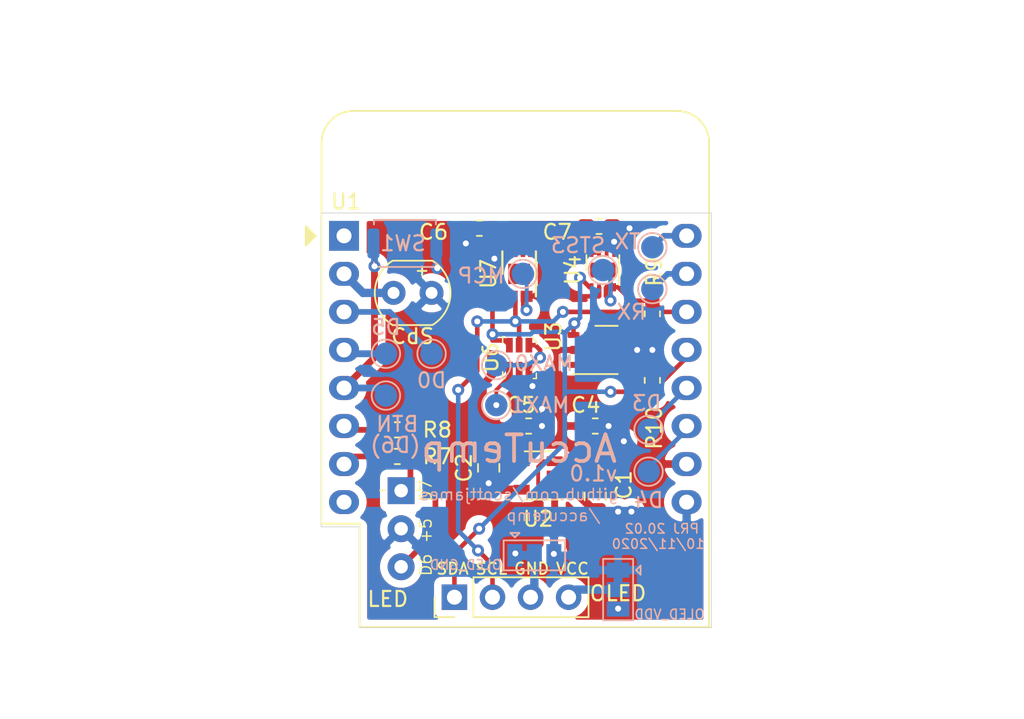
<source format=kicad_pcb>
(kicad_pcb (version 20171130) (host pcbnew 5.1.6-c6e7f7d~87~ubuntu20.04.1)

  (general
    (thickness 1.6002)
    (drawings 27)
    (tracks 212)
    (zones 0)
    (modules 33)
    (nets 30)
  )

  (page A4)
  (layers
    (0 F.Cu signal)
    (31 B.Cu signal hide)
    (32 B.Adhes user hide)
    (33 F.Adhes user hide)
    (34 B.Paste user hide)
    (35 F.Paste user)
    (36 B.SilkS user hide)
    (37 F.SilkS user)
    (38 B.Mask user hide)
    (39 F.Mask user)
    (40 Dwgs.User user)
    (41 Cmts.User user hide)
    (42 Eco1.User user hide)
    (43 Eco2.User user hide)
    (44 Edge.Cuts user)
    (45 Margin user hide)
    (46 B.CrtYd user hide)
    (47 F.CrtYd user)
    (48 B.Fab user hide)
    (49 F.Fab user)
  )

  (setup
    (last_trace_width 0.1524)
    (user_trace_width 0.1524)
    (user_trace_width 0.2032)
    (user_trace_width 0.254)
    (user_trace_width 0.3048)
    (user_trace_width 0.381)
    (user_trace_width 0.4572)
    (user_trace_width 0.5588)
    (trace_clearance 0.1524)
    (zone_clearance 0.508)
    (zone_45_only no)
    (trace_min 0.1524)
    (via_size 0.8)
    (via_drill 0.4)
    (via_min_size 0.508)
    (via_min_drill 0.254)
    (uvia_size 0.3)
    (uvia_drill 0.1)
    (uvias_allowed no)
    (uvia_min_size 0.2)
    (uvia_min_drill 0.1)
    (edge_width 0.0508)
    (segment_width 0.2032)
    (pcb_text_width 0.254)
    (pcb_text_size 1.27 1.27)
    (mod_edge_width 0.127)
    (mod_text_size 0.762 0.762)
    (mod_text_width 0.127)
    (pad_size 1.524 1.524)
    (pad_drill 0.762)
    (pad_to_mask_clearance 0.0508)
    (aux_axis_origin 0 0)
    (visible_elements FFFFF77F)
    (pcbplotparams
      (layerselection 0x010fc_ffffffff)
      (usegerberextensions false)
      (usegerberattributes true)
      (usegerberadvancedattributes true)
      (creategerberjobfile true)
      (excludeedgelayer true)
      (linewidth 0.100000)
      (plotframeref false)
      (viasonmask false)
      (mode 1)
      (useauxorigin false)
      (hpglpennumber 1)
      (hpglpenspeed 20)
      (hpglpendiameter 15.000000)
      (psnegative false)
      (psa4output false)
      (plotreference true)
      (plotvalue true)
      (plotinvisibletext false)
      (padsonsilk false)
      (subtractmaskfromsilk false)
      (outputformat 1)
      (mirror false)
      (drillshape 0)
      (scaleselection 1)
      (outputdirectory "gerber/"))
  )

  (net 0 "")
  (net 1 "Net-(U1-Pad1)")
  (net 2 "Net-(U1-Pad8)")
  (net 3 +5V)
  (net 4 GND)
  (net 5 VDD)
  (net 6 /LED_RED)
  (net 7 /LED_GREEN)
  (net 8 /A0)
  (net 9 /BUTTON)
  (net 10 /SDA)
  (net 11 /SCL)
  (net 12 "Net-(U2-Pad4)")
  (net 13 "Net-(U3-Pad3)")
  (net 14 "Net-(U4-Pad6)")
  (net 15 /ALERT_MCP)
  (net 16 /ALERT_STS3)
  (net 17 /MAX_GP0)
  (net 18 /MAX_GP1)
  (net 19 "Net-(D1-Pad1)")
  (net 20 "Net-(U3-Pad4)")
  (net 21 "Net-(D1-Pad3)")
  (net 22 /OLED_VDD)
  (net 23 /OLED_GND)
  (net 24 "Net-(TP5-Pad1)")
  (net 25 "Net-(TP6-Pad1)")
  (net 26 "Net-(TP1-Pad1)")
  (net 27 "Net-(TP2-Pad1)")
  (net 28 "Net-(TP3-Pad1)")
  (net 29 "Net-(TP4-Pad1)")

  (net_class Default "This is the default net class."
    (clearance 0.1524)
    (trace_width 0.1524)
    (via_dia 0.8)
    (via_drill 0.4)
    (uvia_dia 0.3)
    (uvia_drill 0.1)
    (add_net +5V)
    (add_net /A0)
    (add_net /ALERT_MCP)
    (add_net /ALERT_STS3)
    (add_net /BUTTON)
    (add_net /LED_GREEN)
    (add_net /LED_RED)
    (add_net /MAX_GP0)
    (add_net /MAX_GP1)
    (add_net /OLED_GND)
    (add_net /OLED_VDD)
    (add_net /SCL)
    (add_net /SDA)
    (add_net GND)
    (add_net "Net-(D1-Pad1)")
    (add_net "Net-(D1-Pad3)")
    (add_net "Net-(TP1-Pad1)")
    (add_net "Net-(TP2-Pad1)")
    (add_net "Net-(TP3-Pad1)")
    (add_net "Net-(TP4-Pad1)")
    (add_net "Net-(TP5-Pad1)")
    (add_net "Net-(TP6-Pad1)")
    (add_net "Net-(U1-Pad1)")
    (add_net "Net-(U1-Pad8)")
    (add_net "Net-(U2-Pad4)")
    (add_net "Net-(U3-Pad3)")
    (add_net "Net-(U3-Pad4)")
    (add_net "Net-(U4-Pad6)")
    (add_net VDD)
  )

  (module Package_TO_SOT_SMD:SOT-23-5 (layer F.Cu) (tedit 5A02FF57) (tstamp 5F78595E)
    (at 161.798 111.506 180)
    (descr "5-pin SOT23 package")
    (tags SOT-23-5)
    (path /5F5CFEA0)
    (attr smd)
    (fp_text reference U2 (at 0 -2.9) (layer F.SilkS)
      (effects (font (size 1 1) (thickness 0.15)))
    )
    (fp_text value AP2112K-3.3 (at 0 2.9) (layer F.Fab)
      (effects (font (size 1 1) (thickness 0.15)))
    )
    (fp_line (start 0.9 -1.55) (end 0.9 1.55) (layer F.Fab) (width 0.1))
    (fp_line (start 0.9 1.55) (end -0.9 1.55) (layer F.Fab) (width 0.1))
    (fp_line (start -0.9 -0.9) (end -0.9 1.55) (layer F.Fab) (width 0.1))
    (fp_line (start 0.9 -1.55) (end -0.25 -1.55) (layer F.Fab) (width 0.1))
    (fp_line (start -0.9 -0.9) (end -0.25 -1.55) (layer F.Fab) (width 0.1))
    (fp_line (start -1.9 1.8) (end -1.9 -1.8) (layer F.CrtYd) (width 0.05))
    (fp_line (start 1.9 1.8) (end -1.9 1.8) (layer F.CrtYd) (width 0.05))
    (fp_line (start 1.9 -1.8) (end 1.9 1.8) (layer F.CrtYd) (width 0.05))
    (fp_line (start -1.9 -1.8) (end 1.9 -1.8) (layer F.CrtYd) (width 0.05))
    (fp_line (start 0.9 -1.61) (end -1.55 -1.61) (layer F.SilkS) (width 0.12))
    (fp_line (start -0.9 1.61) (end 0.9 1.61) (layer F.SilkS) (width 0.12))
    (fp_text user %R (at 0 -0.254 90) (layer F.Fab)
      (effects (font (size 0.5 0.5) (thickness 0.075)))
    )
    (pad 1 smd rect (at -1.1 -0.95 180) (size 1.06 0.65) (layers F.Cu F.Paste F.Mask)
      (net 3 +5V))
    (pad 2 smd rect (at -1.1 0 180) (size 1.06 0.65) (layers F.Cu F.Paste F.Mask)
      (net 4 GND))
    (pad 3 smd rect (at -1.1 0.95 180) (size 1.06 0.65) (layers F.Cu F.Paste F.Mask)
      (net 3 +5V))
    (pad 4 smd rect (at 1.1 0.95 180) (size 1.06 0.65) (layers F.Cu F.Paste F.Mask)
      (net 12 "Net-(U2-Pad4)"))
    (pad 5 smd rect (at 1.1 -0.95 180) (size 1.06 0.65) (layers F.Cu F.Paste F.Mask)
      (net 5 VDD))
    (model ${KISYS3DMOD}/Package_TO_SOT_SMD.3dshapes/SOT-23-5.wrl
      (at (xyz 0 0 0))
      (scale (xyz 1 1 1))
      (rotate (xyz 0 0 0))
    )
  )

  (module TestPoint:TestPoint_Pad_D1.5mm (layer B.Cu) (tedit 5A0F774F) (tstamp 5F7CA29C)
    (at 160.782 98.044)
    (descr "SMD pad as test Point, diameter 1.5mm")
    (tags "test point SMD pad")
    (path /5FD4D9D9)
    (attr virtual)
    (fp_text reference TP11 (at 0 1.648) (layer B.Fab)
      (effects (font (size 1 1) (thickness 0.15)) (justify mirror))
    )
    (fp_text value MCP (at -2.794 0.127) (layer B.SilkS)
      (effects (font (size 1 1) (thickness 0.15)) (justify mirror))
    )
    (fp_circle (center 0 0) (end 0 -0.95) (layer B.SilkS) (width 0.12))
    (fp_circle (center 0 0) (end 1.25 0) (layer B.CrtYd) (width 0.05))
    (fp_text user %R (at 0 1.65) (layer B.Fab)
      (effects (font (size 1 1) (thickness 0.15)) (justify mirror))
    )
    (pad 1 smd circle (at 0 0) (size 1.5 1.5) (layers B.Cu B.Mask)
      (net 15 /ALERT_MCP))
  )

  (module TestPoint:TestPoint_Pad_D1.5mm (layer B.Cu) (tedit 5A0F774F) (tstamp 5F7CA294)
    (at 159.004 106.807)
    (descr "SMD pad as test Point, diameter 1.5mm")
    (tags "test point SMD pad")
    (path /5FD4E677)
    (attr virtual)
    (fp_text reference TP10 (at 0 1.648) (layer B.Fab)
      (effects (font (size 1 1) (thickness 0.15)) (justify mirror))
    )
    (fp_text value MAX1 (at 2.921 0) (layer B.SilkS)
      (effects (font (size 1 1) (thickness 0.15)) (justify mirror))
    )
    (fp_circle (center 0 0) (end 0 -0.95) (layer B.SilkS) (width 0.12))
    (fp_circle (center 0 0) (end 1.25 0) (layer B.CrtYd) (width 0.05))
    (fp_text user %R (at 0 1.65) (layer B.Fab)
      (effects (font (size 1 1) (thickness 0.15)) (justify mirror))
    )
    (pad 1 smd circle (at 0 0) (size 1.5 1.5) (layers B.Cu B.Mask)
      (net 18 /MAX_GP1))
  )

  (module TestPoint:TestPoint_Pad_D1.5mm (layer B.Cu) (tedit 5A0F774F) (tstamp 5F8254DF)
    (at 159.004 104.14)
    (descr "SMD pad as test Point, diameter 1.5mm")
    (tags "test point SMD pad")
    (path /5FD4E03B)
    (attr virtual)
    (fp_text reference TP9 (at 0 1.648) (layer B.Fab)
      (effects (font (size 1 1) (thickness 0.15)) (justify mirror))
    )
    (fp_text value MAX0 (at 3.175 -0.127) (layer B.SilkS)
      (effects (font (size 1 1) (thickness 0.15)) (justify mirror))
    )
    (fp_circle (center 0 0) (end 0 -0.95) (layer B.SilkS) (width 0.12))
    (fp_circle (center 0 0) (end 1.25 0) (layer B.CrtYd) (width 0.05))
    (fp_text user %R (at 0 1.65) (layer B.Fab)
      (effects (font (size 1 1) (thickness 0.15)) (justify mirror))
    )
    (pad 1 smd circle (at 0 0) (size 1.5 1.5) (layers B.Cu B.Mask)
      (net 17 /MAX_GP0))
  )

  (module TestPoint:TestPoint_Pad_D1.5mm (layer B.Cu) (tedit 5A0F774F) (tstamp 5F7CA284)
    (at 166.116 97.79)
    (descr "SMD pad as test Point, diameter 1.5mm")
    (tags "test point SMD pad")
    (path /5FD46275)
    (attr virtual)
    (fp_text reference TP8 (at 0 1.648) (layer B.Fab)
      (effects (font (size 1 1) (thickness 0.15)) (justify mirror))
    )
    (fp_text value STS3 (at -1.651 -1.651) (layer B.SilkS)
      (effects (font (size 1 1) (thickness 0.15)) (justify mirror))
    )
    (fp_circle (center 0 0) (end 0 -0.95) (layer B.SilkS) (width 0.12))
    (fp_circle (center 0 0) (end 1.25 0) (layer B.CrtYd) (width 0.05))
    (fp_text user %R (at 0 1.65) (layer B.Fab)
      (effects (font (size 1 1) (thickness 0.15)) (justify mirror))
    )
    (pad 1 smd circle (at 0 0) (size 1.5 1.5) (layers B.Cu B.Mask)
      (net 16 /ALERT_STS3))
  )

  (module TestPoint:TestPoint_Pad_D1.5mm (layer B.Cu) (tedit 5A0F774F) (tstamp 5F7D3D26)
    (at 151.638 106.172)
    (descr "SMD pad as test Point, diameter 1.5mm")
    (tags "test point SMD pad")
    (path /5FD42F4D)
    (attr virtual)
    (fp_text reference TP7 (at 0 1.648) (layer B.Fab) hide
      (effects (font (size 1 1) (thickness 0.15)) (justify mirror))
    )
    (fp_text value BTN (at 0.762 1.905) (layer B.SilkS)
      (effects (font (size 1 1) (thickness 0.15)) (justify mirror))
    )
    (fp_circle (center 0 0) (end 0 -0.95) (layer B.SilkS) (width 0.12))
    (fp_circle (center 0 0) (end 1.25 0) (layer B.CrtYd) (width 0.05))
    (fp_text user %R (at 0 1.65) (layer B.Fab) hide
      (effects (font (size 1 1) (thickness 0.15)) (justify mirror))
    )
    (pad 1 smd circle (at 0 0) (size 1.5 1.5) (layers B.Cu B.Mask)
      (net 9 /BUTTON))
  )

  (module TestPoint:TestPoint_Pad_D1.5mm (layer B.Cu) (tedit 5A0F774F) (tstamp 5F821B98)
    (at 169.418 96.266 180)
    (descr "SMD pad as test Point, diameter 1.5mm")
    (tags "test point SMD pad")
    (path /5FD36BC2)
    (attr virtual)
    (fp_text reference TP6 (at 0 1.648) (layer B.Fab) hide
      (effects (font (size 1 1) (thickness 0.15)) (justify mirror))
    )
    (fp_text value TX (at 1.651 0.381) (layer B.SilkS)
      (effects (font (size 1 1) (thickness 0.15)) (justify mirror))
    )
    (fp_circle (center 0 0) (end 0 -0.95) (layer B.SilkS) (width 0.12))
    (fp_circle (center 0 0) (end 1.25 0) (layer B.CrtYd) (width 0.05))
    (fp_text user %R (at 0 1.65) (layer B.Fab)
      (effects (font (size 1 1) (thickness 0.15)) (justify mirror))
    )
    (pad 1 smd circle (at 0 0 180) (size 1.5 1.5) (layers B.Cu B.Mask)
      (net 25 "Net-(TP6-Pad1)"))
  )

  (module TestPoint:TestPoint_Pad_D1.5mm (layer B.Cu) (tedit 5A0F774F) (tstamp 5F7D48AC)
    (at 169.418 99.06 180)
    (descr "SMD pad as test Point, diameter 1.5mm")
    (tags "test point SMD pad")
    (path /5FD37068)
    (attr virtual)
    (fp_text reference TP5 (at 0 1.648) (layer B.Fab) hide
      (effects (font (size 1 1) (thickness 0.15)) (justify mirror))
    )
    (fp_text value RX (at 1.397 -1.524) (layer B.SilkS)
      (effects (font (size 1 1) (thickness 0.15)) (justify mirror))
    )
    (fp_circle (center 0 0) (end 0 -0.95) (layer B.SilkS) (width 0.12))
    (fp_circle (center 0 0) (end 1.25 0) (layer B.CrtYd) (width 0.05))
    (fp_text user %R (at 0 1.65) (layer B.Fab)
      (effects (font (size 1 1) (thickness 0.15)) (justify mirror))
    )
    (pad 1 smd circle (at 0 0 180) (size 1.5 1.5) (layers B.Cu B.Mask)
      (net 24 "Net-(TP5-Pad1)"))
  )

  (module TestPoint:TestPoint_Pad_D1.5mm (layer B.Cu) (tedit 5A0F774F) (tstamp 5F7D3FB7)
    (at 169.164 108.458)
    (descr "SMD pad as test Point, diameter 1.5mm")
    (tags "test point SMD pad")
    (path /5FCF13FB)
    (attr virtual)
    (fp_text reference TP4 (at 0 1.648) (layer B.Fab) hide
      (effects (font (size 1 1) (thickness 0.15)) (justify mirror))
    )
    (fp_text value D3 (at -0.127 -1.778) (layer B.SilkS)
      (effects (font (size 1 1) (thickness 0.15)) (justify mirror))
    )
    (fp_circle (center 0 0) (end 0 -0.95) (layer B.SilkS) (width 0.12))
    (fp_circle (center 0 0) (end 1.25 0) (layer B.CrtYd) (width 0.05))
    (fp_text user %R (at 0 1.65) (layer B.Fab) hide
      (effects (font (size 1 1) (thickness 0.15)) (justify mirror))
    )
    (pad 1 smd circle (at 0 0) (size 1.5 1.5) (layers B.Cu B.Mask)
      (net 29 "Net-(TP4-Pad1)"))
  )

  (module TestPoint:TestPoint_Pad_D1.5mm (layer B.Cu) (tedit 5A0F774F) (tstamp 5F7D3F5C)
    (at 169.164 111.252)
    (descr "SMD pad as test Point, diameter 1.5mm")
    (tags "test point SMD pad")
    (path /5FCF1B33)
    (attr virtual)
    (fp_text reference TP3 (at 0 1.648) (layer B.Fab) hide
      (effects (font (size 1 1) (thickness 0.15)) (justify mirror))
    )
    (fp_text value D4 (at 0 1.905) (layer B.SilkS)
      (effects (font (size 1 1) (thickness 0.15)) (justify mirror))
    )
    (fp_circle (center 0 0) (end 0 -0.95) (layer B.SilkS) (width 0.12))
    (fp_circle (center 0 0) (end 1.25 0) (layer B.CrtYd) (width 0.05))
    (fp_text user %R (at 0 1.65) (layer B.Fab) hide
      (effects (font (size 1 1) (thickness 0.15)) (justify mirror))
    )
    (pad 1 smd circle (at 0 0) (size 1.5 1.5) (layers B.Cu B.Mask)
      (net 28 "Net-(TP3-Pad1)"))
  )

  (module TestPoint:TestPoint_Pad_D1.5mm (layer B.Cu) (tedit 5A0F774F) (tstamp 5F7C746D)
    (at 151.638 103.378)
    (descr "SMD pad as test Point, diameter 1.5mm")
    (tags "test point SMD pad")
    (path /5FCF2048)
    (attr virtual)
    (fp_text reference TP2 (at 0 1.648) (layer B.Fab) hide
      (effects (font (size 1 1) (thickness 0.15)) (justify mirror))
    )
    (fp_text value D5 (at 0 -1.778) (layer B.SilkS)
      (effects (font (size 1 1) (thickness 0.15)) (justify mirror))
    )
    (fp_circle (center 0 0) (end 0 -0.95) (layer B.SilkS) (width 0.12))
    (fp_circle (center 0 0) (end 1.25 0) (layer B.CrtYd) (width 0.05))
    (fp_text user %R (at 0 1.65) (layer B.Fab) hide
      (effects (font (size 1 1) (thickness 0.15)) (justify mirror))
    )
    (pad 1 smd circle (at 0 0) (size 1.5 1.5) (layers B.Cu B.Mask)
      (net 27 "Net-(TP2-Pad1)"))
  )

  (module TestPoint:TestPoint_Pad_D1.5mm (layer B.Cu) (tedit 5A0F774F) (tstamp 5F7C9267)
    (at 154.686 103.378)
    (descr "SMD pad as test Point, diameter 1.5mm")
    (tags "test point SMD pad")
    (path /5FCE5459)
    (attr virtual)
    (fp_text reference TP1 (at 0 1.648) (layer B.Fab) hide
      (effects (font (size 1 1) (thickness 0.15)) (justify mirror))
    )
    (fp_text value D0 (at 0 1.778) (layer B.SilkS)
      (effects (font (size 1 1) (thickness 0.15)) (justify mirror))
    )
    (fp_circle (center 0 0) (end 0 -0.95) (layer B.SilkS) (width 0.12))
    (fp_circle (center 0 0) (end 1.25 0) (layer B.CrtYd) (width 0.05))
    (fp_text user %R (at 0 1.65) (layer B.Fab) hide
      (effects (font (size 1 1) (thickness 0.15)) (justify mirror))
    )
    (pad 1 smd circle (at 0 0) (size 1.5 1.5) (layers B.Cu B.Mask)
      (net 26 "Net-(TP1-Pad1)"))
  )

  (module Package_DFN_QFN:DFN-8-1EP_2x2mm_P0.5mm_EP1.05x1.75mm (layer F.Cu) (tedit 5F5C54BB) (tstamp 5F5CB41D)
    (at 166.116 97.79 90)
    (descr "DFN8 2x2, 0.5P; CASE 506CN (see ON Semiconductor 506CN.PDF)")
    (tags "DFN 0.5")
    (path /5F5E30BB)
    (clearance 0.0508)
    (attr smd)
    (fp_text reference U4 (at 0 -2 90) (layer F.SilkS)
      (effects (font (size 1 1) (thickness 0.15)))
    )
    (fp_text value STS3x (at 0 2 90) (layer F.Fab)
      (effects (font (size 1 1) (thickness 0.15)))
    )
    (fp_line (start 0 -1.1) (end 1 -1.1) (layer F.SilkS) (width 0.12))
    (fp_line (start -1 1.1) (end 1 1.1) (layer F.SilkS) (width 0.12))
    (fp_line (start -1.6 1.25) (end 1.6 1.25) (layer F.CrtYd) (width 0.05))
    (fp_line (start -1.6 -1.25) (end 1.6 -1.25) (layer F.CrtYd) (width 0.05))
    (fp_line (start 1.6 -1.25) (end 1.6 1.25) (layer F.CrtYd) (width 0.05))
    (fp_line (start -1.6 -1.25) (end -1.6 1.25) (layer F.CrtYd) (width 0.05))
    (fp_line (start -1 -0.5) (end -0.5 -1) (layer F.Fab) (width 0.1))
    (fp_line (start -1 1) (end -1 -0.5) (layer F.Fab) (width 0.1))
    (fp_line (start 1 1) (end -1 1) (layer F.Fab) (width 0.1))
    (fp_line (start 1 -1) (end 1 1) (layer F.Fab) (width 0.1))
    (fp_line (start -0.5 -1) (end 1 -1) (layer F.Fab) (width 0.1))
    (pad 1 smd rect (at -1.15 -0.75 90) (size 0.55 0.25) (layers F.Cu F.Paste F.Mask)
      (net 10 /SDA))
    (pad 2 smd rect (at -1.15 -0.25 90) (size 0.55 0.25) (layers F.Cu F.Paste F.Mask)
      (net 4 GND))
    (pad 3 smd rect (at -1.15 0.25 90) (size 0.55 0.25) (layers F.Cu F.Paste F.Mask)
      (net 16 /ALERT_STS3))
    (pad 4 smd rect (at -1.15 0.75 90) (size 0.55 0.25) (layers F.Cu F.Paste F.Mask)
      (net 11 /SCL))
    (pad 5 smd rect (at 1.15 0.75 90) (size 0.55 0.25) (layers F.Cu F.Paste F.Mask)
      (net 5 VDD))
    (pad 6 smd rect (at 1.15 0.25 90) (size 0.55 0.25) (layers F.Cu F.Paste F.Mask)
      (net 14 "Net-(U4-Pad6)"))
    (pad 7 smd rect (at 1.15 -0.25 90) (size 0.55 0.25) (layers F.Cu F.Paste F.Mask)
      (net 4 GND))
    (pad 8 smd rect (at 1.15 -0.75 90) (size 0.55 0.25) (layers F.Cu F.Paste F.Mask)
      (net 4 GND))
    (pad 9 smd rect (at 0 0 90) (size 1 1.7) (layers F.Cu F.Mask))
    (pad "" smd rect (at 0 0.4375 90) (size 0.85 0.65) (layers F.Paste))
    (pad "" smd rect (at 0 -0.4375 90) (size 0.85 0.65) (layers F.Paste))
    (model ${KISYS3DMOD}/Package_DFN_QFN.3dshapes/DFN-8-1EP_2x2mm_P0.5mm_EP1.05x1.75mm.wrl
      (at (xyz 0 0 0))
      (scale (xyz 1 1 1))
      (rotate (xyz 0 0 0))
    )
  )

  (module Package_DFN_QFN:DFN-8-1EP_3x2mm_P0.5mm_EP1.36x1.46mm (layer F.Cu) (tedit 5EA4BD86) (tstamp 5F782A59)
    (at 160.528 98.044 90)
    (descr "8-Lead Plastic Dual Flat, No Lead Package (8MA2) - 2x3x0.6 mm Body (http://ww1.microchip.com/downloads/en/DeviceDoc/20005010F.pdf)")
    (tags "DFN 0.5")
    (path /5F5D936D)
    (attr smd)
    (fp_text reference U7 (at 0 -2.05 90) (layer F.SilkS)
      (effects (font (size 1 1) (thickness 0.15)))
    )
    (fp_text value MCP9804_DFN8 (at 0 2.05 90) (layer F.Fab)
      (effects (font (size 1 1) (thickness 0.15)))
    )
    (fp_line (start -0.5 -1) (end 1.5 -1) (layer F.Fab) (width 0.15))
    (fp_line (start 1.5 -1) (end 1.5 1) (layer F.Fab) (width 0.15))
    (fp_line (start 1.5 1) (end -1.5 1) (layer F.Fab) (width 0.15))
    (fp_line (start -1.5 1) (end -1.5 0) (layer F.Fab) (width 0.15))
    (fp_line (start -1.5 0) (end -0.5 -1) (layer F.Fab) (width 0.15))
    (fp_line (start -2.13 -1.25) (end -2.13 1.25) (layer F.CrtYd) (width 0.05))
    (fp_line (start 2.13 -1.25) (end 2.13 1.25) (layer F.CrtYd) (width 0.05))
    (fp_line (start -2.13 -1.25) (end 2.13 -1.25) (layer F.CrtYd) (width 0.05))
    (fp_line (start -2.13 1.25) (end 2.13 1.25) (layer F.CrtYd) (width 0.05))
    (fp_line (start -1.5 1.12) (end 1.5 1.12) (layer F.SilkS) (width 0.15))
    (fp_line (start 0 -1.12) (end 1.5 -1.12) (layer F.SilkS) (width 0.15))
    (fp_text user %R (at 0 0 90) (layer F.Fab)
      (effects (font (size 0.7 0.7) (thickness 0.105)))
    )
    (pad "" smd rect (at 0.325 0.375 90) (size 0.5 0.6) (layers F.Paste))
    (pad "" smd rect (at 0.325 -0.375 90) (size 0.5 0.6) (layers F.Paste))
    (pad "" smd rect (at -0.325 0.375 90) (size 0.5 0.6) (layers F.Paste))
    (pad "" smd rect (at -0.325 -0.375 90) (size 0.5 0.6) (layers F.Paste))
    (pad 9 smd rect (at 0 0 90) (size 1.36 1.46) (layers F.Cu F.Mask))
    (pad 8 smd rect (at 1.5 -0.75 90) (size 0.75 0.3) (layers F.Cu F.Paste F.Mask)
      (net 5 VDD))
    (pad 7 smd rect (at 1.5 -0.25 90) (size 0.75 0.3) (layers F.Cu F.Paste F.Mask)
      (net 4 GND))
    (pad 6 smd rect (at 1.5 0.25 90) (size 0.75 0.3) (layers F.Cu F.Paste F.Mask)
      (net 4 GND))
    (pad 5 smd rect (at 1.5 0.75 90) (size 0.75 0.3) (layers F.Cu F.Paste F.Mask)
      (net 4 GND))
    (pad 4 smd rect (at -1.5 0.75 90) (size 0.75 0.3) (layers F.Cu F.Paste F.Mask)
      (net 4 GND))
    (pad 3 smd rect (at -1.5 0.25 90) (size 0.75 0.3) (layers F.Cu F.Paste F.Mask)
      (net 15 /ALERT_MCP))
    (pad 2 smd rect (at -1.5 -0.25 90) (size 0.75 0.3) (layers F.Cu F.Paste F.Mask)
      (net 11 /SCL))
    (pad 1 smd rect (at -1.5 -0.75 90) (size 0.75 0.3) (layers F.Cu F.Paste F.Mask)
      (net 10 /SDA))
    (model ${KISYS3DMOD}/Package_DFN_QFN.3dshapes/DFN-8-1EP_3x2mm_P0.5mm_EP1.36x1.46mm.wrl
      (at (xyz 0 0 0))
      (scale (xyz 1 1 1))
      (rotate (xyz 0 0 0))
    )
  )

  (module Module:WEMOS_D1_mini_light locked (layer F.Cu) (tedit 5F77CEDC) (tstamp 5F734541)
    (at 148.844 95.504)
    (descr "16-pin module, column spacing 22.86 mm (900 mils), https://wiki.wemos.cc/products:d1:d1_mini, https://c1.staticflickr.com/1/734/31400410271_f278b087db_z.jpg")
    (tags "ESP8266 WiFi microcontroller")
    (path /5FB993E5)
    (fp_text reference U1 (at 0.127 -2.286) (layer F.SilkS)
      (effects (font (size 1 1) (thickness 0.15)))
    )
    (fp_text value WeMos_D1_mini (at 11.7 0) (layer F.Fab)
      (effects (font (size 1 1) (thickness 0.15)))
    )
    (fp_line (start 1.04 19.22) (end 1.04 26.12) (layer F.SilkS) (width 0.12))
    (fp_line (start -1.5 19.22) (end 1.04 19.22) (layer F.SilkS) (width 0.12))
    (fp_line (start -0.37 0) (end -1.37 -1) (layer F.Fab) (width 0.1))
    (fp_line (start -1.37 1) (end -0.37 0) (layer F.Fab) (width 0.1))
    (fp_line (start -1.37 -6.21) (end -1.37 -1) (layer F.Fab) (width 0.1))
    (fp_line (start 1.17 19.09) (end 1.17 25.99) (layer F.Fab) (width 0.1))
    (fp_line (start -1.37 19.09) (end 1.17 19.09) (layer F.Fab) (width 0.1))
    (fp_line (start -1.35 -7.4) (end -0.55 -8.2) (layer Dwgs.User) (width 0.1))
    (fp_line (start -1.3 -5.45) (end 1.45 -8.2) (layer Dwgs.User) (width 0.1))
    (fp_line (start -1.35 -3.4) (end 3.45 -8.2) (layer Dwgs.User) (width 0.1))
    (fp_line (start 22.65 -1.4) (end 24.25 -3) (layer Dwgs.User) (width 0.1))
    (fp_line (start 20.65 -1.4) (end 24.25 -5) (layer Dwgs.User) (width 0.1))
    (fp_line (start 18.65 -1.4) (end 24.25 -7) (layer Dwgs.User) (width 0.1))
    (fp_line (start 16.65 -1.4) (end 23.45 -8.2) (layer Dwgs.User) (width 0.1))
    (fp_line (start 14.65 -1.4) (end 21.45 -8.2) (layer Dwgs.User) (width 0.1))
    (fp_line (start 12.65 -1.4) (end 19.45 -8.2) (layer Dwgs.User) (width 0.1))
    (fp_line (start 10.65 -1.4) (end 17.45 -8.2) (layer Dwgs.User) (width 0.1))
    (fp_line (start 8.65 -1.4) (end 15.45 -8.2) (layer Dwgs.User) (width 0.1))
    (fp_line (start 6.65 -1.4) (end 13.45 -8.2) (layer Dwgs.User) (width 0.1))
    (fp_line (start 4.65 -1.4) (end 11.45 -8.2) (layer Dwgs.User) (width 0.1))
    (fp_line (start 2.65 -1.4) (end 9.45 -8.2) (layer Dwgs.User) (width 0.1))
    (fp_line (start 0.65 -1.4) (end 7.45 -8.2) (layer Dwgs.User) (width 0.1))
    (fp_line (start -1.35 -1.4) (end 5.45 -8.2) (layer Dwgs.User) (width 0.1))
    (fp_line (start -1.35 -8.2) (end -1.35 -1.4) (layer Dwgs.User) (width 0.1))
    (fp_line (start 24.25 -8.2) (end -1.35 -8.2) (layer Dwgs.User) (width 0.1))
    (fp_line (start 24.25 -1.4) (end 24.25 -8.2) (layer Dwgs.User) (width 0.1))
    (fp_line (start -1.35 -1.4) (end 24.25 -1.4) (layer Dwgs.User) (width 0.1))
    (fp_poly (pts (xy -2.54 -0.635) (xy -2.54 0.635) (xy -1.905 0)) (layer F.SilkS) (width 0.15))
    (fp_line (start -1.37 1) (end -1.37 19.09) (layer F.Fab) (width 0.1))
    (fp_line (start 22.23 -8.21) (end 0.63 -8.21) (layer F.Fab) (width 0.1))
    (fp_line (start 24.23 25.99) (end 24.23 -6.21) (layer F.Fab) (width 0.1))
    (fp_line (start 1.17 25.99) (end 24.23 25.99) (layer F.Fab) (width 0.1))
    (fp_line (start 22.24 -8.34) (end 0.63 -8.34) (layer F.SilkS) (width 0.12))
    (fp_line (start 24.36 26.12) (end 24.36 -6.21) (layer F.SilkS) (width 0.12))
    (fp_line (start -1.5 19.22) (end -1.5 -6.21) (layer F.SilkS) (width 0.12))
    (fp_line (start 1.04 26.12) (end 24.36 26.12) (layer F.SilkS) (width 0.12))
    (fp_text user "No copper" (at 11.43 -3.81) (layer Cmts.User)
      (effects (font (size 1 1) (thickness 0.15)))
    )
    (fp_text user "KEEP OUT" (at 11.43 -6.35) (layer Cmts.User)
      (effects (font (size 1 1) (thickness 0.15)))
    )
    (fp_arc (start 22.23 -6.21) (end 24.36 -6.21) (angle -90) (layer F.SilkS) (width 0.12))
    (fp_arc (start 0.63 -6.21) (end 0.63 -8.34) (angle -90) (layer F.SilkS) (width 0.12))
    (fp_arc (start 22.23 -6.21) (end 24.23 -6.19) (angle -90) (layer F.Fab) (width 0.1))
    (fp_arc (start 0.63 -6.21) (end 0.63 -8.21) (angle -90) (layer F.Fab) (width 0.1))
    (fp_text user %R (at 11.43 10) (layer F.Fab)
      (effects (font (size 1 1) (thickness 0.15)))
    )
    (pad 16 thru_hole oval (at 22.86 0) (size 2 1.6) (drill 1) (layers *.Cu *.Mask)
      (net 25 "Net-(TP6-Pad1)"))
    (pad 15 thru_hole oval (at 22.86 2.54) (size 2 1.6) (drill 1) (layers *.Cu *.Mask)
      (net 24 "Net-(TP5-Pad1)"))
    (pad 14 thru_hole oval (at 22.86 5.08) (size 2 1.6) (drill 1) (layers *.Cu *.Mask)
      (net 11 /SCL))
    (pad 13 thru_hole oval (at 22.86 7.62) (size 2 1.6) (drill 1) (layers *.Cu *.Mask)
      (net 10 /SDA))
    (pad 12 thru_hole oval (at 22.86 10.16) (size 2 1.6) (drill 1) (layers *.Cu *.Mask)
      (net 29 "Net-(TP4-Pad1)"))
    (pad 11 thru_hole oval (at 22.86 12.7) (size 2 1.6) (drill 1) (layers *.Cu *.Mask)
      (net 28 "Net-(TP3-Pad1)"))
    (pad 10 thru_hole oval (at 22.86 15.24) (size 2 1.6) (drill 1) (layers *.Cu *.Mask)
      (net 4 GND))
    (pad 9 thru_hole oval (at 22.86 17.78) (size 2 1.6) (drill 1) (layers *.Cu *.Mask)
      (net 3 +5V))
    (pad 8 thru_hole oval (at 0 17.78) (size 2 1.6) (drill 1) (layers *.Cu *.Mask)
      (net 2 "Net-(U1-Pad8)"))
    (pad 7 thru_hole oval (at 0 15.24) (size 2 1.6) (drill 1) (layers *.Cu *.Mask)
      (net 7 /LED_GREEN))
    (pad 6 thru_hole oval (at 0 12.7) (size 2 1.6) (drill 1) (layers *.Cu *.Mask)
      (net 6 /LED_RED))
    (pad 5 thru_hole oval (at 0 10.16) (size 2 1.6) (drill 1) (layers *.Cu *.Mask)
      (net 9 /BUTTON))
    (pad 4 thru_hole oval (at 0 7.62) (size 2 1.6) (drill 1) (layers *.Cu *.Mask)
      (net 27 "Net-(TP2-Pad1)"))
    (pad 3 thru_hole oval (at 0 5.08) (size 2 1.6) (drill 1) (layers *.Cu *.Mask)
      (net 26 "Net-(TP1-Pad1)"))
    (pad 1 thru_hole rect (at 0 0) (size 2 2) (drill 1) (layers *.Cu *.Mask)
      (net 1 "Net-(U1-Pad1)"))
    (pad 2 thru_hole oval (at 0 2.54) (size 2 1.6) (drill 1) (layers *.Cu *.Mask)
      (net 8 /A0))
    (model ${KISYS3DMOD}/Module.3dshapes/WEMOS_D1_mini_light.wrl
      (at (xyz 0 0 0))
      (scale (xyz 1 1 1))
      (rotate (xyz 0 0 0))
    )
    (model ${KISYS3DMOD}/Connector_PinHeader_2.54mm.3dshapes/PinHeader_1x08_P2.54mm_Vertical.wrl
      (offset (xyz 0 0 9.5))
      (scale (xyz 1 1 1))
      (rotate (xyz 0 -180 0))
    )
    (model ${KISYS3DMOD}/Connector_PinHeader_2.54mm.3dshapes/PinHeader_1x08_P2.54mm_Vertical.wrl
      (offset (xyz 22.86 0 9.5))
      (scale (xyz 1 1 1))
      (rotate (xyz 0 -180 0))
    )
    (model ${KISYS3DMOD}/Connector_PinSocket_2.54mm.3dshapes/PinSocket_1x08_P2.54mm_Vertical.wrl
      (at (xyz 0 0 0))
      (scale (xyz 1 1 1))
      (rotate (xyz 0 0 0))
    )
    (model ${KISYS3DMOD}/Connector_PinSocket_2.54mm.3dshapes/PinSocket_1x08_P2.54mm_Vertical.wrl
      (offset (xyz 22.86 0 0))
      (scale (xyz 1 1 1))
      (rotate (xyz 0 0 0))
    )
  )

  (module Resistor_SMD:R_0603_1608Metric_Pad1.05x0.95mm_HandSolder (layer F.Cu) (tedit 5B301BBD) (tstamp 5F82BABA)
    (at 169.418 105.156 270)
    (descr "Resistor SMD 0603 (1608 Metric), square (rectangular) end terminal, IPC_7351 nominal with elongated pad for handsoldering. (Body size source: http://www.tortai-tech.com/upload/download/2011102023233369053.pdf), generated with kicad-footprint-generator")
    (tags "resistor handsolder")
    (path /5F7F4DEB)
    (attr smd)
    (fp_text reference R10 (at 3.175 -0.127 90) (layer F.SilkS)
      (effects (font (size 1 1) (thickness 0.15)))
    )
    (fp_text value 4K7 (at 0 1.43 90) (layer F.Fab) hide
      (effects (font (size 1 1) (thickness 0.15)))
    )
    (fp_line (start -0.8 0.4) (end -0.8 -0.4) (layer F.Fab) (width 0.1))
    (fp_line (start -0.8 -0.4) (end 0.8 -0.4) (layer F.Fab) (width 0.1))
    (fp_line (start 0.8 -0.4) (end 0.8 0.4) (layer F.Fab) (width 0.1))
    (fp_line (start 0.8 0.4) (end -0.8 0.4) (layer F.Fab) (width 0.1))
    (fp_line (start -0.171267 -0.51) (end 0.171267 -0.51) (layer F.SilkS) (width 0.12))
    (fp_line (start -0.171267 0.51) (end 0.171267 0.51) (layer F.SilkS) (width 0.12))
    (fp_line (start -1.65 0.73) (end -1.65 -0.73) (layer F.CrtYd) (width 0.05))
    (fp_line (start -1.65 -0.73) (end 1.65 -0.73) (layer F.CrtYd) (width 0.05))
    (fp_line (start 1.65 -0.73) (end 1.65 0.73) (layer F.CrtYd) (width 0.05))
    (fp_line (start 1.65 0.73) (end -1.65 0.73) (layer F.CrtYd) (width 0.05))
    (fp_text user %R (at 0 0 90) (layer F.Fab) hide
      (effects (font (size 0.4 0.4) (thickness 0.06)))
    )
    (pad 2 smd roundrect (at 0.875 0 270) (size 1.05 0.95) (layers F.Cu F.Paste F.Mask) (roundrect_rratio 0.25)
      (net 10 /SDA))
    (pad 1 smd roundrect (at -0.875 0 270) (size 1.05 0.95) (layers F.Cu F.Paste F.Mask) (roundrect_rratio 0.25)
      (net 5 VDD))
    (model ${KISYS3DMOD}/Resistor_SMD.3dshapes/R_0603_1608Metric.wrl
      (at (xyz 0 0 0))
      (scale (xyz 1 1 1))
      (rotate (xyz 0 0 0))
    )
  )

  (module Resistor_SMD:R_0603_1608Metric_Pad1.05x0.95mm_HandSolder (layer F.Cu) (tedit 5B301BBD) (tstamp 5F82C949)
    (at 169.418 100.711 270)
    (descr "Resistor SMD 0603 (1608 Metric), square (rectangular) end terminal, IPC_7351 nominal with elongated pad for handsoldering. (Body size source: http://www.tortai-tech.com/upload/download/2011102023233369053.pdf), generated with kicad-footprint-generator")
    (tags "resistor handsolder")
    (path /5F7EFF2B)
    (attr smd)
    (fp_text reference R9 (at -2.794 -0.127 90) (layer F.SilkS)
      (effects (font (size 1 1) (thickness 0.15)))
    )
    (fp_text value 4K7 (at 0 1.43 90) (layer F.Fab) hide
      (effects (font (size 1 1) (thickness 0.15)))
    )
    (fp_line (start -0.8 0.4) (end -0.8 -0.4) (layer F.Fab) (width 0.1))
    (fp_line (start -0.8 -0.4) (end 0.8 -0.4) (layer F.Fab) (width 0.1))
    (fp_line (start 0.8 -0.4) (end 0.8 0.4) (layer F.Fab) (width 0.1))
    (fp_line (start 0.8 0.4) (end -0.8 0.4) (layer F.Fab) (width 0.1))
    (fp_line (start -0.171267 -0.51) (end 0.171267 -0.51) (layer F.SilkS) (width 0.12))
    (fp_line (start -0.171267 0.51) (end 0.171267 0.51) (layer F.SilkS) (width 0.12))
    (fp_line (start -1.65 0.73) (end -1.65 -0.73) (layer F.CrtYd) (width 0.05))
    (fp_line (start -1.65 -0.73) (end 1.65 -0.73) (layer F.CrtYd) (width 0.05))
    (fp_line (start 1.65 -0.73) (end 1.65 0.73) (layer F.CrtYd) (width 0.05))
    (fp_line (start 1.65 0.73) (end -1.65 0.73) (layer F.CrtYd) (width 0.05))
    (fp_text user %R (at 0 0 90) (layer F.Fab) hide
      (effects (font (size 0.4 0.4) (thickness 0.06)))
    )
    (pad 2 smd roundrect (at 0.875 0 270) (size 1.05 0.95) (layers F.Cu F.Paste F.Mask) (roundrect_rratio 0.25)
      (net 5 VDD))
    (pad 1 smd roundrect (at -0.875 0 270) (size 1.05 0.95) (layers F.Cu F.Paste F.Mask) (roundrect_rratio 0.25)
      (net 11 /SCL))
    (model ${KISYS3DMOD}/Resistor_SMD.3dshapes/R_0603_1608Metric.wrl
      (at (xyz 0 0 0))
      (scale (xyz 1 1 1))
      (rotate (xyz 0 0 0))
    )
  )

  (module Resistor_SMD:R_0603_1608Metric_Pad1.05x0.95mm_HandSolder (layer F.Cu) (tedit 5B301BBD) (tstamp 5F75954C)
    (at 152.4 110.236)
    (descr "Resistor SMD 0603 (1608 Metric), square (rectangular) end terminal, IPC_7351 nominal with elongated pad for handsoldering. (Body size source: http://www.tortai-tech.com/upload/download/2011102023233369053.pdf), generated with kicad-footprint-generator")
    (tags "resistor handsolder")
    (path /5F6ACD2E)
    (attr smd)
    (fp_text reference R8 (at 2.667 -1.778) (layer F.SilkS)
      (effects (font (size 1 1) (thickness 0.15)))
    )
    (fp_text value 330R (at 0 1.43) (layer F.Fab)
      (effects (font (size 1 1) (thickness 0.15)))
    )
    (fp_line (start -0.8 0.4) (end -0.8 -0.4) (layer F.Fab) (width 0.1))
    (fp_line (start -0.8 -0.4) (end 0.8 -0.4) (layer F.Fab) (width 0.1))
    (fp_line (start 0.8 -0.4) (end 0.8 0.4) (layer F.Fab) (width 0.1))
    (fp_line (start 0.8 0.4) (end -0.8 0.4) (layer F.Fab) (width 0.1))
    (fp_line (start -0.171267 -0.51) (end 0.171267 -0.51) (layer F.SilkS) (width 0.12))
    (fp_line (start -0.171267 0.51) (end 0.171267 0.51) (layer F.SilkS) (width 0.12))
    (fp_line (start -1.65 0.73) (end -1.65 -0.73) (layer F.CrtYd) (width 0.05))
    (fp_line (start -1.65 -0.73) (end 1.65 -0.73) (layer F.CrtYd) (width 0.05))
    (fp_line (start 1.65 -0.73) (end 1.65 0.73) (layer F.CrtYd) (width 0.05))
    (fp_line (start 1.65 0.73) (end -1.65 0.73) (layer F.CrtYd) (width 0.05))
    (fp_text user %R (at 0 0) (layer F.Fab)
      (effects (font (size 0.4 0.4) (thickness 0.06)))
    )
    (pad 2 smd roundrect (at 0.875 0) (size 1.05 0.95) (layers F.Cu F.Paste F.Mask) (roundrect_rratio 0.25)
      (net 19 "Net-(D1-Pad1)"))
    (pad 1 smd roundrect (at -0.875 0) (size 1.05 0.95) (layers F.Cu F.Paste F.Mask) (roundrect_rratio 0.25)
      (net 7 /LED_GREEN))
    (model ${KISYS3DMOD}/Resistor_SMD.3dshapes/R_0603_1608Metric.wrl
      (at (xyz 0 0 0))
      (scale (xyz 1 1 1))
      (rotate (xyz 0 0 0))
    )
  )

  (module Resistor_SMD:R_0603_1608Metric_Pad1.05x0.95mm_HandSolder (layer F.Cu) (tedit 5B301BBD) (tstamp 5F75924D)
    (at 152.4 108.458 180)
    (descr "Resistor SMD 0603 (1608 Metric), square (rectangular) end terminal, IPC_7351 nominal with elongated pad for handsoldering. (Body size source: http://www.tortai-tech.com/upload/download/2011102023233369053.pdf), generated with kicad-footprint-generator")
    (tags "resistor handsolder")
    (path /5F6ADCC3)
    (attr smd)
    (fp_text reference R7 (at -2.667 -1.778) (layer F.SilkS)
      (effects (font (size 1 1) (thickness 0.15)))
    )
    (fp_text value 330R (at 0 1.43) (layer F.Fab)
      (effects (font (size 1 1) (thickness 0.15)))
    )
    (fp_line (start -0.8 0.4) (end -0.8 -0.4) (layer F.Fab) (width 0.1))
    (fp_line (start -0.8 -0.4) (end 0.8 -0.4) (layer F.Fab) (width 0.1))
    (fp_line (start 0.8 -0.4) (end 0.8 0.4) (layer F.Fab) (width 0.1))
    (fp_line (start 0.8 0.4) (end -0.8 0.4) (layer F.Fab) (width 0.1))
    (fp_line (start -0.171267 -0.51) (end 0.171267 -0.51) (layer F.SilkS) (width 0.12))
    (fp_line (start -0.171267 0.51) (end 0.171267 0.51) (layer F.SilkS) (width 0.12))
    (fp_line (start -1.65 0.73) (end -1.65 -0.73) (layer F.CrtYd) (width 0.05))
    (fp_line (start -1.65 -0.73) (end 1.65 -0.73) (layer F.CrtYd) (width 0.05))
    (fp_line (start 1.65 -0.73) (end 1.65 0.73) (layer F.CrtYd) (width 0.05))
    (fp_line (start 1.65 0.73) (end -1.65 0.73) (layer F.CrtYd) (width 0.05))
    (fp_text user %R (at 0 0) (layer F.Fab)
      (effects (font (size 0.4 0.4) (thickness 0.06)))
    )
    (pad 2 smd roundrect (at 0.875 0 180) (size 1.05 0.95) (layers F.Cu F.Paste F.Mask) (roundrect_rratio 0.25)
      (net 6 /LED_RED))
    (pad 1 smd roundrect (at -0.875 0 180) (size 1.05 0.95) (layers F.Cu F.Paste F.Mask) (roundrect_rratio 0.25)
      (net 21 "Net-(D1-Pad3)"))
    (model ${KISYS3DMOD}/Resistor_SMD.3dshapes/R_0603_1608Metric.wrl
      (at (xyz 0 0 0))
      (scale (xyz 1 1 1))
      (rotate (xyz 0 0 0))
    )
  )

  (module LED_THT:LED_D5.0mm-3 (layer F.Cu) (tedit 5F75D934) (tstamp 5F82D0E9)
    (at 152.654 112.522 270)
    (descr "LED, diameter 5.0mm, 2 pins, diameter 5.0mm, 3 pins, http://www.kingbright.com/attachments/file/psearch/000/00/00/L-59EGC(Ver.17A).pdf")
    (tags "LED diameter 5.0mm 2 pins diameter 5.0mm 3 pins")
    (path /5F9D2405)
    (fp_text reference LED (at 7.239 0.889 180) (layer F.SilkS)
      (effects (font (size 1 1) (thickness 0.15)))
    )
    (fp_text value LED_Dual_CAC (at 2.5 2.5 270) (layer F.Fab)
      (effects (font (size 1 1) (thickness 0.15)))
    )
    (fp_line (start 0.04 -1.469694) (end 0.04 1.469694) (layer F.Fab) (width 0.1))
    (fp_line (start -0.02 -1.4) (end -0.02 -1.08) (layer F.SilkS) (width 0.12))
    (fp_line (start -0.02 1.08) (end -0.02 1.4) (layer F.SilkS) (width 0.12))
    (fp_line (start -1.25 1.6) (end 6.25 1.6) (layer F.CrtYd) (width 0.05))
    (fp_line (start 6.25 1.6) (end 6.25 -1.5) (layer F.CrtYd) (width 0.05))
    (fp_line (start 6.25 -1.5) (end -1.25 -1.5) (layer F.CrtYd) (width 0.05))
    (fp_line (start -1.25 1.6) (end -1.25 -1.5) (layer F.CrtYd) (width 0.05))
    (pad 3 thru_hole circle (at 5.08 0 270) (size 1.8 1.8) (drill 0.9) (layers *.Cu *.Mask)
      (net 21 "Net-(D1-Pad3)"))
    (pad 2 thru_hole circle (at 2.54 0 270) (size 1.8 1.8) (drill 0.9) (layers *.Cu *.Mask)
      (net 3 +5V))
    (pad 1 thru_hole rect (at 0 0 270) (size 1.8 1.8) (drill 0.9) (layers *.Cu *.Mask)
      (net 19 "Net-(D1-Pad1)"))
    (model ${KISYS3DMOD}/LED_THT.3dshapes/LED_D5.0mm-3.wrl
      (at (xyz 0 0 0))
      (scale (xyz 1 1 1))
      (rotate (xyz 0 0 0))
    )
  )

  (module Connector_PinHeader_2.54mm:PinHeader_1x04_P2.54mm_Vertical locked (layer F.Cu) (tedit 59FED5CC) (tstamp 5F738805)
    (at 156.21 119.634 90)
    (descr "Through hole straight pin header, 1x04, 2.54mm pitch, single row")
    (tags "Through hole pin header THT 1x04 2.54mm single row")
    (path /5F80BC7E)
    (fp_text reference OLED (at 0.254 10.922 180) (layer F.SilkS)
      (effects (font (size 1 1) (thickness 0.15)))
    )
    (fp_text value "OLED Header 128x64" (at 0 9.95 90) (layer F.Fab)
      (effects (font (size 1 1) (thickness 0.15)))
    )
    (fp_line (start 1.8 -1.8) (end -1.8 -1.8) (layer F.CrtYd) (width 0.05))
    (fp_line (start 1.8 9.4) (end 1.8 -1.8) (layer F.CrtYd) (width 0.05))
    (fp_line (start -1.8 9.4) (end 1.8 9.4) (layer F.CrtYd) (width 0.05))
    (fp_line (start -1.8 -1.8) (end -1.8 9.4) (layer F.CrtYd) (width 0.05))
    (fp_line (start -1.33 -1.33) (end 0 -1.33) (layer F.SilkS) (width 0.12))
    (fp_line (start -1.33 0) (end -1.33 -1.33) (layer F.SilkS) (width 0.12))
    (fp_line (start -1.33 1.27) (end 1.33 1.27) (layer F.SilkS) (width 0.12))
    (fp_line (start 1.33 1.27) (end 1.33 8.95) (layer F.SilkS) (width 0.12))
    (fp_line (start -1.33 1.27) (end -1.33 8.95) (layer F.SilkS) (width 0.12))
    (fp_line (start -1.33 8.95) (end 1.33 8.95) (layer F.SilkS) (width 0.12))
    (fp_line (start -1.27 -0.635) (end -0.635 -1.27) (layer F.Fab) (width 0.1))
    (fp_line (start -1.27 8.89) (end -1.27 -0.635) (layer F.Fab) (width 0.1))
    (fp_line (start 1.27 8.89) (end -1.27 8.89) (layer F.Fab) (width 0.1))
    (fp_line (start 1.27 -1.27) (end 1.27 8.89) (layer F.Fab) (width 0.1))
    (fp_line (start -0.635 -1.27) (end 1.27 -1.27) (layer F.Fab) (width 0.1))
    (fp_text user %R (at -0.762 3.81) (layer F.Fab)
      (effects (font (size 1 1) (thickness 0.15)))
    )
    (pad 4 thru_hole oval (at 0 7.62 90) (size 1.7 1.7) (drill 1) (layers *.Cu *.Mask)
      (net 22 /OLED_VDD))
    (pad 3 thru_hole oval (at 0 5.08 90) (size 1.7 1.7) (drill 1) (layers *.Cu *.Mask)
      (net 23 /OLED_GND))
    (pad 2 thru_hole oval (at 0 2.54 90) (size 1.7 1.7) (drill 1) (layers *.Cu *.Mask)
      (net 11 /SCL))
    (pad 1 thru_hole rect (at 0 0 90) (size 1.7 1.7) (drill 1) (layers *.Cu *.Mask)
      (net 10 /SDA))
    (model ${KISYS3DMOD}/Connector_PinHeader_2.54mm.3dshapes/PinHeader_1x04_P2.54mm_Vertical.wrl
      (at (xyz 0 0 0))
      (scale (xyz 1 1 1))
      (rotate (xyz 0 0 0))
    )
  )

  (module Button_Switch_SMD:SW_Push_SPST_NO_Alps_SKRK (layer B.Cu) (tedit 5C2A8900) (tstamp 5F759890)
    (at 152.908 96.012 180)
    (descr http://www.alps.com/prod/info/E/HTML/Tact/SurfaceMount/SKRK/SKRKAHE020.html)
    (tags "SMD SMT button")
    (path /5F6C8BBC)
    (attr smd)
    (fp_text reference SW1 (at 0.127 0 180) (layer B.SilkS)
      (effects (font (size 1 1) (thickness 0.15)) (justify mirror))
    )
    (fp_text value SW_Push (at 0 -2.5 180) (layer B.Fab) hide
      (effects (font (size 1 1) (thickness 0.15)) (justify mirror))
    )
    (fp_line (start -2.07 1.57) (end 2.07 1.57) (layer B.SilkS) (width 0.12))
    (fp_line (start 2.07 -1.27) (end 2.07 -1.57) (layer B.SilkS) (width 0.12))
    (fp_line (start 2.07 -1.57) (end -2.07 -1.57) (layer B.SilkS) (width 0.12))
    (fp_line (start -2.07 1.27) (end -2.07 1.57) (layer B.SilkS) (width 0.12))
    (fp_circle (center 0 0) (end 1 0) (layer B.Fab) (width 0.1))
    (fp_line (start -2.75 1.7) (end 2.75 1.7) (layer B.CrtYd) (width 0.05))
    (fp_line (start 2.75 1.7) (end 2.75 -1.7) (layer B.CrtYd) (width 0.05))
    (fp_line (start 2.75 -1.7) (end -2.75 -1.7) (layer B.CrtYd) (width 0.05))
    (fp_line (start -2.75 -1.7) (end -2.75 1.7) (layer B.CrtYd) (width 0.05))
    (fp_line (start 1.95 -1.45) (end -1.95 -1.45) (layer B.Fab) (width 0.1))
    (fp_line (start -1.95 -1.45) (end -1.95 1.45) (layer B.Fab) (width 0.1))
    (fp_line (start -1.95 1.45) (end 1.95 1.45) (layer B.Fab) (width 0.1))
    (fp_line (start 1.95 1.45) (end 1.95 -1.45) (layer B.Fab) (width 0.1))
    (fp_line (start -2.07 -1.57) (end -2.07 -1.27) (layer B.SilkS) (width 0.12))
    (fp_line (start 2.07 1.57) (end 2.07 1.27) (layer B.SilkS) (width 0.12))
    (fp_text user %R (at 0 0 180) (layer B.Fab)
      (effects (font (size 1 1) (thickness 0.15)) (justify mirror))
    )
    (pad 1 smd roundrect (at -2.1 0 180) (size 0.8 2) (layers B.Cu B.Paste B.Mask) (roundrect_rratio 0.25)
      (net 4 GND))
    (pad 2 smd roundrect (at 2.1 0 180) (size 0.8 2) (layers B.Cu B.Paste B.Mask) (roundrect_rratio 0.25)
      (net 9 /BUTTON))
    (model ${KISYS3DMOD}/Button_Switch_SMD.3dshapes/SW_Push_SPST_NO_Alps_SKRK.wrl
      (at (xyz 0 0 0))
      (scale (xyz 1 1 1))
      (rotate (xyz 0 0 0))
    )
  )

  (module Capacitor_SMD:C_0805_2012Metric_Pad1.15x1.40mm_HandSolder (layer F.Cu) (tedit 5B36C52B) (tstamp 5F8295DA)
    (at 165.608 112.903 90)
    (descr "Capacitor SMD 0805 (2012 Metric), square (rectangular) end terminal, IPC_7351 nominal with elongated pad for handsoldering. (Body size source: https://docs.google.com/spreadsheets/d/1BsfQQcO9C6DZCsRaXUlFlo91Tg2WpOkGARC1WS5S8t0/edit?usp=sharing), generated with kicad-footprint-generator")
    (tags "capacitor handsolder")
    (path /5F676E35)
    (attr smd)
    (fp_text reference C1 (at 0.762 1.905 270) (layer F.SilkS)
      (effects (font (size 1 1) (thickness 0.15)))
    )
    (fp_text value 1uF (at 0 1.65 90) (layer F.Fab)
      (effects (font (size 1 1) (thickness 0.15)))
    )
    (fp_line (start 1.85 0.95) (end -1.85 0.95) (layer F.CrtYd) (width 0.05))
    (fp_line (start 1.85 -0.95) (end 1.85 0.95) (layer F.CrtYd) (width 0.05))
    (fp_line (start -1.85 -0.95) (end 1.85 -0.95) (layer F.CrtYd) (width 0.05))
    (fp_line (start -1.85 0.95) (end -1.85 -0.95) (layer F.CrtYd) (width 0.05))
    (fp_line (start -0.261252 0.71) (end 0.261252 0.71) (layer F.SilkS) (width 0.12))
    (fp_line (start -0.261252 -0.71) (end 0.261252 -0.71) (layer F.SilkS) (width 0.12))
    (fp_line (start 1 0.6) (end -1 0.6) (layer F.Fab) (width 0.1))
    (fp_line (start 1 -0.6) (end 1 0.6) (layer F.Fab) (width 0.1))
    (fp_line (start -1 -0.6) (end 1 -0.6) (layer F.Fab) (width 0.1))
    (fp_line (start -1 0.6) (end -1 -0.6) (layer F.Fab) (width 0.1))
    (fp_text user %R (at 0 0 90) (layer F.Fab)
      (effects (font (size 0.5 0.5) (thickness 0.08)))
    )
    (pad 1 smd roundrect (at -1.025 0 90) (size 1.15 1.4) (layers F.Cu F.Paste F.Mask) (roundrect_rratio 0.217391)
      (net 3 +5V))
    (pad 2 smd roundrect (at 1.025 0 90) (size 1.15 1.4) (layers F.Cu F.Paste F.Mask) (roundrect_rratio 0.217391)
      (net 4 GND))
    (model ${KISYS3DMOD}/Capacitor_SMD.3dshapes/C_0805_2012Metric.wrl
      (at (xyz 0 0 0))
      (scale (xyz 1 1 1))
      (rotate (xyz 0 0 0))
    )
  )

  (module Capacitor_SMD:C_0805_2012Metric_Pad1.15x1.40mm_HandSolder (layer F.Cu) (tedit 5B36C52B) (tstamp 5F75415A)
    (at 158.496 110.998 90)
    (descr "Capacitor SMD 0805 (2012 Metric), square (rectangular) end terminal, IPC_7351 nominal with elongated pad for handsoldering. (Body size source: https://docs.google.com/spreadsheets/d/1BsfQQcO9C6DZCsRaXUlFlo91Tg2WpOkGARC1WS5S8t0/edit?usp=sharing), generated with kicad-footprint-generator")
    (tags "capacitor handsolder")
    (path /5F6A0419)
    (attr smd)
    (fp_text reference C2 (at 0 -1.65 90) (layer F.SilkS)
      (effects (font (size 1 1) (thickness 0.15)))
    )
    (fp_text value 1uF (at 0 1.65 90) (layer F.Fab)
      (effects (font (size 1 1) (thickness 0.15)))
    )
    (fp_line (start -1 0.6) (end -1 -0.6) (layer F.Fab) (width 0.1))
    (fp_line (start -1 -0.6) (end 1 -0.6) (layer F.Fab) (width 0.1))
    (fp_line (start 1 -0.6) (end 1 0.6) (layer F.Fab) (width 0.1))
    (fp_line (start 1 0.6) (end -1 0.6) (layer F.Fab) (width 0.1))
    (fp_line (start -0.261252 -0.71) (end 0.261252 -0.71) (layer F.SilkS) (width 0.12))
    (fp_line (start -0.261252 0.71) (end 0.261252 0.71) (layer F.SilkS) (width 0.12))
    (fp_line (start -1.85 0.95) (end -1.85 -0.95) (layer F.CrtYd) (width 0.05))
    (fp_line (start -1.85 -0.95) (end 1.85 -0.95) (layer F.CrtYd) (width 0.05))
    (fp_line (start 1.85 -0.95) (end 1.85 0.95) (layer F.CrtYd) (width 0.05))
    (fp_line (start 1.85 0.95) (end -1.85 0.95) (layer F.CrtYd) (width 0.05))
    (fp_text user %R (at 0 0 90) (layer F.Fab)
      (effects (font (size 0.5 0.5) (thickness 0.08)))
    )
    (pad 2 smd roundrect (at 1.025 0 90) (size 1.15 1.4) (layers F.Cu F.Paste F.Mask) (roundrect_rratio 0.217391)
      (net 4 GND))
    (pad 1 smd roundrect (at -1.025 0 90) (size 1.15 1.4) (layers F.Cu F.Paste F.Mask) (roundrect_rratio 0.217391)
      (net 5 VDD))
    (model ${KISYS3DMOD}/Capacitor_SMD.3dshapes/C_0805_2012Metric.wrl
      (at (xyz 0 0 0))
      (scale (xyz 1 1 1))
      (rotate (xyz 0 0 0))
    )
  )

  (module Capacitor_SMD:C_0603_1608Metric_Pad1.05x0.95mm_HandSolder (layer F.Cu) (tedit 5B301BBE) (tstamp 5F823AB8)
    (at 165.608 108.204 180)
    (descr "Capacitor SMD 0603 (1608 Metric), square (rectangular) end terminal, IPC_7351 nominal with elongated pad for handsoldering. (Body size source: http://www.tortai-tech.com/upload/download/2011102023233369053.pdf), generated with kicad-footprint-generator")
    (tags "capacitor handsolder")
    (path /5F661213)
    (attr smd)
    (fp_text reference C4 (at 0.635 1.397) (layer F.SilkS)
      (effects (font (size 1 1) (thickness 0.15)))
    )
    (fp_text value 100nF (at 0 1.43) (layer F.Fab)
      (effects (font (size 1 1) (thickness 0.15)))
    )
    (fp_line (start -0.8 0.4) (end -0.8 -0.4) (layer F.Fab) (width 0.1))
    (fp_line (start -0.8 -0.4) (end 0.8 -0.4) (layer F.Fab) (width 0.1))
    (fp_line (start 0.8 -0.4) (end 0.8 0.4) (layer F.Fab) (width 0.1))
    (fp_line (start 0.8 0.4) (end -0.8 0.4) (layer F.Fab) (width 0.1))
    (fp_line (start -0.171267 -0.51) (end 0.171267 -0.51) (layer F.SilkS) (width 0.12))
    (fp_line (start -0.171267 0.51) (end 0.171267 0.51) (layer F.SilkS) (width 0.12))
    (fp_line (start -1.65 0.73) (end -1.65 -0.73) (layer F.CrtYd) (width 0.05))
    (fp_line (start -1.65 -0.73) (end 1.65 -0.73) (layer F.CrtYd) (width 0.05))
    (fp_line (start 1.65 -0.73) (end 1.65 0.73) (layer F.CrtYd) (width 0.05))
    (fp_line (start 1.65 0.73) (end -1.65 0.73) (layer F.CrtYd) (width 0.05))
    (fp_text user %R (at 0 0) (layer F.Fab)
      (effects (font (size 0.4 0.4) (thickness 0.06)))
    )
    (pad 2 smd roundrect (at 0.875 0 180) (size 1.05 0.95) (layers F.Cu F.Paste F.Mask) (roundrect_rratio 0.25)
      (net 4 GND))
    (pad 1 smd roundrect (at -0.875 0 180) (size 1.05 0.95) (layers F.Cu F.Paste F.Mask) (roundrect_rratio 0.25)
      (net 5 VDD))
    (model ${KISYS3DMOD}/Capacitor_SMD.3dshapes/C_0603_1608Metric.wrl
      (at (xyz 0 0 0))
      (scale (xyz 1 1 1))
      (rotate (xyz 0 0 0))
    )
  )

  (module Capacitor_SMD:C_0603_1608Metric_Pad1.05x0.95mm_HandSolder (layer F.Cu) (tedit 5B301BBE) (tstamp 5F78481F)
    (at 161.163 108.204 180)
    (descr "Capacitor SMD 0603 (1608 Metric), square (rectangular) end terminal, IPC_7351 nominal with elongated pad for handsoldering. (Body size source: http://www.tortai-tech.com/upload/download/2011102023233369053.pdf), generated with kicad-footprint-generator")
    (tags "capacitor handsolder")
    (path /5F66776F)
    (attr smd)
    (fp_text reference C5 (at 0.508 1.397) (layer F.SilkS)
      (effects (font (size 1 1) (thickness 0.15)))
    )
    (fp_text value 100nF (at 0 1.43) (layer F.Fab)
      (effects (font (size 1 1) (thickness 0.15)))
    )
    (fp_line (start 1.65 0.73) (end -1.65 0.73) (layer F.CrtYd) (width 0.05))
    (fp_line (start 1.65 -0.73) (end 1.65 0.73) (layer F.CrtYd) (width 0.05))
    (fp_line (start -1.65 -0.73) (end 1.65 -0.73) (layer F.CrtYd) (width 0.05))
    (fp_line (start -1.65 0.73) (end -1.65 -0.73) (layer F.CrtYd) (width 0.05))
    (fp_line (start -0.171267 0.51) (end 0.171267 0.51) (layer F.SilkS) (width 0.12))
    (fp_line (start -0.171267 -0.51) (end 0.171267 -0.51) (layer F.SilkS) (width 0.12))
    (fp_line (start 0.8 0.4) (end -0.8 0.4) (layer F.Fab) (width 0.1))
    (fp_line (start 0.8 -0.4) (end 0.8 0.4) (layer F.Fab) (width 0.1))
    (fp_line (start -0.8 -0.4) (end 0.8 -0.4) (layer F.Fab) (width 0.1))
    (fp_line (start -0.8 0.4) (end -0.8 -0.4) (layer F.Fab) (width 0.1))
    (fp_text user %R (at 0 0) (layer F.Fab)
      (effects (font (size 0.4 0.4) (thickness 0.06)))
    )
    (pad 1 smd roundrect (at -0.875 0 180) (size 1.05 0.95) (layers F.Cu F.Paste F.Mask) (roundrect_rratio 0.25)
      (net 5 VDD))
    (pad 2 smd roundrect (at 0.875 0 180) (size 1.05 0.95) (layers F.Cu F.Paste F.Mask) (roundrect_rratio 0.25)
      (net 4 GND))
    (model ${KISYS3DMOD}/Capacitor_SMD.3dshapes/C_0603_1608Metric.wrl
      (at (xyz 0 0 0))
      (scale (xyz 1 1 1))
      (rotate (xyz 0 0 0))
    )
  )

  (module Capacitor_SMD:C_0603_1608Metric_Pad1.05x0.95mm_HandSolder (layer F.Cu) (tedit 5B301BBE) (tstamp 5F81EF7A)
    (at 157.875 94.996)
    (descr "Capacitor SMD 0603 (1608 Metric), square (rectangular) end terminal, IPC_7351 nominal with elongated pad for handsoldering. (Body size source: http://www.tortai-tech.com/upload/download/2011102023233369053.pdf), generated with kicad-footprint-generator")
    (tags "capacitor handsolder")
    (path /5F668588)
    (attr smd)
    (fp_text reference C6 (at -3.062 0.254) (layer F.SilkS)
      (effects (font (size 1 1) (thickness 0.15)))
    )
    (fp_text value 100nF (at 0 1.43) (layer F.Fab)
      (effects (font (size 1 1) (thickness 0.15)))
    )
    (fp_line (start 1.65 0.73) (end -1.65 0.73) (layer F.CrtYd) (width 0.05))
    (fp_line (start 1.65 -0.73) (end 1.65 0.73) (layer F.CrtYd) (width 0.05))
    (fp_line (start -1.65 -0.73) (end 1.65 -0.73) (layer F.CrtYd) (width 0.05))
    (fp_line (start -1.65 0.73) (end -1.65 -0.73) (layer F.CrtYd) (width 0.05))
    (fp_line (start -0.171267 0.51) (end 0.171267 0.51) (layer F.SilkS) (width 0.12))
    (fp_line (start -0.171267 -0.51) (end 0.171267 -0.51) (layer F.SilkS) (width 0.12))
    (fp_line (start 0.8 0.4) (end -0.8 0.4) (layer F.Fab) (width 0.1))
    (fp_line (start 0.8 -0.4) (end 0.8 0.4) (layer F.Fab) (width 0.1))
    (fp_line (start -0.8 -0.4) (end 0.8 -0.4) (layer F.Fab) (width 0.1))
    (fp_line (start -0.8 0.4) (end -0.8 -0.4) (layer F.Fab) (width 0.1))
    (fp_text user %R (at 0 0) (layer F.Fab)
      (effects (font (size 0.4 0.4) (thickness 0.06)))
    )
    (pad 1 smd roundrect (at -0.875 0) (size 1.05 0.95) (layers F.Cu F.Paste F.Mask) (roundrect_rratio 0.25)
      (net 5 VDD))
    (pad 2 smd roundrect (at 0.875 0) (size 1.05 0.95) (layers F.Cu F.Paste F.Mask) (roundrect_rratio 0.25)
      (net 4 GND))
    (model ${KISYS3DMOD}/Capacitor_SMD.3dshapes/C_0603_1608Metric.wrl
      (at (xyz 0 0 0))
      (scale (xyz 1 1 1))
      (rotate (xyz 0 0 0))
    )
  )

  (module Capacitor_SMD:C_0603_1608Metric_Pad1.05x0.95mm_HandSolder (layer F.Cu) (tedit 5B301BBE) (tstamp 5F75F684)
    (at 165.862 94.869 180)
    (descr "Capacitor SMD 0603 (1608 Metric), square (rectangular) end terminal, IPC_7351 nominal with elongated pad for handsoldering. (Body size source: http://www.tortai-tech.com/upload/download/2011102023233369053.pdf), generated with kicad-footprint-generator")
    (tags "capacitor handsolder")
    (path /5F66939C)
    (attr smd)
    (fp_text reference C7 (at 2.794 -0.381) (layer F.SilkS)
      (effects (font (size 1 1) (thickness 0.15)))
    )
    (fp_text value 100nF (at 0 1.43) (layer F.Fab)
      (effects (font (size 1 1) (thickness 0.15)))
    )
    (fp_line (start -0.8 0.4) (end -0.8 -0.4) (layer F.Fab) (width 0.1))
    (fp_line (start -0.8 -0.4) (end 0.8 -0.4) (layer F.Fab) (width 0.1))
    (fp_line (start 0.8 -0.4) (end 0.8 0.4) (layer F.Fab) (width 0.1))
    (fp_line (start 0.8 0.4) (end -0.8 0.4) (layer F.Fab) (width 0.1))
    (fp_line (start -0.171267 -0.51) (end 0.171267 -0.51) (layer F.SilkS) (width 0.12))
    (fp_line (start -0.171267 0.51) (end 0.171267 0.51) (layer F.SilkS) (width 0.12))
    (fp_line (start -1.65 0.73) (end -1.65 -0.73) (layer F.CrtYd) (width 0.05))
    (fp_line (start -1.65 -0.73) (end 1.65 -0.73) (layer F.CrtYd) (width 0.05))
    (fp_line (start 1.65 -0.73) (end 1.65 0.73) (layer F.CrtYd) (width 0.05))
    (fp_line (start 1.65 0.73) (end -1.65 0.73) (layer F.CrtYd) (width 0.05))
    (fp_text user %R (at 0 0) (layer F.Fab)
      (effects (font (size 0.4 0.4) (thickness 0.06)))
    )
    (pad 2 smd roundrect (at 0.875 0 180) (size 1.05 0.95) (layers F.Cu F.Paste F.Mask) (roundrect_rratio 0.25)
      (net 4 GND))
    (pad 1 smd roundrect (at -0.875 0 180) (size 1.05 0.95) (layers F.Cu F.Paste F.Mask) (roundrect_rratio 0.25)
      (net 5 VDD))
    (model ${KISYS3DMOD}/Capacitor_SMD.3dshapes/C_0603_1608Metric.wrl
      (at (xyz 0 0 0))
      (scale (xyz 1 1 1))
      (rotate (xyz 0 0 0))
    )
  )

  (module OptoDevice:R_LDR_4.9x4.2mm_P2.54mm_Vertical (layer F.Cu) (tedit 5B8603A6) (tstamp 5F81F104)
    (at 154.686 99.314 180)
    (descr "Resistor, LDR 4.9x4.2mm")
    (tags "Resistor LDR4.9x4.2")
    (path /5F6B794D)
    (fp_text reference CdS (at 1.27 -2.9) (layer F.SilkS)
      (effects (font (size 1 1) (thickness 0.15)))
    )
    (fp_text value LDR03 (at 1.17 3.1) (layer F.Fab)
      (effects (font (size 1 1) (thickness 0.15)))
    )
    (fp_line (start 3.99 2.35) (end -1.45 2.35) (layer F.CrtYd) (width 0.05))
    (fp_line (start 3.99 2.35) (end 3.99 -2.35) (layer F.CrtYd) (width 0.05))
    (fp_line (start -1.45 -2.35) (end -1.45 2.35) (layer F.CrtYd) (width 0.05))
    (fp_line (start -1.45 -2.35) (end 3.99 -2.35) (layer F.CrtYd) (width 0.05))
    (fp_line (start -0.03 -2.1) (end 2.57 -2.1) (layer F.Fab) (width 0.1))
    (fp_line (start 2.57 2.1) (end -0.03 2.1) (layer F.Fab) (width 0.1))
    (fp_line (start 0.37 1.8) (end 2.17 1.8) (layer F.Fab) (width 0.1))
    (fp_line (start 0.37 1.2) (end 0.37 1.8) (layer F.Fab) (width 0.1))
    (fp_line (start 1.67 0.6) (end 1.67 1.2) (layer F.Fab) (width 0.1))
    (fp_line (start 0.87 0) (end 0.87 0.6) (layer F.Fab) (width 0.1))
    (fp_line (start 1.67 -0.6) (end 1.67 0) (layer F.Fab) (width 0.1))
    (fp_line (start 0.87 -1.2) (end 0.87 -0.6) (layer F.Fab) (width 0.1))
    (fp_line (start 2.17 -1.8) (end 2.17 -1.2) (layer F.Fab) (width 0.1))
    (fp_line (start 0.37 -1.8) (end 2.17 -1.8) (layer F.Fab) (width 0.1))
    (fp_line (start 0.37 1.2) (end 1.67 1.2) (layer F.Fab) (width 0.1))
    (fp_line (start 1.67 0.6) (end 0.87 0.6) (layer F.Fab) (width 0.1))
    (fp_line (start 0.87 0) (end 1.67 0) (layer F.Fab) (width 0.1))
    (fp_line (start 1.67 -0.6) (end 0.87 -0.6) (layer F.Fab) (width 0.1))
    (fp_line (start 0.87 -1.2) (end 2.17 -1.2) (layer F.Fab) (width 0.1))
    (fp_line (start -0.05 -2.15) (end 2.6 -2.15) (layer F.SilkS) (width 0.12))
    (fp_line (start -0.05 2.15) (end 2.6 2.15) (layer F.SilkS) (width 0.12))
    (fp_text user %R (at 1.27 -2.9) (layer F.Fab)
      (effects (font (size 1 1) (thickness 0.15)))
    )
    (fp_arc (start 1.25 0) (end -0.05 2.15) (angle 117) (layer F.SilkS) (width 0.12))
    (fp_arc (start 1.25 0) (end 2.6 -2.15) (angle 115) (layer F.SilkS) (width 0.12))
    (fp_arc (start 1.27 0) (end 2.57 -2.1) (angle 115) (layer F.Fab) (width 0.1))
    (fp_arc (start 1.27 0) (end -0.03 2.1) (angle 115) (layer F.Fab) (width 0.1))
    (pad 1 thru_hole circle (at 0 0 180) (size 1.6 1.6) (drill 0.8) (layers *.Cu *.Mask)
      (net 5 VDD))
    (pad 2 thru_hole circle (at 2.54 0 180) (size 1.6 1.6) (drill 0.8) (layers *.Cu *.Mask)
      (net 8 /A0))
    (model ${KISYS3DMOD}/OptoDevice.3dshapes/R_LDR_4.9x4.2mm_P2.54mm_Vertical.wrl
      (at (xyz 0 0 0))
      (scale (xyz 1 1 1))
      (rotate (xyz 0 0 0))
    )
  )

  (module Package_DFN_QFN:DFN-6-1EP_3x3mm_P1mm_EP1.5x2.4mm (layer F.Cu) (tedit 5DC5F54E) (tstamp 5F7848C4)
    (at 165.608 103.124)
    (descr "DFN, 6 Pin (https://www.silabs.com/documents/public/data-sheets/Si7020-A20.pdf), generated with kicad-footprint-generator ipc_noLead_generator.py")
    (tags "DFN NoLead")
    (path /5F5D6EAB)
    (attr smd)
    (fp_text reference U3 (at -2.794 -0.889 90) (layer F.SilkS)
      (effects (font (size 1 1) (thickness 0.15)))
    )
    (fp_text value Si7051-A20 (at 0 2.45) (layer F.Fab)
      (effects (font (size 1 1) (thickness 0.15)))
    )
    (fp_line (start 2.1 -1.75) (end -2.1 -1.75) (layer F.CrtYd) (width 0.05))
    (fp_line (start 2.1 1.75) (end 2.1 -1.75) (layer F.CrtYd) (width 0.05))
    (fp_line (start -2.1 1.75) (end 2.1 1.75) (layer F.CrtYd) (width 0.05))
    (fp_line (start -2.1 -1.75) (end -2.1 1.75) (layer F.CrtYd) (width 0.05))
    (fp_line (start -1.5 -0.75) (end -0.75 -1.5) (layer F.Fab) (width 0.1))
    (fp_line (start -1.5 1.5) (end -1.5 -0.75) (layer F.Fab) (width 0.1))
    (fp_line (start 1.5 1.5) (end -1.5 1.5) (layer F.Fab) (width 0.1))
    (fp_line (start 1.5 -1.5) (end 1.5 1.5) (layer F.Fab) (width 0.1))
    (fp_line (start -0.75 -1.5) (end 1.5 -1.5) (layer F.Fab) (width 0.1))
    (fp_line (start -1.5 1.61) (end 1.5 1.61) (layer F.SilkS) (width 0.12))
    (fp_line (start 0 -1.61) (end 1.5 -1.61) (layer F.SilkS) (width 0.12))
    (fp_text user %R (at 0 0) (layer F.Fab)
      (effects (font (size 0.75 0.75) (thickness 0.11)))
    )
    (pad 1 smd roundrect (at -1.45 -1) (size 0.8 0.4) (layers F.Cu F.Paste F.Mask) (roundrect_rratio 0.25)
      (net 10 /SDA))
    (pad 2 smd roundrect (at -1.45 0) (size 0.8 0.4) (layers F.Cu F.Paste F.Mask) (roundrect_rratio 0.25)
      (net 4 GND))
    (pad 3 smd roundrect (at -1.45 1) (size 0.8 0.4) (layers F.Cu F.Paste F.Mask) (roundrect_rratio 0.25)
      (net 13 "Net-(U3-Pad3)"))
    (pad 4 smd roundrect (at 1.45 1) (size 0.8 0.4) (layers F.Cu F.Paste F.Mask) (roundrect_rratio 0.25)
      (net 20 "Net-(U3-Pad4)"))
    (pad 5 smd roundrect (at 1.45 0) (size 0.8 0.4) (layers F.Cu F.Paste F.Mask) (roundrect_rratio 0.25)
      (net 5 VDD))
    (pad 6 smd roundrect (at 1.45 -1) (size 0.8 0.4) (layers F.Cu F.Paste F.Mask) (roundrect_rratio 0.25)
      (net 11 /SCL))
    (pad 7 smd rect (at 0 0) (size 1.5 2.4) (layers F.Cu F.Mask))
    (pad "" smd roundrect (at -0.375 -0.6) (size 0.6 0.97) (layers F.Paste) (roundrect_rratio 0.25))
    (pad "" smd roundrect (at -0.375 0.6) (size 0.6 0.97) (layers F.Paste) (roundrect_rratio 0.25))
    (pad "" smd roundrect (at 0.375 -0.6) (size 0.6 0.97) (layers F.Paste) (roundrect_rratio 0.25))
    (pad "" smd roundrect (at 0.375 0.6) (size 0.6 0.97) (layers F.Paste) (roundrect_rratio 0.25))
    (model ${KISYS3DMOD}/Package_DFN_QFN.3dshapes/DFN-6-1EP_3x3mm_P1mm_EP1.5x2.4mm.wrl
      (at (xyz 0 0 0))
      (scale (xyz 1 1 1))
      (rotate (xyz 0 0 0))
    )
  )

  (module wemos_tmp:UDFN-6_2x2mm_90-100138 (layer F.Cu) (tedit 5F5C3138) (tstamp 5F77FE74)
    (at 160.528 103.632 270)
    (descr http://datasheets.maximintegrated.com/en/ds/MAX44009.pdf)
    (path /5F5EBF7B)
    (attr smd)
    (fp_text reference U6 (at 0 1.905 90) (layer F.SilkS)
      (effects (font (size 1 1) (thickness 0.15)))
    )
    (fp_text value MAX31889 (at 0 2.5 90) (layer F.Fab)
      (effects (font (size 1 1) (thickness 0.15)))
    )
    (fp_line (start -1.2 1) (end 1.3 1) (layer F.Fab) (width 0.1))
    (fp_line (start 1.3 -1.05) (end 1.3 1) (layer F.Fab) (width 0.1))
    (fp_line (start -1.2 -0.85) (end -1 -1.05) (layer F.Fab) (width 0.1))
    (fp_line (start 1.3 -1.05) (end -1 -1.05) (layer F.Fab) (width 0.1))
    (fp_line (start -1.2 1) (end -1.2 -0.8) (layer F.Fab) (width 0.1))
    (fp_line (start -1.25 -0.95) (end -1.4 -0.95) (layer F.SilkS) (width 0.1))
    (fp_line (start -1.05 -1.15) (end -1.25 -0.95) (layer F.SilkS) (width 0.1))
    (fp_line (start -1.05 -1.15) (end -0.9 -1.15) (layer F.SilkS) (width 0.1))
    (fp_line (start 1.4 -1.15) (end 1.05 -1.15) (layer F.SilkS) (width 0.1))
    (fp_line (start 1.4 -0.95) (end 1.4 -1.15) (layer F.SilkS) (width 0.1))
    (fp_line (start 1.4 1.1) (end 0.95 1.1) (layer F.SilkS) (width 0.1))
    (fp_line (start 1.4 0.95) (end 1.4 1.1) (layer F.SilkS) (width 0.1))
    (fp_line (start -1.4 1.1) (end -0.95 1.1) (layer F.SilkS) (width 0.1))
    (fp_line (start -1.4 0.95) (end -1.4 1.1) (layer F.SilkS) (width 0.1))
    (fp_line (start 1.5 1.25) (end -1.5 1.25) (layer F.CrtYd) (width 0.05))
    (fp_line (start 1.5 -1.25) (end -1.5 -1.25) (layer F.CrtYd) (width 0.05))
    (fp_line (start -1.5 1.25) (end -1.5 -1.25) (layer F.CrtYd) (width 0.05))
    (fp_line (start 1.5 -1.25) (end 1.5 1.25) (layer F.CrtYd) (width 0.05))
    (fp_text user %R (at 0 0 90) (layer F.Fab)
      (effects (font (size 0.4 0.4) (thickness 0.04)))
    )
    (pad 2 smd rect (at -0.825 0 270) (size 0.975 0.45) (layers F.Cu F.Paste F.Mask)
      (net 11 /SCL))
    (pad 1 smd rect (at -0.825 -0.65 270) (size 0.975 0.45) (layers F.Cu F.Paste F.Mask)
      (net 17 /MAX_GP0))
    (pad 3 smd rect (at -0.825 0.65 270) (size 0.975 0.45) (layers F.Cu F.Paste F.Mask)
      (net 10 /SDA))
    (pad 4 smd rect (at 0.775 0.65 270) (size 0.975 0.45) (layers F.Cu F.Paste F.Mask)
      (net 18 /MAX_GP1))
    (pad 5 smd rect (at 0.775 0 270) (size 0.975 0.45) (layers F.Cu F.Paste F.Mask)
      (net 4 GND))
    (pad 6 smd rect (at 0.775 -0.65 270) (size 0.975 0.45) (layers F.Cu F.Paste F.Mask)
      (net 5 VDD))
  )

  (module Jumper:SolderJumper-3_P1.3mm_Bridged12_Pad1.0x1.5mm (layer B.Cu) (tedit 5C756B4C) (tstamp 5F82AA8B)
    (at 167.132 119.126 270)
    (descr "SMD Solder 3-pad Jumper, 1x1.5mm Pads, 0.3mm gap, pads 1-2 bridged with 1 copper strip")
    (tags "solder jumper open")
    (path /5FB9D250)
    (attr virtual)
    (fp_text reference J2 (at 0 1.8 90) (layer B.Fab)
      (effects (font (size 1 1) (thickness 0.15)) (justify mirror))
    )
    (fp_text value OLED_VDD (at 1.651 -3.429 180) (layer B.SilkS)
      (effects (font (size 0.635 0.635) (thickness 0.1016)) (justify mirror))
    )
    (fp_line (start -1.3 -1.2) (end -1 -1.5) (layer B.SilkS) (width 0.12))
    (fp_line (start -1.6 -1.5) (end -1 -1.5) (layer B.SilkS) (width 0.12))
    (fp_line (start -1.3 -1.2) (end -1.6 -1.5) (layer B.SilkS) (width 0.12))
    (fp_line (start -2.05 -1) (end -2.05 1) (layer B.SilkS) (width 0.12))
    (fp_line (start 2.05 -1) (end -2.05 -1) (layer B.SilkS) (width 0.12))
    (fp_line (start 2.05 1) (end 2.05 -1) (layer B.SilkS) (width 0.12))
    (fp_line (start -2.05 1) (end 2.05 1) (layer B.SilkS) (width 0.12))
    (fp_line (start -2.3 1.25) (end 2.3 1.25) (layer B.CrtYd) (width 0.05))
    (fp_line (start -2.3 1.25) (end -2.3 -1.25) (layer B.CrtYd) (width 0.05))
    (fp_line (start 2.3 -1.25) (end 2.3 1.25) (layer B.CrtYd) (width 0.05))
    (fp_line (start 2.3 -1.25) (end -2.3 -1.25) (layer B.CrtYd) (width 0.05))
    (fp_poly (pts (xy -0.9 0.3) (xy -0.4 0.3) (xy -0.4 -0.3) (xy -0.9 -0.3)) (layer B.Cu) (width 0))
    (pad 2 smd rect (at 0 0 270) (size 1 1.5) (layers B.Cu B.Mask)
      (net 22 /OLED_VDD))
    (pad 3 smd rect (at 1.3 0 270) (size 1 1.5) (layers B.Cu B.Mask)
      (net 4 GND))
    (pad 1 smd rect (at -1.3 0 270) (size 1 1.5) (layers B.Cu B.Mask)
      (net 3 +5V))
  )

  (module Jumper:SolderJumper-3_P1.3mm_Bridged12_Pad1.0x1.5mm (layer B.Cu) (tedit 5C756B4C) (tstamp 5F82B5E2)
    (at 161.544 116.84)
    (descr "SMD Solder 3-pad Jumper, 1x1.5mm Pads, 0.3mm gap, pads 1-2 bridged with 1 copper strip")
    (tags "solder jumper open")
    (path /5FBA01AF)
    (attr virtual)
    (fp_text reference J3 (at 0 1.8) (layer B.Fab) hide
      (effects (font (size 1 1) (thickness 0.15)) (justify mirror))
    )
    (fp_text value OLED_GND (at -4.572 0.635) (layer B.SilkS)
      (effects (font (size 0.635 0.635) (thickness 0.1016)) (justify mirror))
    )
    (fp_poly (pts (xy -0.9 0.3) (xy -0.4 0.3) (xy -0.4 -0.3) (xy -0.9 -0.3)) (layer B.Cu) (width 0))
    (fp_line (start 2.3 -1.25) (end -2.3 -1.25) (layer B.CrtYd) (width 0.05))
    (fp_line (start 2.3 -1.25) (end 2.3 1.25) (layer B.CrtYd) (width 0.05))
    (fp_line (start -2.3 1.25) (end -2.3 -1.25) (layer B.CrtYd) (width 0.05))
    (fp_line (start -2.3 1.25) (end 2.3 1.25) (layer B.CrtYd) (width 0.05))
    (fp_line (start -2.05 1) (end 2.05 1) (layer B.SilkS) (width 0.12))
    (fp_line (start 2.05 1) (end 2.05 -1) (layer B.SilkS) (width 0.12))
    (fp_line (start 2.05 -1) (end -2.05 -1) (layer B.SilkS) (width 0.12))
    (fp_line (start -2.05 -1) (end -2.05 1) (layer B.SilkS) (width 0.12))
    (fp_line (start -1.3 -1.2) (end -1.6 -1.5) (layer B.SilkS) (width 0.12))
    (fp_line (start -1.6 -1.5) (end -1 -1.5) (layer B.SilkS) (width 0.12))
    (fp_line (start -1.3 -1.2) (end -1 -1.5) (layer B.SilkS) (width 0.12))
    (pad 1 smd rect (at -1.3 0) (size 1 1.5) (layers B.Cu B.Mask)
      (net 4 GND))
    (pad 3 smd rect (at 1.3 0) (size 1 1.5) (layers B.Cu B.Mask)
      (net 3 +5V))
    (pad 2 smd rect (at 0 0) (size 1 1.5) (layers B.Cu B.Mask)
      (net 23 /OLED_GND))
  )

  (gr_text "glue 11x11mm heat sink\nas common heat source\non top of all 4 sensors" (at 182.372 90.678) (layer Dwgs.User)
    (effects (font (size 0.762 0.762) (thickness 0.127)))
  )
  (gr_text + (at 154.051 97.79) (layer F.SilkS)
    (effects (font (size 0.762 0.762) (thickness 0.127)))
  )
  (gr_text +5 (at 154.305 115.189 90) (layer F.SilkS) (tstamp 5F82C452)
    (effects (font (size 0.762 0.762) (thickness 0.1016)))
  )
  (gr_text D7 (at 154.305 112.522 90) (layer F.SilkS) (tstamp 5F82C384)
    (effects (font (size 0.762 0.762) (thickness 0.1016)))
  )
  (gr_text D6 (at 154.305 117.475 90) (layer F.SilkS) (tstamp 5F82C301)
    (effects (font (size 0.762 0.762) (thickness 0.1016)))
  )
  (gr_text VCC (at 164.084 117.729) (layer F.SilkS) (tstamp 5F82C012)
    (effects (font (size 0.762 0.762) (thickness 0.127)))
  )
  (gr_text GND (at 161.362571 117.729) (layer F.SilkS) (tstamp 5F82BFD0)
    (effects (font (size 0.762 0.762) (thickness 0.127)))
  )
  (gr_text SCL (at 158.677428 117.729) (layer F.SilkS) (tstamp 5F82BF4F)
    (effects (font (size 0.762 0.762) (thickness 0.127)))
  )
  (gr_text SDA (at 156.083 117.729) (layer F.SilkS)
    (effects (font (size 0.762 0.762) (thickness 0.127)))
  )
  (gr_text v1.0 (at 165.481 111.379) (layer B.SilkS) (tstamp 5F82B651)
    (effects (font (size 1.016 1.016) (thickness 0.1524)) (justify mirror))
  )
  (gr_text /accutemp (at 162.814 114.173) (layer B.SilkS) (tstamp 5F82B63A)
    (effects (font (size 0.762 0.762) (thickness 0.1016)) (justify mirror))
  )
  (gr_text 10/11/2020 (at 169.799 116.078) (layer B.SilkS) (tstamp 5F82B059)
    (effects (font (size 0.635 0.635) (thickness 0.1016)) (justify mirror))
  )
  (gr_text github.com/scottjames (at 160.528 112.776) (layer B.SilkS)
    (effects (font (size 0.762 0.762) (thickness 0.1016)) (justify mirror))
  )
  (gr_text "PRJ 20.02" (at 170.053 115.062) (layer B.SilkS)
    (effects (font (size 0.635 0.635) (thickness 0.1016)) (justify mirror))
  )
  (gr_text AccuTemp (at 160.528 109.728) (layer B.SilkS)
    (effects (font (size 1.778 1.778) (thickness 0.254)) (justify mirror))
  )
  (gr_text "(D6)" (at 152.273 109.474) (layer B.SilkS)
    (effects (font (size 1.016 1.016) (thickness 0.1524)) (justify mirror))
  )
  (dimension 10.922 (width 0.1524) (layer Dwgs.User)
    (gr_text "10.922 mm" (at 162.941 80.4672) (layer Dwgs.User)
      (effects (font (size 1.016 1.016) (thickness 0.1524)))
    )
    (feature1 (pts (xy 168.402 106.68) (xy 168.402 81.201579)))
    (feature2 (pts (xy 157.48 106.68) (xy 157.48 81.201579)))
    (crossbar (pts (xy 157.48 81.788) (xy 168.402 81.788)))
    (arrow1a (pts (xy 168.402 81.788) (xy 167.275496 82.374421)))
    (arrow1b (pts (xy 168.402 81.788) (xy 167.275496 81.201579)))
    (arrow2a (pts (xy 157.48 81.788) (xy 158.606504 82.374421)))
    (arrow2b (pts (xy 157.48 81.788) (xy 158.606504 81.201579)))
  )
  (dimension 10.922 (width 0.1524) (layer Dwgs.User) (tstamp 5F7C9247)
    (gr_text "10.922 mm" (at 192.8368 100.965 -90) (layer Dwgs.User) (tstamp 5F7C9247)
      (effects (font (size 1.016 1.016) (thickness 0.1524)))
    )
    (feature1 (pts (xy 157.226 106.426) (xy 192.102421 106.426)))
    (feature2 (pts (xy 157.226 95.504) (xy 192.102421 95.504)))
    (crossbar (pts (xy 191.516 95.504) (xy 191.516 106.426)))
    (arrow1a (pts (xy 191.516 106.426) (xy 192.102421 105.299496)))
    (arrow1b (pts (xy 191.516 106.426) (xy 190.929579 105.299496)))
    (arrow2a (pts (xy 191.516 95.504) (xy 192.102421 96.630504)))
    (arrow2b (pts (xy 191.516 95.504) (xy 190.929579 96.630504)))
  )
  (gr_text github.com/scottjames/accutemp (at 134.112 92.71) (layer Dwgs.User)
    (effects (font (size 0.635 0.635) (thickness 0.1016)))
  )
  (gr_text "precision thermometer" (at 134.874 90.17) (layer Dwgs.User)
    (effects (font (size 1.016 1.016) (thickness 0.127)))
  )
  (gr_text "AccuTemp Mini" (at 135.128 87.63) (layer Dwgs.User)
    (effects (font (size 1.524 1.524) (thickness 0.2286)))
  )
  (gr_line (start 149.86 114.935) (end 149.86 121.666) (layer Edge.Cuts) (width 0.05) (tstamp 5F5CC49C))
  (gr_line (start 147.32 114.935) (end 149.86 114.935) (layer Edge.Cuts) (width 0.05))
  (gr_line (start 147.32 93.98) (end 147.32 114.935) (layer Edge.Cuts) (width 0.05))
  (gr_line (start 173.355 93.98) (end 147.32 93.98) (layer Edge.Cuts) (width 0.05) (tstamp 5F5CE8A9))
  (gr_line (start 173.355 121.666) (end 173.355 93.98) (layer Edge.Cuts) (width 0.05) (tstamp 5F5CE6CB))
  (gr_line (start 149.86 121.666) (end 173.355 121.666) (layer Edge.Cuts) (width 0.05))

  (segment (start 162.823 112.531) (end 162.898 112.456) (width 0.5588) (layer F.Cu) (net 3))
  (segment (start 171.704 113.284) (end 171.704 115.316) (width 0.5588) (layer B.Cu) (net 3))
  (segment (start 169.194 117.826) (end 167.132 117.826) (width 0.5588) (layer B.Cu) (net 3))
  (segment (start 171.704 115.316) (end 169.194 117.826) (width 0.5588) (layer B.Cu) (net 3))
  (segment (start 162.1648 110.556) (end 162.898 110.556) (width 0.254) (layer F.Cu) (net 3))
  (segment (start 162.898 112.456) (end 162.1648 112.456) (width 0.254) (layer F.Cu) (net 3))
  (segment (start 162.1648 112.456) (end 161.798 112.0892) (width 0.254) (layer F.Cu) (net 3))
  (segment (start 161.798 112.0892) (end 161.798 110.9228) (width 0.254) (layer F.Cu) (net 3))
  (segment (start 161.798 110.9228) (end 162.1648 110.556) (width 0.254) (layer F.Cu) (net 3))
  (segment (start 164.136 112.456) (end 165.608 113.928) (width 0.5588) (layer F.Cu) (net 3))
  (segment (start 162.898 112.456) (end 164.136 112.456) (width 0.5588) (layer F.Cu) (net 3))
  (via (at 167.132 113.919) (size 0.8) (drill 0.4) (layers F.Cu B.Cu) (net 3))
  (segment (start 167.123 113.928) (end 167.132 113.919) (width 0.5588) (layer F.Cu) (net 3))
  (segment (start 165.608 113.928) (end 167.123 113.928) (width 0.5588) (layer F.Cu) (net 3))
  (via (at 168.021 113.919) (size 0.8) (drill 0.4) (layers F.Cu B.Cu) (net 3))
  (segment (start 167.132 113.919) (end 168.021 113.919) (width 0.5588) (layer F.Cu) (net 3))
  (via (at 162.844 116.743004) (size 0.8) (drill 0.4) (layers F.Cu B.Cu) (net 3))
  (segment (start 162.844 117.094) (end 162.844 116.743004) (width 0.1524) (layer B.Cu) (net 3))
  (segment (start 163.576 117.094) (end 162.844 117.094) (width 0.1524) (layer B.Cu) (net 3))
  (segment (start 162.898 116.689004) (end 162.844 116.743004) (width 0.4572) (layer F.Cu) (net 3))
  (segment (start 162.898 112.456) (end 162.898 116.689004) (width 0.4572) (layer F.Cu) (net 3))
  (segment (start 162.823 116.764004) (end 162.844 116.743004) (width 0.5588) (layer F.Cu) (net 3))
  (segment (start 162.844002 116.743004) (end 162.844 116.743004) (width 0.5588) (layer B.Cu) (net 3))
  (segment (start 163.926998 117.826) (end 162.844002 116.743004) (width 0.5588) (layer B.Cu) (net 3))
  (segment (start 167.132 117.826) (end 163.926998 117.826) (width 0.5588) (layer B.Cu) (net 3))
  (segment (start 165.366 96.64) (end 165.866 96.64) (width 0.254) (layer F.Cu) (net 4))
  (segment (start 160.278 96.544) (end 161.278 96.544) (width 0.3048) (layer F.Cu) (net 4))
  (segment (start 162.052 99.568) (end 161.278 99.544) (width 0.3048) (layer F.Cu) (net 4))
  (segment (start 162.052 96.647) (end 162.052 99.568) (width 0.3048) (layer F.Cu) (net 4))
  (segment (start 161.949 96.544) (end 162.052 96.647) (width 0.3048) (layer F.Cu) (net 4))
  (segment (start 161.278 96.544) (end 161.949 96.544) (width 0.3048) (layer F.Cu) (net 4))
  (segment (start 160.498598 104.436402) (end 160.528 104.407) (width 0.254) (layer F.Cu) (net 4))
  (segment (start 160.498598 107.993402) (end 160.498598 104.436402) (width 0.3048) (layer F.Cu) (net 4))
  (segment (start 160.288 108.204) (end 160.498598 107.993402) (width 0.254) (layer F.Cu) (net 4))
  (via (at 167.132 120.396) (size 0.8) (drill 0.4) (layers F.Cu B.Cu) (net 4))
  (segment (start 158.75 94.996) (end 164.987 94.996) (width 0.5588) (layer F.Cu) (net 4))
  (via (at 155.067 97.663) (size 0.8) (drill 0.4) (layers F.Cu B.Cu) (net 4))
  (segment (start 155.067 96.071) (end 155.008 96.012) (width 0.5588) (layer B.Cu) (net 4))
  (segment (start 155.067 97.663) (end 155.067 96.071) (width 0.5588) (layer B.Cu) (net 4))
  (segment (start 165.8418 99.544) (end 161.278 99.544) (width 0.3048) (layer F.Cu) (net 4))
  (segment (start 165.866 99.5198) (end 165.8418 99.544) (width 0.3048) (layer F.Cu) (net 4))
  (segment (start 165.866 98.94) (end 165.866 99.5198) (width 0.3048) (layer F.Cu) (net 4))
  (segment (start 165.236 111.506) (end 165.608 111.878) (width 0.5588) (layer F.Cu) (net 4))
  (segment (start 162.898 111.506) (end 165.236 111.506) (width 0.5588) (layer F.Cu) (net 4))
  (via (at 160.274 116.713006) (size 0.8) (drill 0.4) (layers F.Cu B.Cu) (net 4))
  (segment (start 158.75 95.758) (end 158.75 94.996) (width 0.5588) (layer F.Cu) (net 4))
  (segment (start 157.607 97.409) (end 157.607 96.901) (width 0.5588) (layer F.Cu) (net 4))
  (segment (start 157.607 96.901) (end 158.75 95.758) (width 0.5588) (layer F.Cu) (net 4))
  (segment (start 157.353 97.663) (end 157.607 97.409) (width 0.5588) (layer F.Cu) (net 4))
  (segment (start 155.067 97.663) (end 157.353 97.663) (width 0.5588) (layer F.Cu) (net 4))
  (segment (start 167.058 103.124) (end 168.402 103.124) (width 0.3048) (layer F.Cu) (net 5))
  (segment (start 169.418 104.281) (end 169.418 103.124) (width 0.4572) (layer F.Cu) (net 5))
  (segment (start 168.402 103.124) (end 169.418 103.124) (width 0.4572) (layer F.Cu) (net 5) (tstamp 5F82053A))
  (via (at 168.402 103.124) (size 0.8) (drill 0.4) (layers F.Cu B.Cu) (net 5))
  (via (at 162.052 108.204) (size 0.8) (drill 0.4) (layers F.Cu B.Cu) (net 5))
  (segment (start 161.178 104.407) (end 161.178 105.297996) (width 0.3048) (layer F.Cu) (net 5))
  (via (at 161.417002 105.536998) (size 0.8) (drill 0.4) (layers F.Cu B.Cu) (net 5))
  (segment (start 161.178 105.297996) (end 161.417002 105.536998) (width 0.254) (layer F.Cu) (net 5))
  (segment (start 169.418 103.124) (end 169.418 103.124) (width 0.3048) (layer F.Cu) (net 5))
  (segment (start 169.418 103.124) (end 169.418 101.586) (width 0.4572) (layer F.Cu) (net 5) (tstamp 5F824986))
  (via (at 169.418 103.124) (size 0.8) (drill 0.4) (layers F.Cu B.Cu) (net 5))
  (via (at 162.052 107.061) (size 0.8) (drill 0.4) (layers F.Cu B.Cu) (net 5))
  (segment (start 162.052 108.204) (end 162.052 107.061) (width 0.5588) (layer F.Cu) (net 5))
  (via (at 166.497 108.204) (size 0.8) (drill 0.4) (layers F.Cu B.Cu) (net 5))
  (segment (start 162.052 106.171996) (end 161.417002 105.536998) (width 0.4572) (layer F.Cu) (net 5))
  (segment (start 162.052 107.061) (end 162.052 106.171996) (width 0.4572) (layer F.Cu) (net 5))
  (segment (start 166.737 94.996) (end 166.866 95.125) (width 0.3048) (layer F.Cu) (net 5))
  (segment (start 166.737 94.996) (end 167.894 94.996) (width 0.5588) (layer F.Cu) (net 5))
  (via (at 167.894 94.996) (size 0.8) (drill 0.4) (layers F.Cu B.Cu) (net 5))
  (segment (start 166.866 96.64) (end 166.866 95.896998) (width 0.3048) (layer F.Cu) (net 5))
  (segment (start 166.866 95.125) (end 166.866 95.896998) (width 0.5588) (layer F.Cu) (net 5))
  (via (at 166.866 95.896998) (size 0.8) (drill 0.4) (layers F.Cu B.Cu) (net 5))
  (via (at 167.513 109.22) (size 0.8) (drill 0.4) (layers F.Cu B.Cu) (net 5))
  (segment (start 166.497 108.204) (end 167.513 109.22) (width 0.5588) (layer F.Cu) (net 5))
  (via (at 158.496 112.023) (size 0.8) (drill 0.4) (layers F.Cu B.Cu) (net 5))
  (segment (start 160.716 112.456) (end 160.698 112.456) (width 0.5588) (layer F.Cu) (net 5))
  (segment (start 158.929 112.456) (end 160.716 112.456) (width 0.5588) (layer F.Cu) (net 5))
  (segment (start 158.496 112.023) (end 158.929 112.456) (width 0.5588) (layer F.Cu) (net 5))
  (via (at 158.877 97.028) (size 0.8) (drill 0.4) (layers F.Cu B.Cu) (net 5))
  (segment (start 159.778 96.544) (end 159.361 96.544) (width 0.3048) (layer F.Cu) (net 5))
  (segment (start 159.361 96.544) (end 158.877 97.028) (width 0.3048) (layer F.Cu) (net 5))
  (segment (start 157 95.095) (end 157 94.996) (width 0.5588) (layer F.Cu) (net 5))
  (segment (start 156.972 96.012) (end 157 95.095) (width 0.5588) (layer F.Cu) (net 5))
  (via (at 156.972 96.012) (size 0.8) (drill 0.4) (layers F.Cu B.Cu) (net 5))
  (segment (start 149.098 108.458) (end 148.844 108.204) (width 0.381) (layer F.Cu) (net 6))
  (segment (start 151.525 108.458) (end 149.098 108.458) (width 0.381) (layer F.Cu) (net 6))
  (segment (start 149.352 110.236) (end 148.844 110.744) (width 0.381) (layer F.Cu) (net 7))
  (segment (start 151.525 110.236) (end 149.352 110.236) (width 0.381) (layer F.Cu) (net 7))
  (segment (start 150.114 99.314) (end 148.844 98.044) (width 0.5588) (layer B.Cu) (net 8) (tstamp 5F824EA9))
  (segment (start 152.146 99.314) (end 150.114 99.314) (width 0.5588) (layer B.Cu) (net 8) (tstamp 5F824EAC))
  (segment (start 151.13 105.664) (end 148.844 105.664) (width 0.4572) (layer B.Cu) (net 9))
  (segment (start 151.638 106.172) (end 151.13 105.664) (width 0.4572) (layer B.Cu) (net 9))
  (segment (start 150.876 103.632) (end 148.844 105.664) (width 0.4572) (layer F.Cu) (net 9))
  (segment (start 150.876 97.536) (end 150.876 103.632) (width 0.4572) (layer F.Cu) (net 9))
  (via (at 150.876 97.536) (size 0.8) (drill 0.4) (layers F.Cu B.Cu) (net 9))
  (segment (start 150.876 96.08) (end 150.808 96.012) (width 0.4572) (layer B.Cu) (net 9))
  (segment (start 150.876 97.536) (end 150.876 96.08) (width 0.4572) (layer B.Cu) (net 9))
  (via (at 158.75 102.075561) (size 0.8) (drill 0.4) (layers F.Cu B.Cu) (net 10))
  (segment (start 164.158 102.124) (end 164.158 101.398996) (width 0.3048) (layer F.Cu) (net 10))
  (via (at 164.211 101.345996) (size 0.8) (drill 0.4) (layers F.Cu B.Cu) (net 10))
  (segment (start 163.576 101.980996) (end 164.211 101.345996) (width 0.3048) (layer B.Cu) (net 10))
  (segment (start 164.158 101.398996) (end 164.211 101.345996) (width 0.3048) (layer F.Cu) (net 10))
  (via (at 164.592 98.298) (size 0.8) (drill 0.4) (layers F.Cu B.Cu) (net 10))
  (segment (start 165.366 98.94) (end 165.234 98.94) (width 0.3048) (layer F.Cu) (net 10))
  (segment (start 165.234 98.94) (end 164.592 98.298) (width 0.3048) (layer F.Cu) (net 10))
  (segment (start 164.592 100.964996) (end 164.592 98.298) (width 0.3048) (layer B.Cu) (net 10))
  (segment (start 164.211 101.345996) (end 164.592 100.964996) (width 0.3048) (layer B.Cu) (net 10))
  (segment (start 163.576 105.918) (end 163.576 101.980996) (width 0.3048) (layer B.Cu) (net 10))
  (via (at 166.624003 105.917997) (size 0.8) (drill 0.4) (layers F.Cu B.Cu) (net 10))
  (segment (start 163.576 105.918) (end 166.624 105.918) (width 0.3048) (layer B.Cu) (net 10))
  (segment (start 166.624 105.918) (end 166.624003 105.917997) (width 0.3048) (layer B.Cu) (net 10))
  (segment (start 166.624006 105.918) (end 166.624003 105.917997) (width 0.3048) (layer F.Cu) (net 10))
  (segment (start 169.305 105.918) (end 166.624006 105.918) (width 0.3048) (layer F.Cu) (net 10))
  (segment (start 159.754 99.568) (end 159.778 99.544) (width 0.3048) (layer F.Cu) (net 10))
  (segment (start 159.131 99.568) (end 159.754 99.568) (width 0.3048) (layer F.Cu) (net 10))
  (segment (start 158.75 99.949) (end 159.131 99.568) (width 0.3048) (layer F.Cu) (net 10))
  (segment (start 158.75 102.489) (end 158.75 99.949) (width 0.3048) (layer F.Cu) (net 10))
  (segment (start 159.56 102.489) (end 158.75 102.489) (width 0.3048) (layer F.Cu) (net 10))
  (segment (start 159.878 102.807) (end 159.56 102.489) (width 0.3048) (layer F.Cu) (net 10))
  (segment (start 163.411633 101.911198) (end 161.459695 101.911199) (width 0.3048) (layer B.Cu) (net 10))
  (segment (start 161.295333 102.075561) (end 158.75 102.075561) (width 0.3048) (layer B.Cu) (net 10))
  (segment (start 161.459695 101.911199) (end 161.295333 102.075561) (width 0.3048) (layer B.Cu) (net 10))
  (segment (start 163.576 102.075565) (end 163.411633 101.911198) (width 0.3048) (layer B.Cu) (net 10))
  (segment (start 171.704 103.625) (end 169.418 105.911) (width 0.3048) (layer F.Cu) (net 10))
  (segment (start 171.704 103.124) (end 171.704 103.625) (width 0.3048) (layer F.Cu) (net 10))
  (via (at 157.861 115.062) (size 0.8) (drill 0.4) (layers F.Cu B.Cu) (net 10))
  (segment (start 163.576 105.918) (end 163.576 109.347) (width 0.3048) (layer B.Cu) (net 10))
  (segment (start 156.21 116.713) (end 157.861 115.062) (width 0.3048) (layer F.Cu) (net 10))
  (segment (start 156.21 119.634) (end 156.21 116.713) (width 0.3048) (layer F.Cu) (net 10))
  (segment (start 163.576 109.347) (end 158.260999 114.662001) (width 0.3048) (layer B.Cu) (net 10))
  (segment (start 158.260999 114.662001) (end 157.861 115.062) (width 0.3048) (layer B.Cu) (net 10))
  (via (at 157.734001 101.218999) (size 0.8) (drill 0.4) (layers F.Cu B.Cu) (net 11))
  (segment (start 157.802958 101.287956) (end 157.734001 101.218999) (width 0.3048) (layer B.Cu) (net 11))
  (segment (start 167.259 101.923) (end 167.058 102.124) (width 0.3048) (layer F.Cu) (net 11))
  (segment (start 167.259 101.092) (end 167.259 101.923) (width 0.3048) (layer F.Cu) (net 11))
  (segment (start 160.278 101.215) (end 160.274 101.219) (width 0.3048) (layer F.Cu) (net 11))
  (segment (start 160.278 99.544) (end 160.278 101.215) (width 0.3048) (layer F.Cu) (net 11))
  (via (at 160.278 101.215) (size 0.8) (drill 0.4) (layers F.Cu B.Cu) (net 11))
  (segment (start 157.734002 101.219) (end 157.734001 101.218999) (width 0.3048) (layer B.Cu) (net 11))
  (segment (start 160.278 101.215) (end 157.734002 101.219) (width 0.3048) (layer B.Cu) (net 11))
  (segment (start 160.528 101.465) (end 160.278 101.215) (width 0.3048) (layer F.Cu) (net 11))
  (segment (start 160.528 102.807) (end 160.528 101.465) (width 0.3048) (layer F.Cu) (net 11))
  (segment (start 170.166 100.584) (end 169.418 99.836) (width 0.3048) (layer F.Cu) (net 11))
  (segment (start 171.704 100.584) (end 170.166 100.584) (width 0.3048) (layer F.Cu) (net 11))
  (via (at 156.464 105.791) (size 0.8) (drill 0.4) (layers F.Cu B.Cu) (net 11))
  (segment (start 157.734001 101.218999) (end 157.734001 104.520999) (width 0.3048) (layer F.Cu) (net 11))
  (segment (start 157.734001 104.520999) (end 156.464 105.791) (width 0.3048) (layer F.Cu) (net 11))
  (via (at 163.449 100.584) (size 0.8) (drill 0.4) (layers F.Cu B.Cu) (net 11))
  (segment (start 160.278 101.215) (end 162.818 101.215) (width 0.3048) (layer B.Cu) (net 11))
  (segment (start 162.818 101.215) (end 163.449 100.584) (width 0.3048) (layer B.Cu) (net 11))
  (segment (start 167.259 100.838) (end 167.259 101.092) (width 0.3048) (layer F.Cu) (net 11))
  (segment (start 167.259 100.584) (end 167.259 100.838) (width 0.3048) (layer F.Cu) (net 11))
  (segment (start 168.007 99.836) (end 167.259 100.584) (width 0.3048) (layer F.Cu) (net 11))
  (segment (start 169.418 99.836) (end 168.007 99.836) (width 0.3048) (layer F.Cu) (net 11))
  (segment (start 164.014685 100.584) (end 163.449 100.584) (width 0.3048) (layer F.Cu) (net 11))
  (segment (start 167.259 100.584) (end 164.014685 100.584) (width 0.3048) (layer F.Cu) (net 11))
  (segment (start 167.259 101.092) (end 167.259 100.584) (width 0.3048) (layer F.Cu) (net 11))
  (segment (start 168.007 99.808) (end 168.007 99.836) (width 0.3048) (layer F.Cu) (net 11))
  (segment (start 167.139 98.94) (end 168.007 99.808) (width 0.3048) (layer F.Cu) (net 11))
  (segment (start 166.866 98.94) (end 167.139 98.94) (width 0.3048) (layer F.Cu) (net 11))
  (via (at 157.787874 116.51287) (size 0.8) (drill 0.4) (layers F.Cu B.Cu) (net 11))
  (segment (start 158.75 119.634) (end 158.75 117.474996) (width 0.3048) (layer F.Cu) (net 11))
  (segment (start 158.75 117.474996) (end 157.787874 116.51287) (width 0.3048) (layer F.Cu) (net 11))
  (segment (start 156.464 105.791) (end 156.464 115.188996) (width 0.3048) (layer B.Cu) (net 11))
  (segment (start 156.464 115.188996) (end 157.787874 116.51287) (width 0.3048) (layer B.Cu) (net 11))
  (via (at 161.019989 100.46075) (size 0.8) (drill 0.4) (layers F.Cu B.Cu) (net 15))
  (segment (start 160.778 99.544) (end 160.778 100.218761) (width 0.254) (layer F.Cu) (net 15))
  (segment (start 160.778 100.218761) (end 161.019989 100.46075) (width 0.254) (layer F.Cu) (net 15))
  (segment (start 161.019989 100.313989) (end 161.019989 100.46075) (width 0.254) (layer B.Cu) (net 15))
  (segment (start 161.036 100.297978) (end 161.019989 100.313989) (width 0.254) (layer B.Cu) (net 15))
  (segment (start 161.036 98.298) (end 161.036 100.297978) (width 0.254) (layer B.Cu) (net 15))
  (segment (start 160.782 98.044) (end 161.036 98.298) (width 0.254) (layer B.Cu) (net 15))
  (via (at 166.624 99.822) (size 0.8) (drill 0.4) (layers F.Cu B.Cu) (net 16))
  (segment (start 166.32321 98.98279) (end 166.366 98.94) (width 0.3048) (layer F.Cu) (net 16))
  (segment (start 166.32321 99.52121) (end 166.32321 98.98279) (width 0.3048) (layer F.Cu) (net 16))
  (segment (start 166.624 99.822) (end 166.32321 99.52121) (width 0.3048) (layer F.Cu) (net 16))
  (segment (start 166.624 98.298) (end 166.116 97.79) (width 0.3048) (layer B.Cu) (net 16))
  (segment (start 166.624 99.822) (end 166.624 98.298) (width 0.3048) (layer B.Cu) (net 16))
  (segment (start 161.925 103.124) (end 161.608 102.807) (width 0.3048) (layer F.Cu) (net 17))
  (segment (start 161.925 103.632) (end 161.925 103.124) (width 0.3048) (layer F.Cu) (net 17))
  (segment (start 161.608 102.807) (end 161.178 102.807) (width 0.3048) (layer F.Cu) (net 17))
  (segment (start 161.036 104.14) (end 159.004 104.14) (width 0.3048) (layer B.Cu) (net 17))
  (segment (start 161.925 103.632) (end 161.036 104.14) (width 0.3048) (layer B.Cu) (net 17))
  (via (at 161.925 103.632) (size 0.8) (drill 0.4) (layers F.Cu B.Cu) (net 17))
  (via (at 159.004 106.806994) (size 0.8) (drill 0.4) (layers F.Cu B.Cu) (net 18))
  (segment (start 159.004 105.791) (end 159.004 106.806994) (width 0.254) (layer F.Cu) (net 18))
  (segment (start 159.878 104.917) (end 159.004 105.791) (width 0.254) (layer F.Cu) (net 18))
  (segment (start 159.878 104.407) (end 159.878 104.917) (width 0.254) (layer F.Cu) (net 18))
  (segment (start 152.654 112.522) (end 152.908 112.522) (width 0.381) (layer F.Cu) (net 19))
  (segment (start 153.275 112.155) (end 153.275 110.236) (width 0.381) (layer F.Cu) (net 19))
  (segment (start 152.908 112.522) (end 153.275 112.155) (width 0.381) (layer F.Cu) (net 19))
  (segment (start 154.178 108.458) (end 153.275 108.458) (width 0.381) (layer F.Cu) (net 21))
  (segment (start 154.94 109.22) (end 154.178 108.458) (width 0.381) (layer F.Cu) (net 21))
  (segment (start 154.94 115.316) (end 154.94 109.22) (width 0.381) (layer F.Cu) (net 21))
  (segment (start 152.654 117.602) (end 154.94 115.316) (width 0.381) (layer F.Cu) (net 21))
  (segment (start 164.338 119.126) (end 167.132 119.126) (width 0.5588) (layer B.Cu) (net 22))
  (segment (start 163.83 119.634) (end 164.338 119.126) (width 0.5588) (layer B.Cu) (net 22))
  (segment (start 161.544 119.38) (end 161.29 119.634) (width 0.5588) (layer B.Cu) (net 23))
  (segment (start 161.544 116.84) (end 161.544 119.38) (width 0.5588) (layer B.Cu) (net 23))
  (segment (start 170.434 98.044) (end 171.704 98.044) (width 0.381) (layer B.Cu) (net 24))
  (segment (start 169.418 99.06) (end 170.434 98.044) (width 0.381) (layer B.Cu) (net 24))
  (segment (start 170.18 95.504) (end 171.704 95.504) (width 0.381) (layer B.Cu) (net 25))
  (segment (start 169.418 96.266) (end 170.18 95.504) (width 0.381) (layer B.Cu) (net 25))
  (segment (start 151.892 100.584) (end 148.844 100.584) (width 0.381) (layer B.Cu) (net 26))
  (segment (start 154.686 103.378) (end 151.892 100.584) (width 0.381) (layer B.Cu) (net 26))
  (segment (start 149.098 103.378) (end 148.844 103.124) (width 0.4572) (layer B.Cu) (net 27))
  (segment (start 151.638 103.378) (end 149.098 103.378) (width 0.4572) (layer B.Cu) (net 27) (tstamp 5F82B47F))
  (segment (start 169.164 110.998) (end 169.164 111.252) (width 0.3048) (layer B.Cu) (net 28))
  (segment (start 171.704 108.458) (end 169.164 110.998) (width 0.3048) (layer B.Cu) (net 28))
  (segment (start 171.704 108.204) (end 171.704 108.458) (width 0.3048) (layer B.Cu) (net 28))
  (segment (start 169.164 108.204) (end 169.164 108.458) (width 0.3048) (layer B.Cu) (net 29))
  (segment (start 171.704 105.664) (end 169.164 108.204) (width 0.3048) (layer B.Cu) (net 29))

  (zone (net 4) (net_name GND) (layer F.Cu) (tstamp 5F83478B) (hatch edge 0.508)
    (connect_pads (clearance 0.508))
    (min_thickness 0.254)
    (fill yes (arc_segments 32) (thermal_gap 0.508) (thermal_bridge_width 0.508))
    (polygon
      (pts
        (xy 173.99 123.19) (xy 146.05 123.233356) (xy 146.05 94.001678) (xy 173.99 93.958322)
      )
    )
    (filled_polygon
      (pts
        (xy 155.836928 94.7585) (xy 155.836928 95.2335) (xy 155.853752 95.404316) (xy 155.903577 95.568567) (xy 155.977846 95.707515)
        (xy 155.976774 95.710102) (xy 155.937 95.910061) (xy 155.937 96.113939) (xy 155.976774 96.313898) (xy 156.054795 96.502256)
        (xy 156.168063 96.671774) (xy 156.312226 96.815937) (xy 156.481744 96.929205) (xy 156.670102 97.007226) (xy 156.870061 97.047)
        (xy 157.073939 97.047) (xy 157.273898 97.007226) (xy 157.462256 96.929205) (xy 157.631774 96.815937) (xy 157.775937 96.671774)
        (xy 157.889205 96.502256) (xy 157.967226 96.313898) (xy 158.007 96.113939) (xy 158.007 96.068444) (xy 158.100518 96.096812)
        (xy 158.225 96.109072) (xy 158.396211 96.106874) (xy 158.386744 96.110795) (xy 158.217226 96.224063) (xy 158.073063 96.368226)
        (xy 157.959795 96.537744) (xy 157.881774 96.726102) (xy 157.842 96.926061) (xy 157.842 97.129939) (xy 157.881774 97.329898)
        (xy 157.959795 97.518256) (xy 158.073063 97.687774) (xy 158.217226 97.831937) (xy 158.386744 97.945205) (xy 158.575102 98.023226)
        (xy 158.775061 98.063) (xy 158.978939 98.063) (xy 159.159928 98.026999) (xy 159.159928 98.724) (xy 159.161194 98.73685)
        (xy 159.128187 98.777069) (xy 159.092336 98.7806) (xy 159.092327 98.7806) (xy 158.976643 98.791994) (xy 158.828217 98.837018)
        (xy 158.691428 98.910134) (xy 158.571531 99.008531) (xy 158.546878 99.038571) (xy 158.220572 99.364877) (xy 158.190532 99.389531)
        (xy 158.128166 99.465524) (xy 158.092135 99.509428) (xy 158.019018 99.646218) (xy 157.973995 99.794643) (xy 157.958792 99.949)
        (xy 157.962601 99.987673) (xy 157.962601 100.209193) (xy 157.83594 100.183999) (xy 157.632062 100.183999) (xy 157.432103 100.223773)
        (xy 157.243745 100.301794) (xy 157.074227 100.415062) (xy 156.930064 100.559225) (xy 156.816796 100.728743) (xy 156.738775 100.917101)
        (xy 156.699001 101.11706) (xy 156.699001 101.320938) (xy 156.738775 101.520897) (xy 156.816796 101.709255) (xy 156.930064 101.878773)
        (xy 156.946601 101.89531) (xy 156.946602 104.194846) (xy 156.385449 104.756) (xy 156.362061 104.756) (xy 156.162102 104.795774)
        (xy 155.973744 104.873795) (xy 155.804226 104.987063) (xy 155.660063 105.131226) (xy 155.546795 105.300744) (xy 155.468774 105.489102)
        (xy 155.429 105.689061) (xy 155.429 105.892939) (xy 155.468774 106.092898) (xy 155.546795 106.281256) (xy 155.660063 106.450774)
        (xy 155.804226 106.594937) (xy 155.973744 106.708205) (xy 156.162102 106.786226) (xy 156.362061 106.826) (xy 156.565939 106.826)
        (xy 156.765898 106.786226) (xy 156.954256 106.708205) (xy 157.123774 106.594937) (xy 157.267937 106.450774) (xy 157.381205 106.281256)
        (xy 157.459226 106.092898) (xy 157.499 105.892939) (xy 157.499 105.869551) (xy 158.263434 105.105118) (xy 158.29347 105.080468)
        (xy 158.31812 105.050432) (xy 158.318123 105.050429) (xy 158.391867 104.960571) (xy 158.464983 104.823782) (xy 158.510007 104.675356)
        (xy 158.514747 104.627226) (xy 158.521401 104.559672) (xy 158.521401 104.559664) (xy 158.525209 104.520999) (xy 158.521401 104.482334)
        (xy 158.521401 103.242485) (xy 158.595643 103.265006) (xy 158.75 103.280209) (xy 158.788673 103.2764) (xy 159.014928 103.2764)
        (xy 159.014928 103.2945) (xy 159.027188 103.418982) (xy 159.063498 103.53868) (xy 159.100016 103.607) (xy 159.063498 103.67532)
        (xy 159.027188 103.795018) (xy 159.014928 103.9195) (xy 159.014928 104.702442) (xy 158.491654 105.225716) (xy 158.462578 105.249578)
        (xy 158.424061 105.296512) (xy 158.367355 105.365608) (xy 158.364607 105.37075) (xy 158.296598 105.497986) (xy 158.253026 105.641623)
        (xy 158.242 105.753574) (xy 158.238314 105.791) (xy 158.242 105.828424) (xy 158.242 106.105283) (xy 158.200063 106.14722)
        (xy 158.086795 106.316738) (xy 158.008774 106.505096) (xy 157.969 106.705055) (xy 157.969 106.908933) (xy 158.008774 107.108892)
        (xy 158.086795 107.29725) (xy 158.200063 107.466768) (xy 158.344226 107.610931) (xy 158.513744 107.724199) (xy 158.702102 107.80222)
        (xy 158.902061 107.841994) (xy 159.105939 107.841994) (xy 159.126695 107.837865) (xy 159.128 107.91825) (xy 159.28675 108.077)
        (xy 160.161 108.077) (xy 160.161 107.25275) (xy 160.00225 107.094) (xy 160.002188 107.093999) (xy 160.039 106.908933)
        (xy 160.039 106.705055) (xy 159.999226 106.505096) (xy 159.921205 106.316738) (xy 159.807937 106.14722) (xy 159.766674 106.105957)
        (xy 160.382002 105.490628) (xy 160.382002 105.638937) (xy 160.421776 105.838896) (xy 160.499797 106.027254) (xy 160.613065 106.196772)
        (xy 160.757228 106.340935) (xy 160.926746 106.454203) (xy 161.115104 106.532224) (xy 161.155204 106.5402) (xy 161.134795 106.570744)
        (xy 161.056774 106.759102) (xy 161.017 106.959061) (xy 161.017 107.12731) (xy 160.937482 107.103188) (xy 160.813 107.090928)
        (xy 160.57375 107.094) (xy 160.415 107.25275) (xy 160.415 108.077) (xy 160.435 108.077) (xy 160.435 108.331)
        (xy 160.415 108.331) (xy 160.415 109.15525) (xy 160.57375 109.314) (xy 160.813 109.317072) (xy 160.937482 109.304812)
        (xy 161.05718 109.268502) (xy 161.167494 109.209537) (xy 161.240161 109.149901) (xy 161.264058 109.169512) (xy 161.415433 109.250423)
        (xy 161.579684 109.300248) (xy 161.7505 109.317072) (xy 162.3255 109.317072) (xy 162.496316 109.300248) (xy 162.660567 109.250423)
        (xy 162.811942 109.169512) (xy 162.944623 109.060623) (xy 163.053512 108.927942) (xy 163.134423 108.776567) (xy 163.164019 108.679)
        (xy 163.569928 108.679) (xy 163.582188 108.803482) (xy 163.618498 108.92318) (xy 163.677463 109.033494) (xy 163.756815 109.130185)
        (xy 163.853506 109.209537) (xy 163.96382 109.268502) (xy 164.083518 109.304812) (xy 164.208 109.317072) (xy 164.44725 109.314)
        (xy 164.606 109.15525) (xy 164.606 108.331) (xy 163.73175 108.331) (xy 163.573 108.48975) (xy 163.569928 108.679)
        (xy 163.164019 108.679) (xy 163.184248 108.612316) (xy 163.201072 108.4415) (xy 163.201072 107.9665) (xy 163.184248 107.795684)
        (xy 163.16402 107.729) (xy 163.569928 107.729) (xy 163.573 107.91825) (xy 163.73175 108.077) (xy 164.606 108.077)
        (xy 164.606 107.25275) (xy 164.86 107.25275) (xy 164.86 108.077) (xy 164.88 108.077) (xy 164.88 108.331)
        (xy 164.86 108.331) (xy 164.86 109.15525) (xy 165.01875 109.314) (xy 165.258 109.317072) (xy 165.382482 109.304812)
        (xy 165.50218 109.268502) (xy 165.612494 109.209537) (xy 165.685161 109.149901) (xy 165.709058 109.169512) (xy 165.860433 109.250423)
        (xy 166.024684 109.300248) (xy 166.1955 109.317072) (xy 166.316916 109.317072) (xy 166.516789 109.516946) (xy 166.517774 109.521898)
        (xy 166.595795 109.710256) (xy 166.709063 109.879774) (xy 166.853226 110.023937) (xy 167.022744 110.137205) (xy 167.211102 110.215226)
        (xy 167.411061 110.255) (xy 167.614939 110.255) (xy 167.814898 110.215226) (xy 168.003256 110.137205) (xy 168.172774 110.023937)
        (xy 168.316937 109.879774) (xy 168.430205 109.710256) (xy 168.508226 109.521898) (xy 168.548 109.321939) (xy 168.548 109.118061)
        (xy 168.508226 108.918102) (xy 168.430205 108.729744) (xy 168.316937 108.560226) (xy 168.172774 108.416063) (xy 168.003256 108.302795)
        (xy 167.814898 108.224774) (xy 167.809946 108.223789) (xy 167.646072 108.059916) (xy 167.646072 107.9665) (xy 167.629248 107.795684)
        (xy 167.579423 107.631433) (xy 167.498512 107.480058) (xy 167.389623 107.347377) (xy 167.256942 107.238488) (xy 167.105567 107.157577)
        (xy 166.941316 107.107752) (xy 166.7705 107.090928) (xy 166.1955 107.090928) (xy 166.024684 107.107752) (xy 165.860433 107.157577)
        (xy 165.709058 107.238488) (xy 165.685161 107.258099) (xy 165.612494 107.198463) (xy 165.50218 107.139498) (xy 165.382482 107.103188)
        (xy 165.258 107.090928) (xy 165.01875 107.094) (xy 164.86 107.25275) (xy 164.606 107.25275) (xy 164.44725 107.094)
        (xy 164.208 107.090928) (xy 164.083518 107.103188) (xy 163.96382 107.139498) (xy 163.853506 107.198463) (xy 163.756815 107.277815)
        (xy 163.677463 107.374506) (xy 163.618498 107.48482) (xy 163.582188 107.604518) (xy 163.569928 107.729) (xy 163.16402 107.729)
        (xy 163.134423 107.631433) (xy 163.053512 107.480058) (xy 163.017083 107.435669) (xy 163.047226 107.362898) (xy 163.087 107.162939)
        (xy 163.087 106.959061) (xy 163.047226 106.759102) (xy 162.969205 106.570744) (xy 162.9156 106.490518) (xy 162.9156 106.214416)
        (xy 162.919778 106.171996) (xy 162.903104 106.002701) (xy 162.853722 105.839911) (xy 162.773531 105.689884) (xy 162.712254 105.615218)
        (xy 162.665612 105.558384) (xy 162.632659 105.531341) (xy 162.431052 105.329733) (xy 162.412228 105.2351) (xy 162.334207 105.046742)
        (xy 162.220939 104.877224) (xy 162.076776 104.733061) (xy 162.041072 104.709204) (xy 162.041072 104.664189) (xy 162.226898 104.627226)
        (xy 162.415256 104.549205) (xy 162.584774 104.435937) (xy 162.728937 104.291774) (xy 162.842205 104.122256) (xy 162.920226 103.933898)
        (xy 162.96 103.733939) (xy 162.96 103.530061) (xy 162.920226 103.330102) (xy 162.842205 103.141744) (xy 162.728937 102.972226)
        (xy 162.689969 102.933258) (xy 162.655982 102.821217) (xy 162.582866 102.684428) (xy 162.484469 102.564531) (xy 162.454427 102.539876)
        (xy 162.192127 102.277577) (xy 162.167469 102.247531) (xy 162.047572 102.149134) (xy 162.008569 102.128286) (xy 161.992502 102.07532)
        (xy 161.933537 101.965006) (xy 161.854185 101.868315) (xy 161.757494 101.788963) (xy 161.64718 101.729998) (xy 161.527482 101.693688)
        (xy 161.403 101.681428) (xy 161.3154 101.681428) (xy 161.3154 101.503662) (xy 161.319208 101.464999) (xy 161.318388 101.456672)
        (xy 161.321887 101.455976) (xy 161.510245 101.377955) (xy 161.679763 101.264687) (xy 161.823926 101.120524) (xy 161.937194 100.951006)
        (xy 162.015215 100.762648) (xy 162.054989 100.562689) (xy 162.054989 100.358811) (xy 162.016078 100.163189) (xy 162.022943 100.149605)
        (xy 162.0565 100.029107) (xy 162.065904 99.904377) (xy 162.063 99.82975) (xy 161.90425 99.671) (xy 161.69395 99.671)
        (xy 161.679763 99.656813) (xy 161.566072 99.580847) (xy 161.566072 99.417) (xy 161.90425 99.417) (xy 162.063 99.25825)
        (xy 162.065904 99.183623) (xy 162.0565 99.058893) (xy 162.022943 98.938395) (xy 161.966522 98.826758) (xy 161.894953 98.735357)
        (xy 161.896072 98.724) (xy 161.896072 97.364) (xy 161.894953 97.352643) (xy 161.966522 97.261242) (xy 162.022943 97.149605)
        (xy 162.0565 97.029107) (xy 162.065904 96.904377) (xy 162.063 96.82975) (xy 161.90425 96.671) (xy 161.131 96.671)
        (xy 161.131 96.417) (xy 161.90425 96.417) (xy 162.063 96.25825) (xy 162.065904 96.183623) (xy 162.0565 96.058893)
        (xy 162.022943 95.938395) (xy 161.966522 95.826758) (xy 161.889407 95.728274) (xy 161.79456 95.646726) (xy 161.685626 95.585249)
        (xy 161.566791 95.546206) (xy 161.45975 95.534) (xy 161.32277 95.67098) (xy 161.29456 95.646726) (xy 161.185626 95.585249)
        (xy 161.128843 95.566593) (xy 161.09625 95.534) (xy 161.028 95.541783) (xy 160.95975 95.534) (xy 160.927157 95.566593)
        (xy 160.870374 95.585249) (xy 160.778 95.63738) (xy 160.685626 95.585249) (xy 160.628843 95.566593) (xy 160.59625 95.534)
        (xy 160.528 95.541783) (xy 160.45975 95.534) (xy 160.427157 95.566593) (xy 160.370374 95.585249) (xy 160.279201 95.636703)
        (xy 160.17218 95.579498) (xy 160.128497 95.566247) (xy 160.09625 95.534) (xy 160.032733 95.541243) (xy 159.928 95.530928)
        (xy 159.90717 95.530928) (xy 159.913072 95.471) (xy 159.91 95.28175) (xy 159.75125 95.123) (xy 158.877 95.123)
        (xy 158.877 95.143) (xy 158.623 95.143) (xy 158.623 95.123) (xy 158.603 95.123) (xy 158.603 94.869)
        (xy 158.623 94.869) (xy 158.623 94.849) (xy 158.877 94.849) (xy 158.877 94.869) (xy 159.75125 94.869)
        (xy 159.91 94.71025) (xy 159.91114 94.64) (xy 163.88375 94.64) (xy 163.98575 94.742) (xy 164.86 94.742)
        (xy 164.86 94.722) (xy 165.114 94.722) (xy 165.114 94.742) (xy 165.134 94.742) (xy 165.134 94.996)
        (xy 165.114 94.996) (xy 165.114 95.016) (xy 164.86 95.016) (xy 164.86 94.996) (xy 163.98575 94.996)
        (xy 163.827 95.15475) (xy 163.823928 95.344) (xy 163.836188 95.468482) (xy 163.872498 95.58818) (xy 163.931463 95.698494)
        (xy 164.010815 95.795185) (xy 164.107506 95.874537) (xy 164.21782 95.933502) (xy 164.337518 95.969812) (xy 164.462 95.982072)
        (xy 164.70125 95.979) (xy 164.859998 95.820252) (xy 164.859998 95.854811) (xy 164.777153 95.926843) (xy 164.700585 96.025754)
        (xy 164.644786 96.137702) (xy 164.611898 96.258385) (xy 164.606 96.35425) (xy 164.76475 96.513) (xy 165.491 96.513)
        (xy 165.491 96.651928) (xy 165.266 96.651928) (xy 165.141518 96.664188) (xy 165.02182 96.700498) (xy 164.911506 96.759463)
        (xy 164.902322 96.767) (xy 164.76475 96.767) (xy 164.606 96.92575) (xy 164.611898 97.021615) (xy 164.644786 97.142298)
        (xy 164.646306 97.145348) (xy 164.640188 97.165518) (xy 164.630587 97.263) (xy 164.490061 97.263) (xy 164.290102 97.302774)
        (xy 164.101744 97.380795) (xy 163.932226 97.494063) (xy 163.788063 97.638226) (xy 163.674795 97.807744) (xy 163.596774 97.996102)
        (xy 163.557 98.196061) (xy 163.557 98.399939) (xy 163.596774 98.599898) (xy 163.674795 98.788256) (xy 163.788063 98.957774)
        (xy 163.932226 99.101937) (xy 164.101744 99.215205) (xy 164.290102 99.293226) (xy 164.490061 99.333) (xy 164.513449 99.333)
        (xy 164.649881 99.469433) (xy 164.670236 99.494235) (xy 164.710463 99.569494) (xy 164.789815 99.666185) (xy 164.886506 99.745537)
        (xy 164.982037 99.7966) (xy 164.125311 99.7966) (xy 164.108774 99.780063) (xy 163.939256 99.666795) (xy 163.750898 99.588774)
        (xy 163.550939 99.549) (xy 163.347061 99.549) (xy 163.147102 99.588774) (xy 162.958744 99.666795) (xy 162.789226 99.780063)
        (xy 162.645063 99.924226) (xy 162.531795 100.093744) (xy 162.453774 100.282102) (xy 162.414 100.482061) (xy 162.414 100.685939)
        (xy 162.453774 100.885898) (xy 162.531795 101.074256) (xy 162.645063 101.243774) (xy 162.789226 101.387937) (xy 162.958744 101.501205)
        (xy 163.147102 101.579226) (xy 163.204381 101.59062) (xy 163.215774 101.647894) (xy 163.220314 101.658854) (xy 163.17611 101.741552)
        (xy 163.13411 101.880009) (xy 163.119928 102.024) (xy 163.119928 102.224) (xy 163.13411 102.367991) (xy 163.17611 102.506448)
        (xy 163.219094 102.586865) (xy 163.174044 102.66684) (xy 163.135095 102.785706) (xy 163.123 102.89225) (xy 163.28175 103.051)
        (xy 164.031 103.051) (xy 164.031 102.977) (xy 164.219928 102.977) (xy 164.219928 103.271) (xy 164.031 103.271)
        (xy 164.031 103.197) (xy 163.28175 103.197) (xy 163.123 103.35575) (xy 163.135095 103.462294) (xy 163.174044 103.58116)
        (xy 163.219094 103.661135) (xy 163.17611 103.741552) (xy 163.13411 103.880009) (xy 163.119928 104.024) (xy 163.119928 104.224)
        (xy 163.13411 104.367991) (xy 163.17611 104.506448) (xy 163.244316 104.634051) (xy 163.336104 104.745896) (xy 163.447949 104.837684)
        (xy 163.575552 104.90589) (xy 163.714009 104.94789) (xy 163.858 104.962072) (xy 164.458 104.962072) (xy 164.601991 104.94789)
        (xy 164.664587 104.928902) (xy 164.733518 104.949812) (xy 164.858 104.962072) (xy 166.227225 104.962072) (xy 166.133747 105.000792)
        (xy 165.964229 105.11406) (xy 165.820066 105.258223) (xy 165.706798 105.427741) (xy 165.628777 105.616099) (xy 165.589003 105.816058)
        (xy 165.589003 106.019936) (xy 165.628777 106.219895) (xy 165.706798 106.408253) (xy 165.820066 106.577771) (xy 165.964229 106.721934)
        (xy 166.133747 106.835202) (xy 166.322105 106.913223) (xy 166.522064 106.952997) (xy 166.725942 106.952997) (xy 166.925901 106.913223)
        (xy 167.114259 106.835202) (xy 167.283777 106.721934) (xy 167.300311 106.7054) (xy 168.399282 106.7054) (xy 168.452488 106.804942)
        (xy 168.561377 106.937623) (xy 168.694058 107.046512) (xy 168.845433 107.127423) (xy 169.009684 107.177248) (xy 169.1805 107.194072)
        (xy 169.6555 107.194072) (xy 169.826316 107.177248) (xy 169.990567 107.127423) (xy 170.141942 107.046512) (xy 170.274623 106.937623)
        (xy 170.383512 106.804942) (xy 170.462575 106.657024) (xy 170.484392 106.683608) (xy 170.702899 106.862932) (xy 170.835858 106.934)
        (xy 170.702899 107.005068) (xy 170.484392 107.184392) (xy 170.305068 107.402899) (xy 170.171818 107.652192) (xy 170.089764 107.922691)
        (xy 170.062057 108.204) (xy 170.089764 108.485309) (xy 170.171818 108.755808) (xy 170.305068 109.005101) (xy 170.484392 109.223608)
        (xy 170.702899 109.402932) (xy 170.832345 109.472122) (xy 170.814773 109.47957) (xy 170.581338 109.638327) (xy 170.383361 109.839575)
        (xy 170.228449 110.075579) (xy 170.122556 110.33727) (xy 170.112096 110.394961) (xy 170.234085 110.617) (xy 171.577 110.617)
        (xy 171.577 110.597) (xy 171.831 110.597) (xy 171.831 110.617) (xy 171.851 110.617) (xy 171.851 110.871)
        (xy 171.831 110.871) (xy 171.831 110.891) (xy 171.577 110.891) (xy 171.577 110.871) (xy 170.234085 110.871)
        (xy 170.112096 111.093039) (xy 170.122556 111.15073) (xy 170.228449 111.412421) (xy 170.383361 111.648425) (xy 170.581338 111.849673)
        (xy 170.814773 112.00843) (xy 170.832345 112.015878) (xy 170.702899 112.085068) (xy 170.484392 112.264392) (xy 170.305068 112.482899)
        (xy 170.171818 112.732192) (xy 170.089764 113.002691) (xy 170.062057 113.284) (xy 170.089764 113.565309) (xy 170.171818 113.835808)
        (xy 170.305068 114.085101) (xy 170.484392 114.303608) (xy 170.702899 114.482932) (xy 170.952192 114.616182) (xy 171.222691 114.698236)
        (xy 171.433508 114.719) (xy 171.974492 114.719) (xy 172.185309 114.698236) (xy 172.455808 114.616182) (xy 172.695 114.488331)
        (xy 172.695 121.006) (xy 164.39819 121.006) (xy 164.533411 120.94999) (xy 164.776632 120.787475) (xy 164.983475 120.580632)
        (xy 165.14599 120.337411) (xy 165.257932 120.067158) (xy 165.315 119.78026) (xy 165.315 119.48774) (xy 165.257932 119.200842)
        (xy 165.14599 118.930589) (xy 164.983475 118.687368) (xy 164.776632 118.480525) (xy 164.533411 118.31801) (xy 164.263158 118.206068)
        (xy 163.97626 118.149) (xy 163.68374 118.149) (xy 163.396842 118.206068) (xy 163.126589 118.31801) (xy 162.883368 118.480525)
        (xy 162.676525 118.687368) (xy 162.56 118.86176) (xy 162.443475 118.687368) (xy 162.236632 118.480525) (xy 161.993411 118.31801)
        (xy 161.723158 118.206068) (xy 161.43626 118.149) (xy 161.14374 118.149) (xy 160.856842 118.206068) (xy 160.586589 118.31801)
        (xy 160.343368 118.480525) (xy 160.136525 118.687368) (xy 160.02 118.86176) (xy 159.903475 118.687368) (xy 159.696632 118.480525)
        (xy 159.5374 118.37413) (xy 159.5374 117.513661) (xy 159.541208 117.474996) (xy 159.5374 117.436331) (xy 159.5374 117.436323)
        (xy 159.526006 117.320639) (xy 159.480982 117.172213) (xy 159.407866 117.035424) (xy 159.38136 117.003126) (xy 159.334122 116.945566)
        (xy 159.334119 116.945563) (xy 159.309469 116.915527) (xy 159.279433 116.890877) (xy 158.822874 116.434319) (xy 158.822874 116.410931)
        (xy 158.7831 116.210972) (xy 158.705079 116.022614) (xy 158.591811 115.853096) (xy 158.562713 115.823998) (xy 158.664937 115.721774)
        (xy 158.778205 115.552256) (xy 158.856226 115.363898) (xy 158.896 115.163939) (xy 158.896 114.960061) (xy 158.856226 114.760102)
        (xy 158.778205 114.571744) (xy 158.664937 114.402226) (xy 158.520774 114.258063) (xy 158.351256 114.144795) (xy 158.162898 114.066774)
        (xy 157.962939 114.027) (xy 157.759061 114.027) (xy 157.559102 114.066774) (xy 157.370744 114.144795) (xy 157.201226 114.258063)
        (xy 157.057063 114.402226) (xy 156.943795 114.571744) (xy 156.865774 114.760102) (xy 156.826 114.960061) (xy 156.826 114.983449)
        (xy 155.680573 116.128877) (xy 155.650532 116.153531) (xy 155.625879 116.183571) (xy 155.552135 116.273428) (xy 155.479018 116.410218)
        (xy 155.433995 116.558643) (xy 155.418792 116.713) (xy 155.422601 116.751673) (xy 155.422601 118.145928) (xy 155.36 118.145928)
        (xy 155.235518 118.158188) (xy 155.11582 118.194498) (xy 155.005506 118.253463) (xy 154.908815 118.332815) (xy 154.829463 118.429506)
        (xy 154.770498 118.53982) (xy 154.734188 118.659518) (xy 154.721928 118.784) (xy 154.721928 120.484) (xy 154.734188 120.608482)
        (xy 154.770498 120.72818) (xy 154.829463 120.838494) (xy 154.908815 120.935185) (xy 154.995104 121.006) (xy 150.52 121.006)
        (xy 150.52 114.967419) (xy 150.523193 114.935) (xy 150.51045 114.805617) (xy 150.47271 114.681207) (xy 150.411425 114.56655)
        (xy 150.328948 114.466052) (xy 150.22845 114.383575) (xy 150.113793 114.32229) (xy 150.060531 114.306133) (xy 150.063608 114.303608)
        (xy 150.242932 114.085101) (xy 150.376182 113.835808) (xy 150.458236 113.565309) (xy 150.485943 113.284) (xy 150.458236 113.002691)
        (xy 150.376182 112.732192) (xy 150.242932 112.482899) (xy 150.063608 112.264392) (xy 149.845101 112.085068) (xy 149.712142 112.014)
        (xy 149.845101 111.942932) (xy 150.063608 111.763608) (xy 150.242932 111.545101) (xy 150.376182 111.295808) (xy 150.447258 111.0615)
        (xy 150.592835 111.0615) (xy 150.618377 111.092623) (xy 150.751058 111.201512) (xy 150.902433 111.282423) (xy 151.066684 111.332248)
        (xy 151.182747 111.343679) (xy 151.164498 111.37782) (xy 151.128188 111.497518) (xy 151.115928 111.622) (xy 151.115928 113.422)
        (xy 151.128188 113.546482) (xy 151.164498 113.66618) (xy 151.223463 113.776494) (xy 151.302815 113.873185) (xy 151.399506 113.952537)
        (xy 151.50982 114.011502) (xy 151.528127 114.017056) (xy 151.461688 114.083495) (xy 151.293701 114.334905) (xy 151.177989 114.614257)
        (xy 151.119 114.910816) (xy 151.119 115.213184) (xy 151.177989 115.509743) (xy 151.293701 115.789095) (xy 151.461688 116.040505)
        (xy 151.675495 116.254312) (xy 151.791763 116.332) (xy 151.675495 116.409688) (xy 151.461688 116.623495) (xy 151.293701 116.874905)
        (xy 151.177989 117.154257) (xy 151.119 117.450816) (xy 151.119 117.753184) (xy 151.177989 118.049743) (xy 151.293701 118.329095)
        (xy 151.461688 118.580505) (xy 151.675495 118.794312) (xy 151.926905 118.962299) (xy 152.206257 119.078011) (xy 152.502816 119.137)
        (xy 152.805184 119.137) (xy 153.101743 119.078011) (xy 153.381095 118.962299) (xy 153.632505 118.794312) (xy 153.846312 118.580505)
        (xy 154.014299 118.329095) (xy 154.130011 118.049743) (xy 154.189 117.753184) (xy 154.189 117.450816) (xy 154.1531 117.270333)
        (xy 155.495041 115.928392) (xy 155.526541 115.902541) (xy 155.593274 115.821226) (xy 155.629699 115.776843) (xy 155.659194 115.721662)
        (xy 155.706353 115.633434) (xy 155.753556 115.477826) (xy 155.7655 115.356553) (xy 155.7655 115.356551) (xy 155.769494 115.316001)
        (xy 155.7655 115.27545) (xy 155.7655 110.548) (xy 157.157928 110.548) (xy 157.170188 110.672482) (xy 157.206498 110.79218)
        (xy 157.265463 110.902494) (xy 157.344815 110.999185) (xy 157.424594 111.064658) (xy 157.418038 111.070038) (xy 157.307595 111.204613)
        (xy 157.225528 111.358149) (xy 157.174992 111.524745) (xy 157.157928 111.697999) (xy 157.157928 112.348001) (xy 157.174992 112.521255)
        (xy 157.225528 112.687851) (xy 157.307595 112.841387) (xy 157.418038 112.975962) (xy 157.552613 113.086405) (xy 157.706149 113.168472)
        (xy 157.872745 113.219008) (xy 158.045999 113.236072) (xy 158.448646 113.236072) (xy 158.577381 113.304883) (xy 158.749746 113.357169)
        (xy 158.884082 113.3704) (xy 158.884084 113.3704) (xy 158.928999 113.374824) (xy 158.973914 113.3704) (xy 159.923629 113.3704)
        (xy 159.92382 113.370502) (xy 160.043518 113.406812) (xy 160.168 113.419072) (xy 161.228 113.419072) (xy 161.352482 113.406812)
        (xy 161.47218 113.370502) (xy 161.582494 113.311537) (xy 161.679185 113.232185) (xy 161.758537 113.135494) (xy 161.7721 113.110119)
        (xy 161.851443 113.152529) (xy 161.916815 113.232185) (xy 162.013506 113.311537) (xy 162.0344 113.322705) (xy 162.034401 116.091704)
        (xy 161.926795 116.252748) (xy 161.848774 116.441106) (xy 161.809 116.641065) (xy 161.809 116.844943) (xy 161.848774 117.044902)
        (xy 161.926795 117.23326) (xy 162.040063 117.402778) (xy 162.184226 117.546941) (xy 162.353744 117.660209) (xy 162.542102 117.73823)
        (xy 162.742061 117.778004) (xy 162.945939 117.778004) (xy 163.145898 117.73823) (xy 163.334256 117.660209) (xy 163.503774 117.546941)
        (xy 163.647937 117.402778) (xy 163.761205 117.23326) (xy 163.839226 117.044902) (xy 163.879 116.844943) (xy 163.879 116.641065)
        (xy 163.839226 116.441106) (xy 163.7616 116.253702) (xy 163.7616 113.374756) (xy 164.269928 113.883085) (xy 164.269928 114.253001)
        (xy 164.286992 114.426255) (xy 164.337528 114.592851) (xy 164.419595 114.746387) (xy 164.530038 114.880962) (xy 164.664613 114.991405)
        (xy 164.818149 115.073472) (xy 164.984745 115.124008) (xy 165.157999 115.141072) (xy 166.058001 115.141072) (xy 166.231255 115.124008)
        (xy 166.397851 115.073472) (xy 166.551387 114.991405) (xy 166.685962 114.880962) (xy 166.702157 114.861229) (xy 166.830102 114.914226)
        (xy 167.030061 114.954) (xy 167.233939 114.954) (xy 167.433898 114.914226) (xy 167.5765 114.855158) (xy 167.719102 114.914226)
        (xy 167.919061 114.954) (xy 168.122939 114.954) (xy 168.322898 114.914226) (xy 168.511256 114.836205) (xy 168.680774 114.722937)
        (xy 168.824937 114.578774) (xy 168.938205 114.409256) (xy 169.016226 114.220898) (xy 169.056 114.020939) (xy 169.056 113.817061)
        (xy 169.016226 113.617102) (xy 168.938205 113.428744) (xy 168.824937 113.259226) (xy 168.680774 113.115063) (xy 168.511256 113.001795)
        (xy 168.322898 112.923774) (xy 168.122939 112.884) (xy 167.919061 112.884) (xy 167.719102 112.923774) (xy 167.5765 112.982842)
        (xy 167.433898 112.923774) (xy 167.233939 112.884) (xy 167.030061 112.884) (xy 166.830102 112.923774) (xy 166.691132 112.981338)
        (xy 166.685962 112.975038) (xy 166.679406 112.969658) (xy 166.759185 112.904185) (xy 166.838537 112.807494) (xy 166.897502 112.69718)
        (xy 166.933812 112.577482) (xy 166.946072 112.453) (xy 166.943 112.16375) (xy 166.78425 112.005) (xy 165.735 112.005)
        (xy 165.735 112.025) (xy 165.481 112.025) (xy 165.481 112.005) (xy 165.461 112.005) (xy 165.461 111.751)
        (xy 165.481 111.751) (xy 165.481 110.82675) (xy 165.735 110.82675) (xy 165.735 111.751) (xy 166.78425 111.751)
        (xy 166.943 111.59225) (xy 166.946072 111.303) (xy 166.933812 111.178518) (xy 166.897502 111.05882) (xy 166.838537 110.948506)
        (xy 166.759185 110.851815) (xy 166.662494 110.772463) (xy 166.55218 110.713498) (xy 166.432482 110.677188) (xy 166.308 110.664928)
        (xy 165.89375 110.668) (xy 165.735 110.82675) (xy 165.481 110.82675) (xy 165.32225 110.668) (xy 164.908 110.664928)
        (xy 164.783518 110.677188) (xy 164.66382 110.713498) (xy 164.553506 110.772463) (xy 164.456815 110.851815) (xy 164.377463 110.948506)
        (xy 164.318498 111.05882) (xy 164.282188 111.178518) (xy 164.269928 111.303) (xy 164.272558 111.550626) (xy 164.180918 111.5416)
        (xy 164.180915 111.5416) (xy 164.136 111.537176) (xy 164.091085 111.5416) (xy 163.672371 111.5416) (xy 163.67218 111.541498)
        (xy 163.555159 111.506) (xy 163.67218 111.470502) (xy 163.782494 111.411537) (xy 163.822141 111.379) (xy 163.90425 111.379)
        (xy 164.063 111.22025) (xy 164.066072 111.181) (xy 164.053812 111.056518) (xy 164.046071 111.031) (xy 164.053812 111.005482)
        (xy 164.066072 110.881) (xy 164.066072 110.231) (xy 164.053812 110.106518) (xy 164.017502 109.98682) (xy 163.958537 109.876506)
        (xy 163.879185 109.779815) (xy 163.782494 109.700463) (xy 163.67218 109.641498) (xy 163.552482 109.605188) (xy 163.428 109.592928)
        (xy 162.368 109.592928) (xy 162.243518 109.605188) (xy 162.12382 109.641498) (xy 162.013506 109.700463) (xy 161.916815 109.779815)
        (xy 161.851443 109.859471) (xy 161.7721 109.901881) (xy 161.758537 109.876506) (xy 161.679185 109.779815) (xy 161.582494 109.700463)
        (xy 161.47218 109.641498) (xy 161.352482 109.605188) (xy 161.228 109.592928) (xy 160.168 109.592928) (xy 160.043518 109.605188)
        (xy 159.92382 109.641498) (xy 159.822703 109.695547) (xy 159.831 109.68725) (xy 159.834072 109.398) (xy 159.826022 109.316263)
        (xy 160.00225 109.314) (xy 160.161 109.15525) (xy 160.161 108.331) (xy 159.28675 108.331) (xy 159.128 108.48975)
        (xy 159.124928 108.679) (xy 159.132945 108.760396) (xy 158.78175 108.763) (xy 158.623 108.92175) (xy 158.623 109.846)
        (xy 158.643 109.846) (xy 158.643 110.1) (xy 158.623 110.1) (xy 158.623 110.12) (xy 158.369 110.12)
        (xy 158.369 110.1) (xy 157.31975 110.1) (xy 157.161 110.25875) (xy 157.157928 110.548) (xy 155.7655 110.548)
        (xy 155.7655 109.398) (xy 157.157928 109.398) (xy 157.161 109.68725) (xy 157.31975 109.846) (xy 158.369 109.846)
        (xy 158.369 108.92175) (xy 158.21025 108.763) (xy 157.796 108.759928) (xy 157.671518 108.772188) (xy 157.55182 108.808498)
        (xy 157.441506 108.867463) (xy 157.344815 108.946815) (xy 157.265463 109.043506) (xy 157.206498 109.15382) (xy 157.170188 109.273518)
        (xy 157.157928 109.398) (xy 155.7655 109.398) (xy 155.7655 109.26055) (xy 155.769494 109.22) (xy 155.7655 109.179447)
        (xy 155.753556 109.058174) (xy 155.706353 108.902566) (xy 155.680237 108.853707) (xy 155.629699 108.759157) (xy 155.552392 108.664958)
        (xy 155.552389 108.664955) (xy 155.526541 108.633459) (xy 155.495044 108.607611) (xy 154.790397 107.902965) (xy 154.764541 107.871459)
        (xy 154.638842 107.768301) (xy 154.495434 107.691647) (xy 154.339826 107.644444) (xy 154.218553 107.6325) (xy 154.21855 107.6325)
        (xy 154.206164 107.63128) (xy 154.181623 107.601377) (xy 154.048942 107.492488) (xy 153.897567 107.411577) (xy 153.733316 107.361752)
        (xy 153.5625 107.344928) (xy 152.9875 107.344928) (xy 152.816684 107.361752) (xy 152.652433 107.411577) (xy 152.501058 107.492488)
        (xy 152.4 107.575425) (xy 152.298942 107.492488) (xy 152.147567 107.411577) (xy 151.983316 107.361752) (xy 151.8125 107.344928)
        (xy 151.2375 107.344928) (xy 151.066684 107.361752) (xy 150.902433 107.411577) (xy 150.751058 107.492488) (xy 150.618377 107.601377)
        (xy 150.592835 107.6325) (xy 150.365656 107.6325) (xy 150.242932 107.402899) (xy 150.063608 107.184392) (xy 149.845101 107.005068)
        (xy 149.712142 106.934) (xy 149.845101 106.862932) (xy 150.063608 106.683608) (xy 150.242932 106.465101) (xy 150.376182 106.215808)
        (xy 150.458236 105.945309) (xy 150.485943 105.664) (xy 150.458236 105.382691) (xy 150.432259 105.297055) (xy 151.456655 104.272659)
        (xy 151.489612 104.245612) (xy 151.597531 104.114112) (xy 151.677722 103.964084) (xy 151.727104 103.801295) (xy 151.7396 103.67442)
        (xy 151.743778 103.632) (xy 151.7396 103.58958) (xy 151.7396 100.696275) (xy 152.004665 100.749) (xy 152.287335 100.749)
        (xy 152.564574 100.693853) (xy 152.825727 100.58568) (xy 153.060759 100.428637) (xy 153.260637 100.228759) (xy 153.416 99.996241)
        (xy 153.571363 100.228759) (xy 153.771241 100.428637) (xy 154.006273 100.58568) (xy 154.267426 100.693853) (xy 154.544665 100.749)
        (xy 154.827335 100.749) (xy 155.104574 100.693853) (xy 155.365727 100.58568) (xy 155.600759 100.428637) (xy 155.800637 100.228759)
        (xy 155.95768 99.993727) (xy 156.065853 99.732574) (xy 156.121 99.455335) (xy 156.121 99.172665) (xy 156.065853 98.895426)
        (xy 155.95768 98.634273) (xy 155.800637 98.399241) (xy 155.600759 98.199363) (xy 155.365727 98.04232) (xy 155.104574 97.934147)
        (xy 154.827335 97.879) (xy 154.544665 97.879) (xy 154.267426 97.934147) (xy 154.006273 98.04232) (xy 153.771241 98.199363)
        (xy 153.571363 98.399241) (xy 153.416 98.631759) (xy 153.260637 98.399241) (xy 153.060759 98.199363) (xy 152.825727 98.04232)
        (xy 152.564574 97.934147) (xy 152.287335 97.879) (xy 152.004665 97.879) (xy 151.84069 97.911617) (xy 151.871226 97.837898)
        (xy 151.911 97.637939) (xy 151.911 97.434061) (xy 151.871226 97.234102) (xy 151.793205 97.045744) (xy 151.679937 96.876226)
        (xy 151.535774 96.732063) (xy 151.366256 96.618795) (xy 151.177898 96.540774) (xy 150.977939 96.501) (xy 150.774061 96.501)
        (xy 150.574102 96.540774) (xy 150.474382 96.58208) (xy 150.482072 96.504) (xy 150.482072 94.64) (xy 155.848599 94.64)
      )
    )
  )
  (zone (net 5) (net_name VDD) (layer B.Cu) (tstamp 5F834788) (hatch edge 0.508)
    (connect_pads (clearance 0.508))
    (min_thickness 0.254)
    (fill yes (arc_segments 32) (thermal_gap 0.508) (thermal_bridge_width 0.508))
    (polygon
      (pts
        (xy 175.26 113.03) (xy 144.78 113.03) (xy 144.78 93.98) (xy 175.26 93.98)
      )
    )
    (filled_polygon
      (pts
        (xy 154.111169 94.746392) (xy 154.033722 94.891284) (xy 153.986031 95.0485) (xy 153.969928 95.212) (xy 153.969928 96.812)
        (xy 153.986031 96.9755) (xy 154.033722 97.132716) (xy 154.108459 97.272538) (xy 154.071774 97.361102) (xy 154.032 97.561061)
        (xy 154.032 97.764939) (xy 154.071774 97.964898) (xy 154.087922 98.003883) (xy 154.069708 98.010397) (xy 153.944486 98.077329)
        (xy 153.872903 98.321298) (xy 154.686 99.134395) (xy 154.700143 99.120253) (xy 154.879748 99.299858) (xy 154.865605 99.314)
        (xy 155.678702 100.127097) (xy 155.922671 100.055514) (xy 156.043571 99.800004) (xy 156.1123 99.525816) (xy 156.126217 99.243488)
        (xy 156.084787 98.96387) (xy 155.989603 98.697708) (xy 155.922671 98.572486) (xy 155.678704 98.500903) (xy 155.68427 98.495337)
        (xy 155.726774 98.466937) (xy 155.870937 98.322774) (xy 155.984205 98.153256) (xy 156.062226 97.964898) (xy 156.102 97.764939)
        (xy 156.102 97.561061) (xy 156.062226 97.361102) (xy 155.984205 97.172744) (xy 155.9814 97.168546) (xy 155.9814 97.134359)
        (xy 155.982278 97.132716) (xy 156.029969 96.9755) (xy 156.046072 96.812) (xy 156.046072 95.212) (xy 156.029969 95.0485)
        (xy 155.982278 94.891284) (xy 155.904831 94.746392) (xy 155.817517 94.64) (xy 170.356688 94.64) (xy 170.325092 94.6785)
        (xy 170.22055 94.6785) (xy 170.18 94.674506) (xy 170.139449 94.6785) (xy 170.139447 94.6785) (xy 170.018174 94.690444)
        (xy 169.862566 94.737647) (xy 169.719157 94.814301) (xy 169.624958 94.891608) (xy 169.624955 94.891611) (xy 169.6216 94.894365)
        (xy 169.554411 94.881) (xy 169.281589 94.881) (xy 169.014011 94.934225) (xy 168.761957 95.038629) (xy 168.535114 95.190201)
        (xy 168.342201 95.383114) (xy 168.190629 95.609957) (xy 168.086225 95.862011) (xy 168.033 96.129589) (xy 168.033 96.402411)
        (xy 168.086225 96.669989) (xy 168.190629 96.922043) (xy 168.342201 97.148886) (xy 168.535114 97.341799) (xy 168.761957 97.493371)
        (xy 169.014011 97.597775) (xy 169.281589 97.651) (xy 169.554411 97.651) (xy 169.685678 97.624889) (xy 169.622102 97.688465)
        (xy 169.554411 97.675) (xy 169.281589 97.675) (xy 169.014011 97.728225) (xy 168.761957 97.832629) (xy 168.535114 97.984201)
        (xy 168.342201 98.177114) (xy 168.190629 98.403957) (xy 168.086225 98.656011) (xy 168.033 98.923589) (xy 168.033 99.196411)
        (xy 168.086225 99.463989) (xy 168.190629 99.716043) (xy 168.342201 99.942886) (xy 168.535114 100.135799) (xy 168.761957 100.287371)
        (xy 169.014011 100.391775) (xy 169.281589 100.445) (xy 169.554411 100.445) (xy 169.821989 100.391775) (xy 170.074043 100.287371)
        (xy 170.099589 100.270302) (xy 170.089764 100.302691) (xy 170.062057 100.584) (xy 170.089764 100.865309) (xy 170.171818 101.135808)
        (xy 170.305068 101.385101) (xy 170.484392 101.603608) (xy 170.702899 101.782932) (xy 170.835858 101.854) (xy 170.702899 101.925068)
        (xy 170.484392 102.104392) (xy 170.305068 102.322899) (xy 170.171818 102.572192) (xy 170.089764 102.842691) (xy 170.062057 103.124)
        (xy 170.089764 103.405309) (xy 170.171818 103.675808) (xy 170.305068 103.925101) (xy 170.484392 104.143608) (xy 170.702899 104.322932)
        (xy 170.835858 104.394) (xy 170.702899 104.465068) (xy 170.484392 104.644392) (xy 170.305068 104.862899) (xy 170.171818 105.112192)
        (xy 170.089764 105.382691) (xy 170.062057 105.664) (xy 170.089764 105.945309) (xy 170.140822 106.113627) (xy 169.18145 107.073)
        (xy 169.027589 107.073) (xy 168.760011 107.126225) (xy 168.507957 107.230629) (xy 168.281114 107.382201) (xy 168.088201 107.575114)
        (xy 167.936629 107.801957) (xy 167.832225 108.054011) (xy 167.779 108.321589) (xy 167.779 108.594411) (xy 167.832225 108.861989)
        (xy 167.936629 109.114043) (xy 168.088201 109.340886) (xy 168.281114 109.533799) (xy 168.507957 109.685371) (xy 168.760011 109.789775)
        (xy 169.027589 109.843) (xy 169.20545 109.843) (xy 169.18145 109.867) (xy 169.027589 109.867) (xy 168.760011 109.920225)
        (xy 168.507957 110.024629) (xy 168.281114 110.176201) (xy 168.088201 110.369114) (xy 167.936629 110.595957) (xy 167.832225 110.848011)
        (xy 167.779 111.115589) (xy 167.779 111.388411) (xy 167.832225 111.655989) (xy 167.936629 111.908043) (xy 168.088201 112.134886)
        (xy 168.281114 112.327799) (xy 168.507957 112.479371) (xy 168.760011 112.583775) (xy 169.027589 112.637) (xy 169.300411 112.637)
        (xy 169.567989 112.583775) (xy 169.820043 112.479371) (xy 170.046886 112.327799) (xy 170.239799 112.134886) (xy 170.391371 111.908043)
        (xy 170.462332 111.736728) (xy 170.484392 111.763608) (xy 170.702899 111.942932) (xy 170.835858 112.014) (xy 170.702899 112.085068)
        (xy 170.484392 112.264392) (xy 170.305068 112.482899) (xy 170.171818 112.732192) (xy 170.120005 112.903) (xy 168.218459 112.903)
        (xy 168.122939 112.884) (xy 167.919061 112.884) (xy 167.823541 112.903) (xy 167.329459 112.903) (xy 167.233939 112.884)
        (xy 167.030061 112.884) (xy 166.934541 112.903) (xy 161.133551 112.903) (xy 164.105433 109.931119) (xy 164.135469 109.906469)
        (xy 164.167861 109.867) (xy 164.233865 109.786573) (xy 164.267102 109.724392) (xy 164.306982 109.649783) (xy 164.352006 109.501357)
        (xy 164.3634 109.385673) (xy 164.3634 109.385664) (xy 164.367208 109.347001) (xy 164.3634 109.308338) (xy 164.3634 106.7054)
        (xy 165.947695 106.7054) (xy 165.964229 106.721934) (xy 166.133747 106.835202) (xy 166.322105 106.913223) (xy 166.522064 106.952997)
        (xy 166.725942 106.952997) (xy 166.925901 106.913223) (xy 167.114259 106.835202) (xy 167.283777 106.721934) (xy 167.42794 106.577771)
        (xy 167.541208 106.408253) (xy 167.619229 106.219895) (xy 167.659003 106.019936) (xy 167.659003 105.816058) (xy 167.619229 105.616099)
        (xy 167.541208 105.427741) (xy 167.42794 105.258223) (xy 167.283777 105.11406) (xy 167.114259 105.000792) (xy 166.925901 104.922771)
        (xy 166.725942 104.882997) (xy 166.522064 104.882997) (xy 166.322105 104.922771) (xy 166.133747 105.000792) (xy 165.964229 105.11406)
        (xy 165.947689 105.1306) (xy 164.3634 105.1306) (xy 164.3634 102.370959) (xy 164.512898 102.341222) (xy 164.701256 102.263201)
        (xy 164.870774 102.149933) (xy 165.014937 102.00577) (xy 165.128205 101.836252) (xy 165.206226 101.647894) (xy 165.246 101.447935)
        (xy 165.246 101.409279) (xy 165.249866 101.404568) (xy 165.322982 101.267779) (xy 165.368006 101.119353) (xy 165.3794 101.003669)
        (xy 165.3794 101.00366) (xy 165.383208 100.964997) (xy 165.3794 100.926334) (xy 165.3794 98.974311) (xy 165.385854 98.967857)
        (xy 165.459957 99.017371) (xy 165.712011 99.121775) (xy 165.835876 99.146413) (xy 165.820063 99.162226) (xy 165.706795 99.331744)
        (xy 165.628774 99.520102) (xy 165.589 99.720061) (xy 165.589 99.923939) (xy 165.628774 100.123898) (xy 165.706795 100.312256)
        (xy 165.820063 100.481774) (xy 165.964226 100.625937) (xy 166.133744 100.739205) (xy 166.322102 100.817226) (xy 166.522061 100.857)
        (xy 166.725939 100.857) (xy 166.925898 100.817226) (xy 167.114256 100.739205) (xy 167.283774 100.625937) (xy 167.427937 100.481774)
        (xy 167.541205 100.312256) (xy 167.619226 100.123898) (xy 167.659 99.923939) (xy 167.659 99.720061) (xy 167.619226 99.520102)
        (xy 167.541205 99.331744) (xy 167.427937 99.162226) (xy 167.4114 99.145689) (xy 167.4114 98.336662) (xy 167.415208 98.297999)
        (xy 167.413188 98.27749) (xy 167.447775 98.193989) (xy 167.501 97.926411) (xy 167.501 97.653589) (xy 167.447775 97.386011)
        (xy 167.343371 97.133957) (xy 167.191799 96.907114) (xy 166.998886 96.714201) (xy 166.772043 96.562629) (xy 166.519989 96.458225)
        (xy 166.252411 96.405) (xy 165.979589 96.405) (xy 165.712011 96.458225) (xy 165.459957 96.562629) (xy 165.233114 96.714201)
        (xy 165.040201 96.907114) (xy 164.888629 97.133957) (xy 164.824427 97.288955) (xy 164.693939 97.263) (xy 164.490061 97.263)
        (xy 164.290102 97.302774) (xy 164.101744 97.380795) (xy 163.932226 97.494063) (xy 163.788063 97.638226) (xy 163.674795 97.807744)
        (xy 163.596774 97.996102) (xy 163.557 98.196061) (xy 163.557 98.399939) (xy 163.596774 98.599898) (xy 163.674795 98.788256)
        (xy 163.788063 98.957774) (xy 163.804601 98.974312) (xy 163.804601 99.611018) (xy 163.750898 99.588774) (xy 163.550939 99.549)
        (xy 163.347061 99.549) (xy 163.147102 99.588774) (xy 162.958744 99.666795) (xy 162.789226 99.780063) (xy 162.645063 99.924226)
        (xy 162.531795 100.093744) (xy 162.453774 100.282102) (xy 162.424833 100.4276) (xy 162.054989 100.4276) (xy 162.054989 100.358811)
        (xy 162.015215 100.158852) (xy 161.937194 99.970494) (xy 161.823926 99.800976) (xy 161.798 99.77505) (xy 161.798 98.986685)
        (xy 161.857799 98.926886) (xy 162.009371 98.700043) (xy 162.113775 98.447989) (xy 162.167 98.180411) (xy 162.167 97.907589)
        (xy 162.113775 97.640011) (xy 162.009371 97.387957) (xy 161.857799 97.161114) (xy 161.664886 96.968201) (xy 161.438043 96.816629)
        (xy 161.185989 96.712225) (xy 160.918411 96.659) (xy 160.645589 96.659) (xy 160.378011 96.712225) (xy 160.125957 96.816629)
        (xy 159.899114 96.968201) (xy 159.706201 97.161114) (xy 159.554629 97.387957) (xy 159.450225 97.640011) (xy 159.397 97.907589)
        (xy 159.397 98.180411) (xy 159.450225 98.447989) (xy 159.554629 98.700043) (xy 159.706201 98.926886) (xy 159.899114 99.119799)
        (xy 160.125957 99.271371) (xy 160.274001 99.332693) (xy 160.274001 99.743027) (xy 160.216052 99.800976) (xy 160.102784 99.970494)
        (xy 160.024763 100.158852) (xy 160.01415 100.212206) (xy 159.976102 100.219774) (xy 159.787744 100.297795) (xy 159.618226 100.411063)
        (xy 159.600624 100.428665) (xy 158.409251 100.430538) (xy 158.393775 100.415062) (xy 158.224257 100.301794) (xy 158.035899 100.223773)
        (xy 157.83594 100.183999) (xy 157.632062 100.183999) (xy 157.432103 100.223773) (xy 157.243745 100.301794) (xy 157.074227 100.415062)
        (xy 156.930064 100.559225) (xy 156.816796 100.728743) (xy 156.738775 100.917101) (xy 156.699001 101.11706) (xy 156.699001 101.320938)
        (xy 156.738775 101.520897) (xy 156.816796 101.709255) (xy 156.930064 101.878773) (xy 157.074227 102.022936) (xy 157.243745 102.136204)
        (xy 157.432103 102.214225) (xy 157.632062 102.253999) (xy 157.730216 102.253999) (xy 157.754774 102.377459) (xy 157.832795 102.565817)
        (xy 157.946063 102.735335) (xy 158.090226 102.879498) (xy 158.243884 102.982169) (xy 158.121114 103.064201) (xy 157.928201 103.257114)
        (xy 157.776629 103.483957) (xy 157.672225 103.736011) (xy 157.619 104.003589) (xy 157.619 104.276411) (xy 157.672225 104.543989)
        (xy 157.776629 104.796043) (xy 157.928201 105.022886) (xy 158.121114 105.215799) (xy 158.347957 105.367371) (xy 158.600011 105.471775)
        (xy 158.608683 105.4735) (xy 158.600011 105.475225) (xy 158.347957 105.579629) (xy 158.121114 105.731201) (xy 157.928201 105.924114)
        (xy 157.776629 106.150957) (xy 157.672225 106.403011) (xy 157.619 106.670589) (xy 157.619 106.943411) (xy 157.672225 107.210989)
        (xy 157.776629 107.463043) (xy 157.928201 107.689886) (xy 158.121114 107.882799) (xy 158.347957 108.034371) (xy 158.600011 108.138775)
        (xy 158.867589 108.192) (xy 159.140411 108.192) (xy 159.407989 108.138775) (xy 159.660043 108.034371) (xy 159.886886 107.882799)
        (xy 160.079799 107.689886) (xy 160.231371 107.463043) (xy 160.335775 107.210989) (xy 160.389 106.943411) (xy 160.389 106.670589)
        (xy 160.335775 106.403011) (xy 160.231371 106.150957) (xy 160.079799 105.924114) (xy 159.886886 105.731201) (xy 159.660043 105.579629)
        (xy 159.407989 105.475225) (xy 159.399317 105.4735) (xy 159.407989 105.471775) (xy 159.660043 105.367371) (xy 159.886886 105.215799)
        (xy 160.079799 105.022886) (xy 160.143601 104.9274) (xy 160.969682 104.9274) (xy 160.980738 104.929276) (xy 161.047083 104.9274)
        (xy 161.074673 104.9274) (xy 161.085784 104.926306) (xy 161.135779 104.924892) (xy 161.162785 104.918722) (xy 161.190357 104.916006)
        (xy 161.238231 104.901484) (xy 161.286987 104.890344) (xy 161.312265 104.879026) (xy 161.338783 104.870982) (xy 161.38291 104.847396)
        (xy 161.393082 104.842841) (xy 161.416996 104.829176) (xy 161.475572 104.797866) (xy 161.484246 104.790747) (xy 161.732372 104.648961)
        (xy 161.823061 104.667) (xy 162.026939 104.667) (xy 162.226898 104.627226) (xy 162.415256 104.549205) (xy 162.584774 104.435937)
        (xy 162.728937 104.291774) (xy 162.7886 104.202481) (xy 162.7886 105.879327) (xy 162.784791 105.918) (xy 162.7886 105.956672)
        (xy 162.788601 109.020847) (xy 158.90645 112.903) (xy 157.2514 112.903) (xy 157.2514 106.467311) (xy 157.267937 106.450774)
        (xy 157.381205 106.281256) (xy 157.459226 106.092898) (xy 157.499 105.892939) (xy 157.499 105.689061) (xy 157.459226 105.489102)
        (xy 157.381205 105.300744) (xy 157.267937 105.131226) (xy 157.123774 104.987063) (xy 156.954256 104.873795) (xy 156.765898 104.795774)
        (xy 156.565939 104.756) (xy 156.362061 104.756) (xy 156.162102 104.795774) (xy 155.973744 104.873795) (xy 155.804226 104.987063)
        (xy 155.660063 105.131226) (xy 155.546795 105.300744) (xy 155.468774 105.489102) (xy 155.429 105.689061) (xy 155.429 105.892939)
        (xy 155.468774 106.092898) (xy 155.546795 106.281256) (xy 155.660063 106.450774) (xy 155.6766 106.467311) (xy 155.676601 112.903)
        (xy 154.192072 112.903) (xy 154.192072 111.622) (xy 154.179812 111.497518) (xy 154.143502 111.37782) (xy 154.084537 111.267506)
        (xy 154.005185 111.170815) (xy 153.908494 111.091463) (xy 153.79818 111.032498) (xy 153.678482 110.996188) (xy 153.554 110.983928)
        (xy 151.754 110.983928) (xy 151.629518 110.996188) (xy 151.50982 111.032498) (xy 151.399506 111.091463) (xy 151.302815 111.170815)
        (xy 151.223463 111.267506) (xy 151.164498 111.37782) (xy 151.128188 111.497518) (xy 151.115928 111.622) (xy 151.115928 112.903)
        (xy 150.427995 112.903) (xy 150.376182 112.732192) (xy 150.242932 112.482899) (xy 150.063608 112.264392) (xy 149.845101 112.085068)
        (xy 149.712142 112.014) (xy 149.845101 111.942932) (xy 150.063608 111.763608) (xy 150.242932 111.545101) (xy 150.376182 111.295808)
        (xy 150.458236 111.025309) (xy 150.485943 110.744) (xy 150.458236 110.462691) (xy 150.376182 110.192192) (xy 150.242932 109.942899)
        (xy 150.063608 109.724392) (xy 149.845101 109.545068) (xy 149.712142 109.474) (xy 149.845101 109.402932) (xy 150.063608 109.223608)
        (xy 150.242932 109.005101) (xy 150.376182 108.755808) (xy 150.458236 108.485309) (xy 150.485943 108.204) (xy 150.458236 107.922691)
        (xy 150.376182 107.652192) (xy 150.242932 107.402899) (xy 150.063608 107.184392) (xy 149.845101 107.005068) (xy 149.712142 106.934)
        (xy 149.845101 106.862932) (xy 150.063608 106.683608) (xy 150.19164 106.5276) (xy 150.2966 106.5276) (xy 150.306225 106.575989)
        (xy 150.410629 106.828043) (xy 150.562201 107.054886) (xy 150.755114 107.247799) (xy 150.981957 107.399371) (xy 151.234011 107.503775)
        (xy 151.501589 107.557) (xy 151.774411 107.557) (xy 152.041989 107.503775) (xy 152.294043 107.399371) (xy 152.520886 107.247799)
        (xy 152.713799 107.054886) (xy 152.865371 106.828043) (xy 152.969775 106.575989) (xy 153.023 106.308411) (xy 153.023 106.035589)
        (xy 152.969775 105.768011) (xy 152.865371 105.515957) (xy 152.713799 105.289114) (xy 152.520886 105.096201) (xy 152.294043 104.944629)
        (xy 152.041989 104.840225) (xy 151.774411 104.787) (xy 151.501589 104.787) (xy 151.327852 104.821559) (xy 151.299295 104.812896)
        (xy 151.17242 104.8004) (xy 151.13 104.796222) (xy 151.08758 104.8004) (xy 150.19164 104.8004) (xy 150.063608 104.644392)
        (xy 149.845101 104.465068) (xy 149.712142 104.394) (xy 149.845101 104.322932) (xy 149.944204 104.2416) (xy 150.549314 104.2416)
        (xy 150.562201 104.260886) (xy 150.755114 104.453799) (xy 150.981957 104.605371) (xy 151.234011 104.709775) (xy 151.501589 104.763)
        (xy 151.774411 104.763) (xy 152.041989 104.709775) (xy 152.294043 104.605371) (xy 152.520886 104.453799) (xy 152.713799 104.260886)
        (xy 152.865371 104.034043) (xy 152.969775 103.781989) (xy 153.023 103.514411) (xy 153.023 103.241589) (xy 152.969775 102.974011)
        (xy 152.867384 102.726817) (xy 153.314465 103.173898) (xy 153.301 103.241589) (xy 153.301 103.514411) (xy 153.354225 103.781989)
        (xy 153.458629 104.034043) (xy 153.610201 104.260886) (xy 153.803114 104.453799) (xy 154.029957 104.605371) (xy 154.282011 104.709775)
        (xy 154.549589 104.763) (xy 154.822411 104.763) (xy 155.089989 104.709775) (xy 155.342043 104.605371) (xy 155.568886 104.453799)
        (xy 155.761799 104.260886) (xy 155.913371 104.034043) (xy 156.017775 103.781989) (xy 156.071 103.514411) (xy 156.071 103.241589)
        (xy 156.017775 102.974011) (xy 155.913371 102.721957) (xy 155.761799 102.495114) (xy 155.568886 102.302201) (xy 155.342043 102.150629)
        (xy 155.089989 102.046225) (xy 154.822411 101.993) (xy 154.549589 101.993) (xy 154.481898 102.006465) (xy 152.96683 100.491398)
        (xy 153.060759 100.428637) (xy 153.182694 100.306702) (xy 153.872903 100.306702) (xy 153.944486 100.550671) (xy 154.199996 100.671571)
        (xy 154.474184 100.7403) (xy 154.756512 100.754217) (xy 155.03613 100.712787) (xy 155.302292 100.617603) (xy 155.427514 100.550671)
        (xy 155.499097 100.306702) (xy 154.686 99.493605) (xy 153.872903 100.306702) (xy 153.182694 100.306702) (xy 153.260637 100.228759)
        (xy 153.416915 99.994872) (xy 153.449329 100.055514) (xy 153.693298 100.127097) (xy 154.506395 99.314) (xy 153.693298 98.500903)
        (xy 153.449329 98.572486) (xy 153.418806 98.636992) (xy 153.41768 98.634273) (xy 153.260637 98.399241) (xy 153.060759 98.199363)
        (xy 152.825727 98.04232) (xy 152.564574 97.934147) (xy 152.287335 97.879) (xy 152.004665 97.879) (xy 151.84069 97.911617)
        (xy 151.871226 97.837898) (xy 151.911 97.637939) (xy 151.911 97.434061) (xy 151.871226 97.234102) (xy 151.802127 97.067283)
        (xy 151.829969 96.9755) (xy 151.846072 96.812) (xy 151.846072 95.212) (xy 151.829969 95.0485) (xy 151.782278 94.891284)
        (xy 151.704831 94.746392) (xy 151.617517 94.64) (xy 154.198483 94.64)
      )
    )
  )
  (zone (net 3) (net_name +5V) (layer B.Cu) (tstamp 5F834785) (hatch edge 0.508)
    (connect_pads (clearance 0.508))
    (min_thickness 0.254)
    (fill yes (arc_segments 32) (thermal_gap 0.508) (thermal_bridge_width 0.508))
    (polygon
      (pts
        (xy 175.26 121.92) (xy 144.78 121.92) (xy 144.7165 113.6015) (xy 175.1965 113.6015)
      )
    )
    (filled_polygon
      (pts
        (xy 151.223463 113.776494) (xy 151.302815 113.873185) (xy 151.399506 113.952537) (xy 151.50982 114.011502) (xy 151.520735 114.014813)
        (xy 151.47397 114.061578) (xy 151.589918 114.177526) (xy 151.335739 114.261208) (xy 151.204842 114.533775) (xy 151.129635 114.826642)
        (xy 151.113009 115.128553) (xy 151.155603 115.427907) (xy 151.255778 115.713199) (xy 151.335739 115.862792) (xy 151.58992 115.946475)
        (xy 152.474395 115.062) (xy 152.460253 115.047858) (xy 152.639858 114.868253) (xy 152.654 114.882395) (xy 152.668143 114.868253)
        (xy 152.847748 115.047858) (xy 152.833605 115.062) (xy 153.71808 115.946475) (xy 153.972261 115.862792) (xy 154.103158 115.590225)
        (xy 154.178365 115.297358) (xy 154.194991 114.995447) (xy 154.152397 114.696093) (xy 154.052222 114.410801) (xy 153.972261 114.261208)
        (xy 153.718082 114.177526) (xy 153.83403 114.061578) (xy 153.787265 114.014813) (xy 153.79818 114.011502) (xy 153.908494 113.952537)
        (xy 154.005185 113.873185) (xy 154.084537 113.776494) (xy 154.110191 113.7285) (xy 155.676601 113.7285) (xy 155.676601 115.150323)
        (xy 155.672792 115.188996) (xy 155.687995 115.343353) (xy 155.733018 115.491778) (xy 155.80234 115.621469) (xy 155.806135 115.628568)
        (xy 155.904532 115.748465) (xy 155.934573 115.773119) (xy 156.752874 116.591421) (xy 156.752874 116.614809) (xy 156.792648 116.814768)
        (xy 156.870669 117.003126) (xy 156.983937 117.172644) (xy 157.1281 117.316807) (xy 157.297618 117.430075) (xy 157.485976 117.508096)
        (xy 157.685935 117.54787) (xy 157.889813 117.54787) (xy 158.089772 117.508096) (xy 158.27813 117.430075) (xy 158.447648 117.316807)
        (xy 158.591811 117.172644) (xy 158.705079 117.003126) (xy 158.7831 116.814768) (xy 158.822874 116.614809) (xy 158.822874 116.410931)
        (xy 158.7831 116.210972) (xy 158.705079 116.022614) (xy 158.591811 115.853096) (xy 158.562713 115.823998) (xy 158.664937 115.721774)
        (xy 158.778205 115.552256) (xy 158.856226 115.363898) (xy 158.896 115.163939) (xy 158.896 115.14055) (xy 160.308051 113.7285)
        (xy 170.13784 113.7285) (xy 170.228449 113.952421) (xy 170.383361 114.188425) (xy 170.581338 114.389673) (xy 170.814773 114.54843)
        (xy 171.074694 114.658596) (xy 171.351113 114.715937) (xy 171.577 114.563474) (xy 171.577 113.7285) (xy 171.831 113.7285)
        (xy 171.831 114.563474) (xy 172.056887 114.715937) (xy 172.333306 114.658596) (xy 172.593227 114.54843) (xy 172.695 114.479215)
        (xy 172.695 121.006) (xy 168.512193 121.006) (xy 168.520072 120.926) (xy 168.520072 119.926) (xy 168.507812 119.801518)
        (xy 168.500071 119.776) (xy 168.507812 119.750482) (xy 168.520072 119.626) (xy 168.520072 118.626) (xy 168.507812 118.501518)
        (xy 168.500071 118.476) (xy 168.507812 118.450482) (xy 168.520072 118.326) (xy 168.517 118.11175) (xy 168.35825 117.953)
        (xy 168.002593 117.953) (xy 167.991012 117.931219) (xy 167.963345 117.878297) (xy 167.961951 117.876563) (xy 167.960905 117.874596)
        (xy 167.923117 117.828263) (xy 167.88569 117.781714) (xy 167.883985 117.780283) (xy 167.882577 117.778557) (xy 167.836527 117.740461)
        (xy 167.790754 117.702053) (xy 167.788802 117.70098) (xy 167.787087 117.699561) (xy 167.786049 117.699) (xy 168.35825 117.699)
        (xy 168.517 117.54025) (xy 168.520072 117.326) (xy 168.507812 117.201518) (xy 168.471502 117.08182) (xy 168.412537 116.971506)
        (xy 168.333185 116.874815) (xy 168.236494 116.795463) (xy 168.12618 116.736498) (xy 168.006482 116.700188) (xy 167.882 116.687928)
        (xy 167.41775 116.691) (xy 167.259 116.84975) (xy 167.259 117.591) (xy 167.005 117.591) (xy 167.005 116.84975)
        (xy 166.84625 116.691) (xy 166.382 116.687928) (xy 166.257518 116.700188) (xy 166.13782 116.736498) (xy 166.027506 116.795463)
        (xy 165.930815 116.874815) (xy 165.851463 116.971506) (xy 165.792498 117.08182) (xy 165.756188 117.201518) (xy 165.743928 117.326)
        (xy 165.747 117.54025) (xy 165.90575 117.699) (xy 166.47826 117.699) (xy 166.434263 117.734883) (xy 166.387714 117.77231)
        (xy 166.386283 117.774015) (xy 166.384557 117.775423) (xy 166.346461 117.821473) (xy 166.308053 117.867246) (xy 166.30698 117.869198)
        (xy 166.305561 117.870913) (xy 166.277149 117.923461) (xy 166.260909 117.953) (xy 165.90575 117.953) (xy 165.747 118.11175)
        (xy 165.745568 118.2116) (xy 164.382914 118.2116) (xy 164.337999 118.207176) (xy 164.293084 118.2116) (xy 164.293082 118.2116)
        (xy 164.279696 118.212918) (xy 164.263158 118.206068) (xy 163.97626 118.149) (xy 163.68374 118.149) (xy 163.622428 118.161196)
        (xy 163.698494 118.120537) (xy 163.795185 118.041185) (xy 163.874537 117.944494) (xy 163.933502 117.83418) (xy 163.969812 117.714482)
        (xy 163.982072 117.59) (xy 163.979 117.12575) (xy 163.82025 116.967) (xy 162.971 116.967) (xy 162.971 118.06625)
        (xy 163.12975 118.225) (xy 163.343729 118.228068) (xy 163.126589 118.31801) (xy 162.883368 118.480525) (xy 162.676525 118.687368)
        (xy 162.56 118.86176) (xy 162.4584 118.709705) (xy 162.4584 118.226432) (xy 162.55825 118.225) (xy 162.717 118.06625)
        (xy 162.717 116.967) (xy 162.697 116.967) (xy 162.697 116.713) (xy 162.717 116.713) (xy 162.717 115.61375)
        (xy 162.971 115.61375) (xy 162.971 116.713) (xy 163.82025 116.713) (xy 163.979 116.55425) (xy 163.982072 116.09)
        (xy 163.969812 115.965518) (xy 163.933502 115.84582) (xy 163.874537 115.735506) (xy 163.795185 115.638815) (xy 163.698494 115.559463)
        (xy 163.58818 115.500498) (xy 163.468482 115.464188) (xy 163.344 115.451928) (xy 163.12975 115.455) (xy 162.971 115.61375)
        (xy 162.717 115.61375) (xy 162.55825 115.455) (xy 162.344 115.451928) (xy 162.219518 115.464188) (xy 162.194 115.471929)
        (xy 162.168482 115.464188) (xy 162.044 115.451928) (xy 161.044 115.451928) (xy 160.919518 115.464188) (xy 160.894 115.471929)
        (xy 160.868482 115.464188) (xy 160.744 115.451928) (xy 159.744 115.451928) (xy 159.619518 115.464188) (xy 159.49982 115.500498)
        (xy 159.389506 115.559463) (xy 159.292815 115.638815) (xy 159.213463 115.735506) (xy 159.154498 115.84582) (xy 159.118188 115.965518)
        (xy 159.105928 116.09) (xy 159.105928 117.59) (xy 159.118188 117.714482) (xy 159.154498 117.83418) (xy 159.213463 117.944494)
        (xy 159.292815 118.041185) (xy 159.389506 118.120537) (xy 159.49982 118.179502) (xy 159.619518 118.215812) (xy 159.744 118.228072)
        (xy 160.629601 118.228072) (xy 160.629601 118.300194) (xy 160.586589 118.31801) (xy 160.343368 118.480525) (xy 160.136525 118.687368)
        (xy 160.02 118.86176) (xy 159.903475 118.687368) (xy 159.696632 118.480525) (xy 159.453411 118.31801) (xy 159.183158 118.206068)
        (xy 158.89626 118.149) (xy 158.60374 118.149) (xy 158.316842 118.206068) (xy 158.046589 118.31801) (xy 157.803368 118.480525)
        (xy 157.671513 118.61238) (xy 157.649502 118.53982) (xy 157.590537 118.429506) (xy 157.511185 118.332815) (xy 157.414494 118.253463)
        (xy 157.30418 118.194498) (xy 157.184482 118.158188) (xy 157.06 118.145928) (xy 155.36 118.145928) (xy 155.235518 118.158188)
        (xy 155.11582 118.194498) (xy 155.005506 118.253463) (xy 154.908815 118.332815) (xy 154.829463 118.429506) (xy 154.770498 118.53982)
        (xy 154.734188 118.659518) (xy 154.721928 118.784) (xy 154.721928 120.484) (xy 154.734188 120.608482) (xy 154.770498 120.72818)
        (xy 154.829463 120.838494) (xy 154.908815 120.935185) (xy 154.995104 121.006) (xy 150.52 121.006) (xy 150.52 117.450816)
        (xy 151.119 117.450816) (xy 151.119 117.753184) (xy 151.177989 118.049743) (xy 151.293701 118.329095) (xy 151.461688 118.580505)
        (xy 151.675495 118.794312) (xy 151.926905 118.962299) (xy 152.206257 119.078011) (xy 152.502816 119.137) (xy 152.805184 119.137)
        (xy 153.101743 119.078011) (xy 153.381095 118.962299) (xy 153.632505 118.794312) (xy 153.846312 118.580505) (xy 154.014299 118.329095)
        (xy 154.130011 118.049743) (xy 154.189 117.753184) (xy 154.189 117.450816) (xy 154.130011 117.154257) (xy 154.014299 116.874905)
        (xy 153.846312 116.623495) (xy 153.632505 116.409688) (xy 153.478895 116.307049) (xy 153.538475 116.12608) (xy 152.654 115.241605)
        (xy 151.769525 116.12608) (xy 151.829105 116.307049) (xy 151.675495 116.409688) (xy 151.461688 116.623495) (xy 151.293701 116.874905)
        (xy 151.177989 117.154257) (xy 151.119 117.450816) (xy 150.52 117.450816) (xy 150.52 114.967419) (xy 150.523193 114.935)
        (xy 150.51045 114.805617) (xy 150.47271 114.681207) (xy 150.411425 114.56655) (xy 150.328948 114.466052) (xy 150.22845 114.383575)
        (xy 150.113793 114.32229) (xy 150.060531 114.306133) (xy 150.063608 114.303608) (xy 150.242932 114.085101) (xy 150.376182 113.835808)
        (xy 150.408733 113.7285) (xy 151.197809 113.7285)
      )
    )
  )
)

</source>
